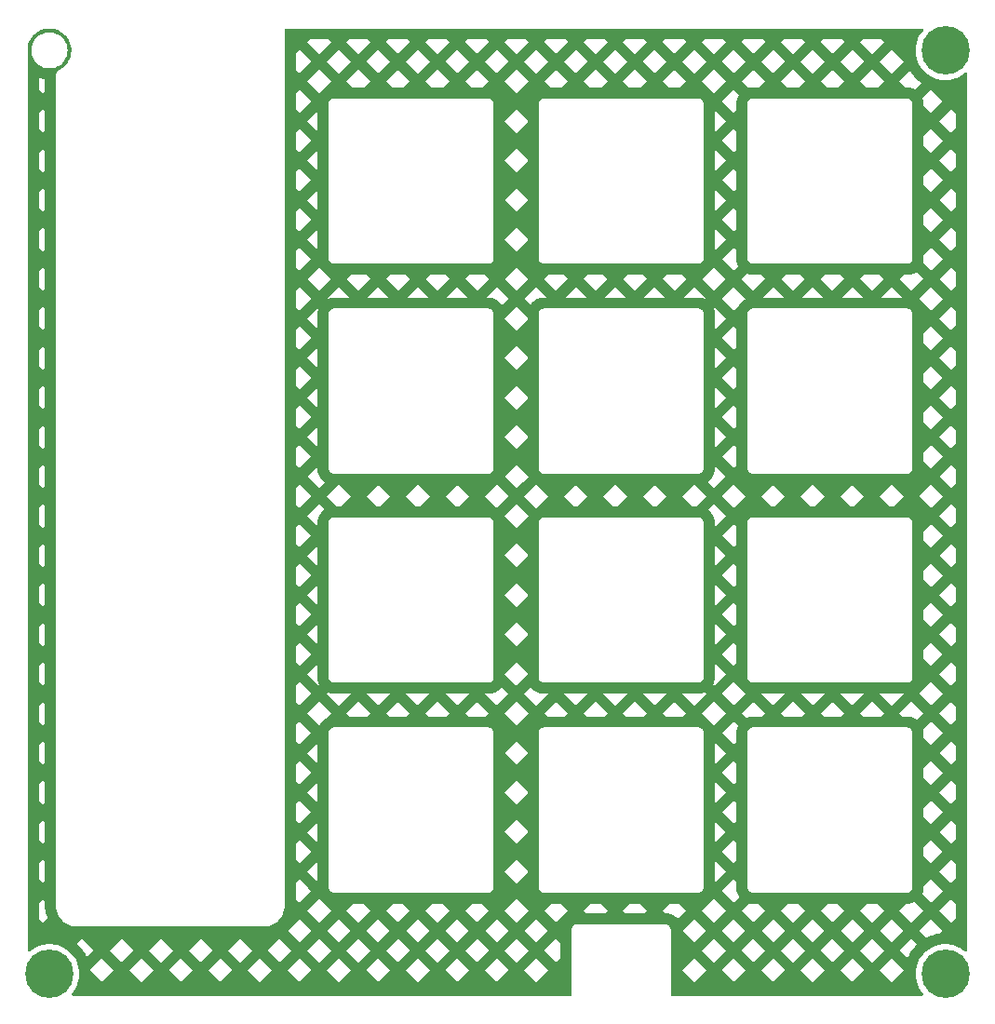
<source format=gbr>
%TF.GenerationSoftware,KiCad,Pcbnew,(6.0.11-0)*%
%TF.CreationDate,2023-02-16T11:14:49+00:00*%
%TF.ProjectId,fauxmac-plus-plate,66617578-6d61-4632-9d70-6c75732d706c,rev?*%
%TF.SameCoordinates,Original*%
%TF.FileFunction,Copper,L2,Bot*%
%TF.FilePolarity,Positive*%
%FSLAX46Y46*%
G04 Gerber Fmt 4.6, Leading zero omitted, Abs format (unit mm)*
G04 Created by KiCad (PCBNEW (6.0.11-0)) date 2023-02-16 11:14:49*
%MOMM*%
%LPD*%
G01*
G04 APERTURE LIST*
%TA.AperFunction,ComponentPad*%
%ADD10C,4.400000*%
%TD*%
%TA.AperFunction,ComponentPad*%
%ADD11C,0.700000*%
%TD*%
G04 APERTURE END LIST*
D10*
%TO.P, ,1*%
%TO.N,N/C*%
X208000000Y-28500000D03*
D11*
X206833274Y-29666726D03*
X206350000Y-28500000D03*
X209650000Y-28500000D03*
X209166726Y-27333274D03*
X209166726Y-29666726D03*
X208000000Y-30150000D03*
X206833274Y-27333274D03*
X208000000Y-26850000D03*
%TD*%
%TO.P, ,1*%
%TO.N,N/C*%
X206350000Y-112500000D03*
X209166726Y-111333274D03*
X209166726Y-113666726D03*
X208000000Y-114150000D03*
X209650000Y-112500000D03*
D10*
X208000000Y-112500000D03*
D11*
X206833274Y-111333274D03*
X208000000Y-110850000D03*
X206833274Y-113666726D03*
%TD*%
%TO.P, ,1*%
%TO.N,N/C*%
X125333274Y-113666726D03*
X126500000Y-114150000D03*
X124850000Y-112500000D03*
X125333274Y-111333274D03*
D10*
X126500000Y-112500000D03*
D11*
X128150000Y-112500000D03*
X127666726Y-113666726D03*
X127666726Y-111333274D03*
X126500000Y-110850000D03*
%TD*%
%TA.AperFunction,NonConductor*%
G36*
X205930243Y-26528502D02*
G01*
X205976736Y-26582158D01*
X205986840Y-26652432D01*
X205960662Y-26713023D01*
X205831651Y-26874922D01*
X205779991Y-26939751D01*
X205608626Y-27217757D01*
X205471902Y-27514336D01*
X205371797Y-27825192D01*
X205371079Y-27828903D01*
X205371078Y-27828907D01*
X205310482Y-28142105D01*
X205310481Y-28142114D01*
X205309763Y-28145824D01*
X205309496Y-28149600D01*
X205309495Y-28149605D01*
X205286966Y-28467796D01*
X205286698Y-28471585D01*
X205290764Y-28553250D01*
X205301163Y-28762139D01*
X205302936Y-28797759D01*
X205303577Y-28801490D01*
X205303578Y-28801498D01*
X205355482Y-29103560D01*
X205358241Y-29119619D01*
X205359329Y-29123258D01*
X205359330Y-29123261D01*
X205425359Y-29344044D01*
X205451814Y-29432504D01*
X205453327Y-29435975D01*
X205453329Y-29435981D01*
X205495407Y-29532523D01*
X205582297Y-29731881D01*
X205747802Y-30013414D01*
X205750103Y-30016429D01*
X205943631Y-30270012D01*
X205943636Y-30270017D01*
X205945931Y-30273025D01*
X205948575Y-30275739D01*
X206141071Y-30473341D01*
X206173814Y-30506953D01*
X206245978Y-30565078D01*
X206425196Y-30709431D01*
X206425201Y-30709435D01*
X206428149Y-30711809D01*
X206705253Y-30884627D01*
X207001112Y-31022903D01*
X207031681Y-31032924D01*
X207272089Y-31111734D01*
X207311440Y-31124634D01*
X207631742Y-31188346D01*
X207635514Y-31188633D01*
X207635522Y-31188634D01*
X207953602Y-31212829D01*
X207953607Y-31212829D01*
X207957379Y-31213116D01*
X208283633Y-31198586D01*
X208343425Y-31188634D01*
X208602037Y-31145590D01*
X208602042Y-31145589D01*
X208605778Y-31144967D01*
X208919149Y-31053034D01*
X208922616Y-31051544D01*
X208922620Y-31051543D01*
X209215721Y-30925616D01*
X209215723Y-30925615D01*
X209219205Y-30924119D01*
X209501601Y-30760091D01*
X209762245Y-30563324D01*
X209778052Y-30548086D01*
X209840977Y-30515208D01*
X209911688Y-30521570D01*
X209967735Y-30565151D01*
X209991500Y-30638799D01*
X209991500Y-110361228D01*
X209971498Y-110429349D01*
X209917842Y-110475842D01*
X209847568Y-110485946D01*
X209787494Y-110460178D01*
X209653858Y-110354828D01*
X209548603Y-110271852D01*
X209269705Y-110101945D01*
X209266261Y-110100379D01*
X209266257Y-110100377D01*
X209071056Y-110011625D01*
X208972414Y-109966775D01*
X208661037Y-109868300D01*
X208443492Y-109827390D01*
X208343809Y-109808645D01*
X208343807Y-109808645D01*
X208340086Y-109807945D01*
X208014208Y-109786586D01*
X208010428Y-109786794D01*
X208010427Y-109786794D01*
X207912897Y-109792162D01*
X207688124Y-109804532D01*
X207684397Y-109805193D01*
X207684393Y-109805193D01*
X207527340Y-109833027D01*
X207366557Y-109861522D01*
X207362941Y-109862624D01*
X207362933Y-109862626D01*
X207057789Y-109955627D01*
X207054167Y-109956731D01*
X206755477Y-110088781D01*
X206730041Y-110103914D01*
X206478074Y-110253817D01*
X206478068Y-110253821D01*
X206474814Y-110255757D01*
X206471812Y-110258073D01*
X206235901Y-110440078D01*
X206216244Y-110455243D01*
X206213534Y-110457911D01*
X206006780Y-110661443D01*
X205983513Y-110684347D01*
X205981149Y-110687314D01*
X205981146Y-110687317D01*
X205920737Y-110763126D01*
X205779991Y-110939751D01*
X205608626Y-111217757D01*
X205471902Y-111514336D01*
X205470741Y-111517940D01*
X205470741Y-111517941D01*
X205462196Y-111544477D01*
X205371797Y-111825192D01*
X205371079Y-111828903D01*
X205371078Y-111828907D01*
X205310482Y-112142105D01*
X205310481Y-112142114D01*
X205309763Y-112145824D01*
X205286698Y-112471585D01*
X205302936Y-112797759D01*
X205303577Y-112801490D01*
X205303578Y-112801498D01*
X205318109Y-112886060D01*
X205358241Y-113119619D01*
X205359329Y-113123258D01*
X205359330Y-113123261D01*
X205391230Y-113229925D01*
X205451814Y-113432504D01*
X205582297Y-113731881D01*
X205584220Y-113735152D01*
X205584222Y-113735156D01*
X205626584Y-113807215D01*
X205747802Y-114013414D01*
X205750103Y-114016429D01*
X205943631Y-114270012D01*
X205943636Y-114270017D01*
X205945931Y-114273025D01*
X205948571Y-114275735D01*
X205948583Y-114275749D01*
X205950369Y-114277582D01*
X205950691Y-114278191D01*
X205951059Y-114278617D01*
X205950961Y-114278701D01*
X205983573Y-114340335D01*
X205977579Y-114411078D01*
X205934290Y-114467351D01*
X205867450Y-114491286D01*
X205860112Y-114491500D01*
X183134500Y-114491500D01*
X183066379Y-114471498D01*
X183019886Y-114417842D01*
X183008500Y-114365500D01*
X183008500Y-112150879D01*
X184073577Y-112150879D01*
X185152623Y-113229925D01*
X186231668Y-112150879D01*
X187665679Y-112150879D01*
X188744725Y-113229925D01*
X189823771Y-112150879D01*
X191257782Y-112150879D01*
X192336828Y-113229925D01*
X193415873Y-112150879D01*
X194849884Y-112150879D01*
X195928930Y-113229925D01*
X197007976Y-112150879D01*
X198441987Y-112150879D01*
X199521032Y-113229925D01*
X200600078Y-112150879D01*
X202034089Y-112150879D01*
X203113135Y-113229925D01*
X204192181Y-112150879D01*
X203113135Y-111071833D01*
X202034089Y-112150879D01*
X200600078Y-112150879D01*
X199521032Y-111071833D01*
X198441987Y-112150879D01*
X197007976Y-112150879D01*
X195928930Y-111071833D01*
X194849884Y-112150879D01*
X193415873Y-112150879D01*
X192336828Y-111071833D01*
X191257782Y-112150879D01*
X189823771Y-112150879D01*
X188744725Y-111071833D01*
X187665679Y-112150879D01*
X186231668Y-112150879D01*
X185152623Y-111071833D01*
X184073577Y-112150879D01*
X183008500Y-112150879D01*
X183008500Y-110354828D01*
X185869628Y-110354828D01*
X186948674Y-111433874D01*
X188027720Y-110354828D01*
X189461730Y-110354828D01*
X190540776Y-111433874D01*
X191619822Y-110354828D01*
X193053833Y-110354828D01*
X194132879Y-111433874D01*
X195211925Y-110354828D01*
X196645935Y-110354828D01*
X197724981Y-111433874D01*
X198804027Y-110354828D01*
X200238038Y-110354828D01*
X201317084Y-111433874D01*
X202396129Y-110354828D01*
X203830140Y-110354828D01*
X204555488Y-111080176D01*
X204687768Y-110793238D01*
X204689408Y-110789817D01*
X204709856Y-110748760D01*
X204711597Y-110745392D01*
X204718763Y-110732027D01*
X204720606Y-110728710D01*
X204743497Y-110688941D01*
X204745439Y-110685682D01*
X204916804Y-110407676D01*
X204918843Y-110404477D01*
X204944085Y-110366159D01*
X204946220Y-110363022D01*
X204954940Y-110350615D01*
X204957167Y-110347546D01*
X204984659Y-110310830D01*
X204986978Y-110307828D01*
X205190500Y-110052424D01*
X205192909Y-110049492D01*
X205222574Y-110014482D01*
X205225070Y-110011625D01*
X205235217Y-110000356D01*
X205237798Y-109997575D01*
X205269499Y-109964432D01*
X205272160Y-109961733D01*
X205434917Y-109801513D01*
X204909186Y-109275782D01*
X203830140Y-110354828D01*
X202396129Y-110354828D01*
X201317084Y-109275782D01*
X200238038Y-110354828D01*
X198804027Y-110354828D01*
X197724981Y-109275782D01*
X196645935Y-110354828D01*
X195211925Y-110354828D01*
X194132879Y-109275782D01*
X193053833Y-110354828D01*
X191619822Y-110354828D01*
X190540776Y-109275782D01*
X189461730Y-110354828D01*
X188027720Y-110354828D01*
X186948674Y-109275782D01*
X185869628Y-110354828D01*
X183008500Y-110354828D01*
X183008500Y-108558776D01*
X184073577Y-108558776D01*
X185152623Y-109637822D01*
X186231668Y-108558776D01*
X187665679Y-108558776D01*
X188744725Y-109637822D01*
X189823771Y-108558776D01*
X191257782Y-108558776D01*
X192336828Y-109637822D01*
X193415873Y-108558776D01*
X194849884Y-108558776D01*
X195928930Y-109637822D01*
X197007976Y-108558776D01*
X198441987Y-108558776D01*
X199521032Y-109637822D01*
X200600078Y-108558776D01*
X202034089Y-108558776D01*
X203113135Y-109637822D01*
X204192181Y-108558776D01*
X205626191Y-108558776D01*
X206267683Y-109200268D01*
X206280451Y-109193183D01*
X206283795Y-109191393D01*
X206297271Y-109184438D01*
X206300666Y-109182750D01*
X206342027Y-109162956D01*
X206345472Y-109161371D01*
X206644162Y-109029321D01*
X206647648Y-109027841D01*
X206690093Y-109010582D01*
X206693625Y-109009208D01*
X206707838Y-109003921D01*
X206711419Y-109002650D01*
X206754934Y-108987941D01*
X206758548Y-108986779D01*
X207070938Y-108891570D01*
X207074583Y-108890519D01*
X207118858Y-108878469D01*
X207122534Y-108877528D01*
X207137280Y-108873988D01*
X207140981Y-108873158D01*
X207185883Y-108863798D01*
X207189607Y-108863080D01*
X207511174Y-108806090D01*
X207514918Y-108805485D01*
X207541458Y-108801601D01*
X207784283Y-108558776D01*
X206705237Y-107479731D01*
X205626191Y-108558776D01*
X204192181Y-108558776D01*
X203113135Y-107479731D01*
X202034089Y-108558776D01*
X200600078Y-108558776D01*
X199521032Y-107479731D01*
X198441987Y-108558776D01*
X197007976Y-108558776D01*
X195928930Y-107479731D01*
X194849884Y-108558776D01*
X193415873Y-108558776D01*
X192336828Y-107479731D01*
X191257782Y-108558776D01*
X189823771Y-108558776D01*
X188744725Y-107479731D01*
X187665679Y-108558776D01*
X186231668Y-108558776D01*
X185152623Y-107479731D01*
X184073577Y-108558776D01*
X183008500Y-108558776D01*
X183008500Y-108508623D01*
X183008502Y-108507853D01*
X183008800Y-108459102D01*
X183008976Y-108430279D01*
X183000850Y-108401847D01*
X182997272Y-108385085D01*
X182994352Y-108364698D01*
X182993080Y-108355813D01*
X182982451Y-108332436D01*
X182976004Y-108314913D01*
X182971416Y-108298862D01*
X182968949Y-108290229D01*
X182964156Y-108282632D01*
X182953170Y-108265220D01*
X182945030Y-108250135D01*
X182942564Y-108244711D01*
X182932792Y-108223218D01*
X182916030Y-108203765D01*
X182904927Y-108188761D01*
X182891224Y-108167042D01*
X182884499Y-108161103D01*
X182884496Y-108161099D01*
X182869062Y-108147468D01*
X182857018Y-108135276D01*
X182843573Y-108119673D01*
X182843570Y-108119671D01*
X182837713Y-108112873D01*
X182824009Y-108103990D01*
X182816165Y-108098906D01*
X182801291Y-108087615D01*
X182788783Y-108076569D01*
X182788782Y-108076568D01*
X182782049Y-108070622D01*
X182755287Y-108058057D01*
X182740309Y-108049737D01*
X182723017Y-108038529D01*
X182723012Y-108038527D01*
X182715485Y-108033648D01*
X182706892Y-108031078D01*
X182706887Y-108031076D01*
X182690880Y-108026289D01*
X182673436Y-108019628D01*
X182658324Y-108012533D01*
X182658322Y-108012532D01*
X182650200Y-108008719D01*
X182641333Y-108007338D01*
X182641332Y-108007338D01*
X182630478Y-108005648D01*
X182620983Y-108004170D01*
X182604268Y-108000387D01*
X182584534Y-107994485D01*
X182584528Y-107994484D01*
X182575934Y-107991914D01*
X182566963Y-107991859D01*
X182566962Y-107991859D01*
X182556903Y-107991798D01*
X182541494Y-107991704D01*
X182540711Y-107991671D01*
X182539614Y-107991500D01*
X182508623Y-107991500D01*
X182507853Y-107991498D01*
X182434215Y-107991048D01*
X182434214Y-107991048D01*
X182430279Y-107991024D01*
X182428935Y-107991408D01*
X182427590Y-107991500D01*
X174508623Y-107991500D01*
X174507853Y-107991498D01*
X174507037Y-107991493D01*
X174430279Y-107991024D01*
X174407918Y-107997415D01*
X174401847Y-107999150D01*
X174385085Y-108002728D01*
X174355813Y-108006920D01*
X174347645Y-108010634D01*
X174347644Y-108010634D01*
X174332438Y-108017548D01*
X174314914Y-108023996D01*
X174290229Y-108031051D01*
X174282635Y-108035843D01*
X174282632Y-108035844D01*
X174265220Y-108046830D01*
X174250137Y-108054969D01*
X174223218Y-108067208D01*
X174216416Y-108073069D01*
X174203765Y-108083970D01*
X174188761Y-108095073D01*
X174167042Y-108108776D01*
X174161103Y-108115501D01*
X174161099Y-108115504D01*
X174147468Y-108130938D01*
X174135276Y-108142982D01*
X174119673Y-108156427D01*
X174119671Y-108156430D01*
X174112873Y-108162287D01*
X174107993Y-108169816D01*
X174107992Y-108169817D01*
X174098906Y-108183835D01*
X174087615Y-108198709D01*
X174076569Y-108211217D01*
X174070622Y-108217951D01*
X174064312Y-108231391D01*
X174058058Y-108244711D01*
X174049737Y-108259691D01*
X174038529Y-108276983D01*
X174038527Y-108276988D01*
X174033648Y-108284515D01*
X174031078Y-108293108D01*
X174031076Y-108293113D01*
X174026289Y-108309120D01*
X174019628Y-108326564D01*
X174012533Y-108341676D01*
X174008719Y-108349800D01*
X174007338Y-108358667D01*
X174007338Y-108358668D01*
X174004170Y-108379015D01*
X174000387Y-108395732D01*
X173994485Y-108415466D01*
X173994484Y-108415472D01*
X173991914Y-108424066D01*
X173991859Y-108433037D01*
X173991859Y-108433038D01*
X173991704Y-108458497D01*
X173991671Y-108459289D01*
X173991500Y-108460386D01*
X173991500Y-108491377D01*
X173991498Y-108492147D01*
X173991024Y-108569721D01*
X173991408Y-108571065D01*
X173991500Y-108572410D01*
X173991500Y-114365500D01*
X173971498Y-114433621D01*
X173917842Y-114480114D01*
X173865500Y-114491500D01*
X128636368Y-114491500D01*
X128568247Y-114471498D01*
X128521754Y-114417842D01*
X128511650Y-114347568D01*
X128538654Y-114285951D01*
X128703549Y-114083410D01*
X128877815Y-113807215D01*
X129017638Y-113512084D01*
X129044705Y-113430954D01*
X129119790Y-113205897D01*
X129119792Y-113205891D01*
X129120992Y-113202293D01*
X129186381Y-112882329D01*
X129192956Y-112801498D01*
X129212674Y-112559061D01*
X129212856Y-112556826D01*
X129213451Y-112500000D01*
X129211510Y-112467796D01*
X129194026Y-112177793D01*
X129194026Y-112177789D01*
X129193798Y-112174015D01*
X129192723Y-112168124D01*
X129186782Y-112135595D01*
X130207324Y-112135595D01*
X130209285Y-112168124D01*
X131271086Y-113229925D01*
X132350132Y-112150879D01*
X133784142Y-112150879D01*
X134863188Y-113229925D01*
X135942234Y-112150879D01*
X137376245Y-112150879D01*
X138455291Y-113229925D01*
X139534337Y-112150879D01*
X140968347Y-112150879D01*
X142047393Y-113229925D01*
X143126439Y-112150879D01*
X144560450Y-112150879D01*
X145639496Y-113229925D01*
X146718542Y-112150879D01*
X148152552Y-112150879D01*
X149231598Y-113229925D01*
X150310644Y-112150879D01*
X151744655Y-112150879D01*
X152823701Y-113229925D01*
X153902746Y-112150879D01*
X155336757Y-112150879D01*
X156415803Y-113229925D01*
X157494849Y-112150879D01*
X158928860Y-112150879D01*
X160007905Y-113229925D01*
X161086951Y-112150879D01*
X162520962Y-112150879D01*
X163600008Y-113229925D01*
X164679054Y-112150879D01*
X166113065Y-112150879D01*
X167192110Y-113229925D01*
X168271156Y-112150879D01*
X169705167Y-112150879D01*
X170784213Y-113229925D01*
X171863259Y-112150879D01*
X170784213Y-111071833D01*
X169705167Y-112150879D01*
X168271156Y-112150879D01*
X167192110Y-111071833D01*
X166113065Y-112150879D01*
X164679054Y-112150879D01*
X163600008Y-111071833D01*
X162520962Y-112150879D01*
X161086951Y-112150879D01*
X160007905Y-111071833D01*
X158928860Y-112150879D01*
X157494849Y-112150879D01*
X156415803Y-111071833D01*
X155336757Y-112150879D01*
X153902746Y-112150879D01*
X152823701Y-111071833D01*
X151744655Y-112150879D01*
X150310644Y-112150879D01*
X149231598Y-111071833D01*
X148152552Y-112150879D01*
X146718542Y-112150879D01*
X145639496Y-111071833D01*
X144560450Y-112150879D01*
X143126439Y-112150879D01*
X142047393Y-111071833D01*
X140968347Y-112150879D01*
X139534337Y-112150879D01*
X138455291Y-111071833D01*
X137376245Y-112150879D01*
X135942234Y-112150879D01*
X134863188Y-111071833D01*
X133784142Y-112150879D01*
X132350132Y-112150879D01*
X131271086Y-111071833D01*
X130207324Y-112135595D01*
X129186782Y-112135595D01*
X129135805Y-111856473D01*
X129135804Y-111856469D01*
X129135125Y-111852751D01*
X129127722Y-111828907D01*
X129039404Y-111544477D01*
X129038282Y-111540863D01*
X128904670Y-111242869D01*
X128736226Y-110963084D01*
X128733899Y-110960100D01*
X128733894Y-110960093D01*
X128537726Y-110708558D01*
X128537724Y-110708556D01*
X128535390Y-110705563D01*
X128305070Y-110474034D01*
X128048603Y-110271852D01*
X127769705Y-110101945D01*
X127766261Y-110100379D01*
X127766257Y-110100377D01*
X127571056Y-110011625D01*
X127472414Y-109966775D01*
X127161037Y-109868300D01*
X126943492Y-109827390D01*
X126843809Y-109808645D01*
X126843807Y-109808645D01*
X126840086Y-109807945D01*
X126514208Y-109786586D01*
X126510428Y-109786794D01*
X126510427Y-109786794D01*
X126412897Y-109792162D01*
X126188124Y-109804532D01*
X126184397Y-109805193D01*
X126184393Y-109805193D01*
X126027340Y-109833027D01*
X125866557Y-109861522D01*
X125862941Y-109862624D01*
X125862933Y-109862626D01*
X125557789Y-109955627D01*
X125554167Y-109956731D01*
X125255477Y-110088781D01*
X125230041Y-110103914D01*
X124978074Y-110253817D01*
X124978068Y-110253821D01*
X124974814Y-110255757D01*
X124716244Y-110455243D01*
X124716162Y-110455137D01*
X124652845Y-110484307D01*
X124582538Y-110474437D01*
X124528729Y-110428122D01*
X124508500Y-110359650D01*
X124508500Y-109743286D01*
X129007531Y-109743286D01*
X129021237Y-109756260D01*
X129023950Y-109758907D01*
X129254270Y-109990436D01*
X129256904Y-109993164D01*
X129288250Y-110026631D01*
X129290800Y-110029437D01*
X129300829Y-110040812D01*
X129303295Y-110043696D01*
X129332598Y-110079022D01*
X129334977Y-110081979D01*
X129535813Y-110339500D01*
X129538101Y-110342528D01*
X129565227Y-110379558D01*
X129567424Y-110382653D01*
X129576013Y-110395151D01*
X129578114Y-110398308D01*
X129602934Y-110436860D01*
X129604937Y-110440078D01*
X129773381Y-110719863D01*
X129775288Y-110723140D01*
X129797751Y-110763126D01*
X129799559Y-110766461D01*
X129806585Y-110779900D01*
X129808292Y-110783290D01*
X129828317Y-110824576D01*
X129829921Y-110828013D01*
X129907615Y-111001294D01*
X130554081Y-110354828D01*
X131988091Y-110354828D01*
X133067137Y-111433874D01*
X134146183Y-110354828D01*
X135580194Y-110354828D01*
X136659240Y-111433874D01*
X137738285Y-110354828D01*
X139172296Y-110354828D01*
X140251342Y-111433874D01*
X141330388Y-110354828D01*
X142764399Y-110354828D01*
X143843444Y-111433874D01*
X144922490Y-110354828D01*
X146356501Y-110354828D01*
X147435547Y-111433874D01*
X148514593Y-110354828D01*
X149948603Y-110354828D01*
X151027649Y-111433874D01*
X152106695Y-110354828D01*
X153540706Y-110354828D01*
X154619752Y-111433874D01*
X155698798Y-110354828D01*
X157132808Y-110354828D01*
X158211854Y-111433874D01*
X159290900Y-110354828D01*
X160724911Y-110354828D01*
X161803957Y-111433874D01*
X162883003Y-110354828D01*
X164317013Y-110354828D01*
X165396059Y-111433874D01*
X166475105Y-110354828D01*
X167909116Y-110354828D01*
X168988162Y-111433874D01*
X170067207Y-110354828D01*
X171501218Y-110354828D01*
X172580264Y-111433874D01*
X172977500Y-111036638D01*
X172977500Y-109673018D01*
X172580264Y-109275782D01*
X171501218Y-110354828D01*
X170067207Y-110354828D01*
X168988162Y-109275782D01*
X167909116Y-110354828D01*
X166475105Y-110354828D01*
X165396059Y-109275782D01*
X164317013Y-110354828D01*
X162883003Y-110354828D01*
X161803957Y-109275782D01*
X160724911Y-110354828D01*
X159290900Y-110354828D01*
X158211854Y-109275782D01*
X157132808Y-110354828D01*
X155698798Y-110354828D01*
X154619752Y-109275782D01*
X153540706Y-110354828D01*
X152106695Y-110354828D01*
X151027649Y-109275782D01*
X149948603Y-110354828D01*
X148514593Y-110354828D01*
X147435547Y-109275782D01*
X146356501Y-110354828D01*
X144922490Y-110354828D01*
X143843444Y-109275782D01*
X142764399Y-110354828D01*
X141330388Y-110354828D01*
X140251342Y-109275782D01*
X139172296Y-110354828D01*
X137738285Y-110354828D01*
X136659240Y-109275782D01*
X135580194Y-110354828D01*
X134146183Y-110354828D01*
X133067137Y-109275782D01*
X131988091Y-110354828D01*
X130554081Y-110354828D01*
X129475035Y-109275782D01*
X129007531Y-109743286D01*
X124508500Y-109743286D01*
X124508500Y-108558776D01*
X148152552Y-108558776D01*
X149231598Y-109637822D01*
X150310644Y-108558776D01*
X151744655Y-108558776D01*
X152823701Y-109637822D01*
X153902746Y-108558776D01*
X155336757Y-108558776D01*
X156415803Y-109637822D01*
X157494849Y-108558776D01*
X158928860Y-108558776D01*
X160007905Y-109637822D01*
X161086951Y-108558776D01*
X162520962Y-108558776D01*
X163600008Y-109637822D01*
X164679054Y-108558776D01*
X166113065Y-108558776D01*
X167192110Y-109637822D01*
X168271156Y-108558776D01*
X169705167Y-108558776D01*
X170784213Y-109637822D01*
X171863259Y-108558776D01*
X170784213Y-107479731D01*
X169705167Y-108558776D01*
X168271156Y-108558776D01*
X167192110Y-107479731D01*
X166113065Y-108558776D01*
X164679054Y-108558776D01*
X163600008Y-107479731D01*
X162520962Y-108558776D01*
X161086951Y-108558776D01*
X160007905Y-107479731D01*
X158928860Y-108558776D01*
X157494849Y-108558776D01*
X156415803Y-107479731D01*
X155336757Y-108558776D01*
X153902746Y-108558776D01*
X152823701Y-107479731D01*
X151744655Y-108558776D01*
X150310644Y-108558776D01*
X149231598Y-107479731D01*
X148152552Y-108558776D01*
X124508500Y-108558776D01*
X124508500Y-107481339D01*
X125522500Y-107481339D01*
X125882932Y-107841771D01*
X126323123Y-107401580D01*
X126308631Y-107369595D01*
X126306991Y-107365810D01*
X126300684Y-107350583D01*
X126299169Y-107346749D01*
X126281608Y-107300090D01*
X126280219Y-107296208D01*
X126195588Y-107046893D01*
X126194327Y-107042969D01*
X126179855Y-106995263D01*
X126178723Y-106991299D01*
X126174457Y-106975379D01*
X126173454Y-106971376D01*
X126162129Y-106922803D01*
X126161259Y-106918774D01*
X126109894Y-106660544D01*
X126109156Y-106656488D01*
X126101032Y-106607282D01*
X126100427Y-106603202D01*
X126098276Y-106586862D01*
X126097805Y-106582768D01*
X126092918Y-106533152D01*
X126092581Y-106529042D01*
X126075689Y-106271316D01*
X126077022Y-106265358D01*
X126073649Y-106208191D01*
X126073439Y-106199232D01*
X126073875Y-106163503D01*
X126074303Y-106154553D01*
X126077500Y-106116275D01*
X126077500Y-105878247D01*
X125882932Y-105683679D01*
X125522500Y-106044111D01*
X125522500Y-107481339D01*
X124508500Y-107481339D01*
X124508500Y-103889237D01*
X125522500Y-103889237D01*
X125882932Y-104249669D01*
X126077500Y-104055101D01*
X126077500Y-102286145D01*
X125882932Y-102091577D01*
X125522500Y-102452009D01*
X125522500Y-103889237D01*
X124508500Y-103889237D01*
X124508500Y-100297134D01*
X125522500Y-100297134D01*
X125882932Y-100657566D01*
X126077500Y-100462998D01*
X126077500Y-98694042D01*
X125882932Y-98499474D01*
X125522500Y-98859906D01*
X125522500Y-100297134D01*
X124508500Y-100297134D01*
X124508500Y-96705032D01*
X125522500Y-96705032D01*
X125882932Y-97065464D01*
X126077500Y-96870896D01*
X126077500Y-95101940D01*
X125882932Y-94907372D01*
X125522500Y-95267804D01*
X125522500Y-96705032D01*
X124508500Y-96705032D01*
X124508500Y-93112929D01*
X125522500Y-93112929D01*
X125882932Y-93473361D01*
X126077500Y-93278793D01*
X126077500Y-91509838D01*
X125882932Y-91315270D01*
X125522500Y-91675702D01*
X125522500Y-93112929D01*
X124508500Y-93112929D01*
X124508500Y-89520827D01*
X125522500Y-89520827D01*
X125882932Y-89881259D01*
X126077500Y-89686691D01*
X126077500Y-87917735D01*
X125882932Y-87723167D01*
X125522500Y-88083599D01*
X125522500Y-89520827D01*
X124508500Y-89520827D01*
X124508500Y-85928724D01*
X125522500Y-85928724D01*
X125882932Y-86289156D01*
X126077500Y-86094588D01*
X126077500Y-84325633D01*
X125882932Y-84131065D01*
X125522500Y-84491497D01*
X125522500Y-85928724D01*
X124508500Y-85928724D01*
X124508500Y-82336622D01*
X125522500Y-82336622D01*
X125882932Y-82697054D01*
X126077500Y-82502486D01*
X126077500Y-80733530D01*
X125882932Y-80538962D01*
X125522500Y-80899394D01*
X125522500Y-82336622D01*
X124508500Y-82336622D01*
X124508500Y-78744520D01*
X125522500Y-78744520D01*
X125882932Y-79104952D01*
X126077500Y-78910384D01*
X126077500Y-77141428D01*
X125882932Y-76946860D01*
X125522500Y-77307292D01*
X125522500Y-78744520D01*
X124508500Y-78744520D01*
X124508500Y-75152417D01*
X125522500Y-75152417D01*
X125882932Y-75512849D01*
X126077500Y-75318281D01*
X126077500Y-73549325D01*
X125882932Y-73354757D01*
X125522500Y-73715189D01*
X125522500Y-75152417D01*
X124508500Y-75152417D01*
X124508500Y-71560315D01*
X125522500Y-71560315D01*
X125882932Y-71920747D01*
X126077500Y-71726179D01*
X126077500Y-69957223D01*
X125882932Y-69762655D01*
X125522500Y-70123087D01*
X125522500Y-71560315D01*
X124508500Y-71560315D01*
X124508500Y-67968212D01*
X125522500Y-67968212D01*
X125882932Y-68328644D01*
X126077500Y-68134076D01*
X126077500Y-66365120D01*
X125882932Y-66170552D01*
X125522500Y-66530984D01*
X125522500Y-67968212D01*
X124508500Y-67968212D01*
X124508500Y-64376110D01*
X125522500Y-64376110D01*
X125882932Y-64736542D01*
X126077500Y-64541974D01*
X126077500Y-62773018D01*
X125882932Y-62578450D01*
X125522500Y-62938882D01*
X125522500Y-64376110D01*
X124508500Y-64376110D01*
X124508500Y-60784007D01*
X125522500Y-60784007D01*
X125882932Y-61144439D01*
X126077500Y-60949871D01*
X126077500Y-59180916D01*
X125882932Y-58986348D01*
X125522500Y-59346780D01*
X125522500Y-60784007D01*
X124508500Y-60784007D01*
X124508500Y-57191905D01*
X125522500Y-57191905D01*
X125882932Y-57552337D01*
X126077500Y-57357769D01*
X126077500Y-55588813D01*
X125882932Y-55394245D01*
X125522500Y-55754677D01*
X125522500Y-57191905D01*
X124508500Y-57191905D01*
X124508500Y-53599802D01*
X125522500Y-53599802D01*
X125882932Y-53960234D01*
X126077500Y-53765666D01*
X126077500Y-51996711D01*
X125882932Y-51802143D01*
X125522500Y-52162575D01*
X125522500Y-53599802D01*
X124508500Y-53599802D01*
X124508500Y-50007700D01*
X125522500Y-50007700D01*
X125882932Y-50368132D01*
X126077500Y-50173564D01*
X126077500Y-48404608D01*
X125882932Y-48210040D01*
X125522500Y-48570472D01*
X125522500Y-50007700D01*
X124508500Y-50007700D01*
X124508500Y-46415597D01*
X125522500Y-46415597D01*
X125882932Y-46776029D01*
X126077500Y-46581461D01*
X126077500Y-44812506D01*
X125882932Y-44617938D01*
X125522500Y-44978370D01*
X125522500Y-46415597D01*
X124508500Y-46415597D01*
X124508500Y-42823495D01*
X125522500Y-42823495D01*
X125882932Y-43183927D01*
X126077500Y-42989359D01*
X126077500Y-41220403D01*
X125882932Y-41025835D01*
X125522500Y-41386267D01*
X125522500Y-42823495D01*
X124508500Y-42823495D01*
X124508500Y-39231393D01*
X125522500Y-39231393D01*
X125882932Y-39591825D01*
X126077500Y-39397257D01*
X126077500Y-37628301D01*
X125882932Y-37433733D01*
X125522500Y-37794165D01*
X125522500Y-39231393D01*
X124508500Y-39231393D01*
X124508500Y-35639290D01*
X125522500Y-35639290D01*
X125882932Y-35999722D01*
X126077500Y-35805154D01*
X126077500Y-34036198D01*
X125882932Y-33841630D01*
X125522500Y-34202062D01*
X125522500Y-35639290D01*
X124508500Y-35639290D01*
X124508500Y-30967636D01*
X125522500Y-30967636D01*
X125522500Y-32047188D01*
X125882932Y-32407620D01*
X126077500Y-32213052D01*
X126077500Y-31124776D01*
X126074343Y-31124276D01*
X126069473Y-31123406D01*
X126010794Y-31111734D01*
X126005961Y-31110674D01*
X125754972Y-31050417D01*
X125750184Y-31049167D01*
X125692591Y-31032924D01*
X125687856Y-31031488D01*
X125669052Y-31025378D01*
X125664377Y-31023757D01*
X125608250Y-31003050D01*
X125603644Y-31001247D01*
X125522500Y-30967636D01*
X124508500Y-30967636D01*
X124508500Y-28553250D01*
X124510246Y-28532345D01*
X124512770Y-28517344D01*
X124512770Y-28517341D01*
X124513576Y-28512552D01*
X124513729Y-28500000D01*
X124855058Y-28500000D01*
X124875310Y-28757326D01*
X124876464Y-28762133D01*
X124876465Y-28762139D01*
X124911243Y-28906997D01*
X124935567Y-29008315D01*
X124937460Y-29012886D01*
X124937461Y-29012888D01*
X124981671Y-29119619D01*
X125034346Y-29246788D01*
X125169214Y-29466873D01*
X125336850Y-29663150D01*
X125533127Y-29830786D01*
X125753212Y-29965654D01*
X125757782Y-29967547D01*
X125757786Y-29967549D01*
X125875793Y-30016429D01*
X125991685Y-30064433D01*
X126078710Y-30085326D01*
X126237861Y-30123535D01*
X126237867Y-30123536D01*
X126242674Y-30124690D01*
X126500000Y-30144942D01*
X126757326Y-30124690D01*
X126762133Y-30123536D01*
X126762139Y-30123535D01*
X126921290Y-30085326D01*
X127008315Y-30064433D01*
X127124207Y-30016429D01*
X127242214Y-29967549D01*
X127242218Y-29967547D01*
X127246788Y-29965654D01*
X127466873Y-29830786D01*
X127663150Y-29663150D01*
X127830786Y-29466873D01*
X127965654Y-29246788D01*
X128018330Y-29119619D01*
X128062539Y-29012888D01*
X128062540Y-29012886D01*
X128064433Y-29008315D01*
X128088757Y-28906997D01*
X128123535Y-28762139D01*
X128123536Y-28762133D01*
X128124690Y-28757326D01*
X128144942Y-28500000D01*
X128124690Y-28242674D01*
X128115805Y-28205662D01*
X128065588Y-27996497D01*
X128064433Y-27991685D01*
X127993979Y-27821594D01*
X127967549Y-27757786D01*
X127967547Y-27757782D01*
X127965654Y-27753212D01*
X127830786Y-27533127D01*
X127663150Y-27336850D01*
X127466873Y-27169214D01*
X127246788Y-27034346D01*
X127242218Y-27032453D01*
X127242214Y-27032451D01*
X127012888Y-26937461D01*
X127012886Y-26937460D01*
X127008315Y-26935567D01*
X126921290Y-26914674D01*
X126762139Y-26876465D01*
X126762133Y-26876464D01*
X126757326Y-26875310D01*
X126500000Y-26855058D01*
X126242674Y-26875310D01*
X126237867Y-26876464D01*
X126237861Y-26876465D01*
X126078710Y-26914674D01*
X125991685Y-26935567D01*
X125987114Y-26937460D01*
X125987112Y-26937461D01*
X125757786Y-27032451D01*
X125757782Y-27032453D01*
X125753212Y-27034346D01*
X125533127Y-27169214D01*
X125336850Y-27336850D01*
X125169214Y-27533127D01*
X125034346Y-27753212D01*
X125032453Y-27757782D01*
X125032451Y-27757786D01*
X125006021Y-27821594D01*
X124935567Y-27991685D01*
X124934412Y-27996497D01*
X124884196Y-28205662D01*
X124875310Y-28242674D01*
X124855571Y-28493477D01*
X124855058Y-28500000D01*
X124513729Y-28500000D01*
X124512003Y-28487947D01*
X124511001Y-28461845D01*
X124511550Y-28453477D01*
X124524998Y-28248299D01*
X124527149Y-28231959D01*
X124564845Y-28042447D01*
X124574749Y-27992657D01*
X124579014Y-27976740D01*
X124657439Y-27745708D01*
X124663746Y-27730481D01*
X124771657Y-27511658D01*
X124779898Y-27497384D01*
X124915447Y-27294522D01*
X124925480Y-27281447D01*
X125086352Y-27098007D01*
X125098007Y-27086352D01*
X125281447Y-26925480D01*
X125294522Y-26915447D01*
X125497384Y-26779898D01*
X125511658Y-26771657D01*
X125730481Y-26663746D01*
X125745708Y-26657439D01*
X125967184Y-26582258D01*
X125976743Y-26579013D01*
X125992657Y-26574749D01*
X126112310Y-26550948D01*
X126231959Y-26527149D01*
X126248299Y-26524998D01*
X126438571Y-26512526D01*
X126458236Y-26511237D01*
X126481372Y-26512267D01*
X126484851Y-26512309D01*
X126493724Y-26513691D01*
X126509753Y-26511595D01*
X126534514Y-26510814D01*
X126705423Y-26522274D01*
X126757436Y-26525761D01*
X126774140Y-26528012D01*
X127018680Y-26577797D01*
X127034939Y-26582258D01*
X127270650Y-26664247D01*
X127286166Y-26670838D01*
X127508820Y-26783558D01*
X127523317Y-26792161D01*
X127614755Y-26855058D01*
X127728935Y-26933599D01*
X127742151Y-26944059D01*
X127927043Y-27111677D01*
X127938747Y-27123810D01*
X127979738Y-27172430D01*
X128065921Y-27274653D01*
X128099606Y-27314608D01*
X128109584Y-27328192D01*
X128117485Y-27340612D01*
X128243535Y-27538762D01*
X128251612Y-27553560D01*
X128356251Y-27780123D01*
X128362280Y-27795866D01*
X128435739Y-28034375D01*
X128439611Y-28050780D01*
X128480573Y-28296959D01*
X128482221Y-28313731D01*
X128489950Y-28563182D01*
X128489343Y-28580029D01*
X128463705Y-28828263D01*
X128460855Y-28844879D01*
X128402306Y-29087473D01*
X128397267Y-29103550D01*
X128343371Y-29242214D01*
X128306852Y-29336169D01*
X128299707Y-29351438D01*
X128179051Y-29569898D01*
X128169931Y-29584077D01*
X128021190Y-29784475D01*
X128010265Y-29797302D01*
X127836104Y-29976048D01*
X127823558Y-29987309D01*
X127627099Y-30141201D01*
X127613162Y-30150686D01*
X127432126Y-30256903D01*
X127420207Y-30262074D01*
X127420563Y-30262849D01*
X127412399Y-30266595D01*
X127403793Y-30269144D01*
X127399166Y-30272126D01*
X127393918Y-30273802D01*
X127351440Y-30302470D01*
X127339128Y-30310779D01*
X127336894Y-30312253D01*
X127281355Y-30348042D01*
X127277752Y-30352201D01*
X127273184Y-30355284D01*
X127267452Y-30362192D01*
X127230965Y-30406165D01*
X127229232Y-30408208D01*
X127191862Y-30451345D01*
X127191860Y-30451347D01*
X127185982Y-30458133D01*
X127183690Y-30463138D01*
X127180172Y-30467378D01*
X127176612Y-30475611D01*
X127176610Y-30475614D01*
X127153932Y-30528058D01*
X127152869Y-30530448D01*
X127139387Y-30559891D01*
X127138233Y-30563983D01*
X127136238Y-30568975D01*
X127125923Y-30592829D01*
X127125922Y-30592832D01*
X127122359Y-30601072D01*
X127121252Y-30609980D01*
X127118893Y-30618641D01*
X127118449Y-30618520D01*
X127114314Y-30632831D01*
X127115159Y-30633089D01*
X127112535Y-30641672D01*
X127108719Y-30649800D01*
X127107338Y-30658672D01*
X127102887Y-30687256D01*
X127101859Y-30692932D01*
X127100685Y-30697091D01*
X127098721Y-30711809D01*
X127096843Y-30725875D01*
X127096457Y-30728548D01*
X127091500Y-30760386D01*
X127091500Y-30764745D01*
X127090918Y-30770264D01*
X127086294Y-30804907D01*
X127087651Y-30813777D01*
X127087651Y-30813779D01*
X127090051Y-30829466D01*
X127091500Y-30848520D01*
X127091500Y-106150633D01*
X127090000Y-106170018D01*
X127087690Y-106184851D01*
X127087690Y-106184855D01*
X127086309Y-106193724D01*
X127087251Y-106200925D01*
X127087456Y-106204058D01*
X127087453Y-106204333D01*
X127087518Y-106204997D01*
X127104410Y-106462724D01*
X127105214Y-106466764D01*
X127105214Y-106466767D01*
X127150762Y-106695750D01*
X127155775Y-106720954D01*
X127240406Y-106970269D01*
X127292564Y-107076035D01*
X127349505Y-107191500D01*
X127356855Y-107206405D01*
X127503130Y-107425321D01*
X127676728Y-107623272D01*
X127874679Y-107796870D01*
X128093595Y-107943145D01*
X128097294Y-107944969D01*
X128097299Y-107944972D01*
X128207162Y-107999150D01*
X128329731Y-108059594D01*
X128333636Y-108060919D01*
X128333637Y-108060920D01*
X128575139Y-108142899D01*
X128575142Y-108142900D01*
X128579046Y-108144225D01*
X128583085Y-108145028D01*
X128583091Y-108145030D01*
X128833233Y-108194786D01*
X128833236Y-108194786D01*
X128837276Y-108195590D01*
X128841387Y-108195859D01*
X128841391Y-108195860D01*
X129065609Y-108210556D01*
X129078269Y-108212032D01*
X129082639Y-108212767D01*
X129082641Y-108212767D01*
X129087448Y-108213576D01*
X129093966Y-108213655D01*
X129095140Y-108213670D01*
X129095143Y-108213670D01*
X129100000Y-108213729D01*
X129127624Y-108209773D01*
X129145486Y-108208500D01*
X145846750Y-108208500D01*
X145867655Y-108210246D01*
X145882656Y-108212770D01*
X145882659Y-108212770D01*
X145887448Y-108213576D01*
X145893763Y-108213653D01*
X145895142Y-108213670D01*
X145895145Y-108213670D01*
X145900000Y-108213729D01*
X145907054Y-108212718D01*
X145916665Y-108211717D01*
X145979355Y-108207608D01*
X146158609Y-108195860D01*
X146158613Y-108195859D01*
X146162724Y-108195590D01*
X146166764Y-108194786D01*
X146166767Y-108194786D01*
X146416909Y-108145030D01*
X146416915Y-108145028D01*
X146420954Y-108144225D01*
X146424858Y-108142900D01*
X146424861Y-108142899D01*
X146666363Y-108060920D01*
X146666364Y-108060919D01*
X146670269Y-108059594D01*
X146792838Y-107999150D01*
X146902701Y-107944972D01*
X146902706Y-107944969D01*
X146906405Y-107943145D01*
X147125321Y-107796870D01*
X147323272Y-107623272D01*
X147496870Y-107425321D01*
X147643145Y-107206405D01*
X147650496Y-107191500D01*
X147707436Y-107076035D01*
X147759594Y-106970269D01*
X147830046Y-106762725D01*
X149948603Y-106762725D01*
X151027649Y-107841771D01*
X152106695Y-106762725D01*
X153540706Y-106762725D01*
X154619752Y-107841771D01*
X155698798Y-106762725D01*
X157132808Y-106762725D01*
X158211854Y-107841771D01*
X159290900Y-106762725D01*
X160724911Y-106762725D01*
X161803957Y-107841771D01*
X162883003Y-106762725D01*
X164317013Y-106762725D01*
X165396059Y-107841771D01*
X166475105Y-106762725D01*
X167909116Y-106762725D01*
X168988162Y-107841771D01*
X170067207Y-106762725D01*
X171501218Y-106762725D01*
X172580264Y-107841771D01*
X173659310Y-106762725D01*
X175093321Y-106762725D01*
X175308096Y-106977500D01*
X177036637Y-106977500D01*
X177251412Y-106762725D01*
X178685423Y-106762725D01*
X178900198Y-106977500D01*
X180628740Y-106977500D01*
X180843515Y-106762725D01*
X182277526Y-106762725D01*
X182492183Y-106977382D01*
X182511431Y-106977500D01*
X182539614Y-106977500D01*
X182544492Y-106977594D01*
X182547816Y-106977723D01*
X182582119Y-106977932D01*
X182591071Y-106978306D01*
X182699049Y-106986661D01*
X182707952Y-106987669D01*
X182743283Y-106992949D01*
X182752092Y-106994587D01*
X182810550Y-107007627D01*
X182815004Y-107008484D01*
X182836284Y-107013368D01*
X182857799Y-107018167D01*
X182862207Y-107019317D01*
X182920563Y-107032709D01*
X182929220Y-107035023D01*
X182963383Y-107045468D01*
X182971851Y-107048390D01*
X183043589Y-107076035D01*
X183115794Y-107103355D01*
X183124055Y-107106822D01*
X183156486Y-107121807D01*
X183164480Y-107125851D01*
X183216967Y-107154795D01*
X183220975Y-107156854D01*
X183239802Y-107167387D01*
X183259309Y-107178144D01*
X183263267Y-107180514D01*
X183315473Y-107209721D01*
X183323131Y-107214370D01*
X183352989Y-107233983D01*
X183360298Y-107239166D01*
X183421442Y-107285872D01*
X183483028Y-107332322D01*
X183489984Y-107337967D01*
X183516904Y-107361450D01*
X183523441Y-107367575D01*
X183565646Y-107410037D01*
X183568964Y-107413185D01*
X183584228Y-107428732D01*
X183599794Y-107444393D01*
X183602939Y-107447791D01*
X183644856Y-107490485D01*
X183650903Y-107497099D01*
X183674047Y-107524295D01*
X184435617Y-106762725D01*
X185869628Y-106762725D01*
X186948674Y-107841771D01*
X188027720Y-106762725D01*
X189461730Y-106762725D01*
X190540776Y-107841771D01*
X191619822Y-106762725D01*
X193053833Y-106762725D01*
X194132879Y-107841771D01*
X195211925Y-106762725D01*
X196645935Y-106762725D01*
X197724981Y-107841771D01*
X198804027Y-106762725D01*
X200238038Y-106762725D01*
X201317084Y-107841771D01*
X202396129Y-106762725D01*
X203830140Y-106762725D01*
X204909186Y-107841771D01*
X205988232Y-106762725D01*
X207422243Y-106762725D01*
X208501289Y-107841771D01*
X208977500Y-107365560D01*
X208977500Y-106159890D01*
X208501289Y-105683679D01*
X207422243Y-106762725D01*
X205988232Y-106762725D01*
X205186733Y-105961226D01*
X205147656Y-105982157D01*
X205139614Y-105986104D01*
X205107003Y-106000692D01*
X205098698Y-106004057D01*
X205026383Y-106030413D01*
X204954057Y-106057274D01*
X204945551Y-106060093D01*
X204911262Y-106070119D01*
X204902581Y-106072326D01*
X204844076Y-106085002D01*
X204839673Y-106086092D01*
X204818275Y-106090592D01*
X204796755Y-106095254D01*
X204792263Y-106096061D01*
X204733699Y-106108376D01*
X204724873Y-106109907D01*
X204689478Y-106114756D01*
X204680564Y-106115656D01*
X204572483Y-106122694D01*
X204563525Y-106122958D01*
X204488569Y-106122500D01*
X204470365Y-106122500D01*
X203830140Y-106762725D01*
X202396129Y-106762725D01*
X201755904Y-106122500D01*
X200878263Y-106122500D01*
X200238038Y-106762725D01*
X198804027Y-106762725D01*
X198163802Y-106122500D01*
X197286160Y-106122500D01*
X196645935Y-106762725D01*
X195211925Y-106762725D01*
X194571700Y-106122500D01*
X193694058Y-106122500D01*
X193053833Y-106762725D01*
X191619822Y-106762725D01*
X190979597Y-106122500D01*
X190575452Y-106122500D01*
X190572491Y-106122693D01*
X190563525Y-106122958D01*
X190488569Y-106122500D01*
X190460386Y-106122500D01*
X190455508Y-106122406D01*
X190452184Y-106122277D01*
X190417881Y-106122068D01*
X190408929Y-106121694D01*
X190300951Y-106113339D01*
X190292048Y-106112331D01*
X190256717Y-106107051D01*
X190247908Y-106105413D01*
X190189450Y-106092373D01*
X190184996Y-106091516D01*
X190163716Y-106086632D01*
X190142545Y-106081910D01*
X189461730Y-106762725D01*
X188027720Y-106762725D01*
X186948674Y-105683679D01*
X185869628Y-106762725D01*
X184435617Y-106762725D01*
X183795392Y-106122500D01*
X182917751Y-106122500D01*
X182277526Y-106762725D01*
X180843515Y-106762725D01*
X180203290Y-106122500D01*
X179325648Y-106122500D01*
X178685423Y-106762725D01*
X177251412Y-106762725D01*
X176611187Y-106122500D01*
X175733546Y-106122500D01*
X175093321Y-106762725D01*
X173659310Y-106762725D01*
X173019085Y-106122500D01*
X172141443Y-106122500D01*
X171501218Y-106762725D01*
X170067207Y-106762725D01*
X168988162Y-105683679D01*
X167909116Y-106762725D01*
X166475105Y-106762725D01*
X165834880Y-106122500D01*
X164957238Y-106122500D01*
X164317013Y-106762725D01*
X162883003Y-106762725D01*
X162242778Y-106122500D01*
X161365136Y-106122500D01*
X160724911Y-106762725D01*
X159290900Y-106762725D01*
X158650675Y-106122500D01*
X157773033Y-106122500D01*
X157132808Y-106762725D01*
X155698798Y-106762725D01*
X155058573Y-106122500D01*
X154180931Y-106122500D01*
X153540706Y-106762725D01*
X152106695Y-106762725D01*
X151027649Y-105683679D01*
X149948603Y-106762725D01*
X147830046Y-106762725D01*
X147844225Y-106720954D01*
X147849239Y-106695750D01*
X147894786Y-106466767D01*
X147894786Y-106466764D01*
X147895590Y-106462724D01*
X147901525Y-106372172D01*
X147910556Y-106234391D01*
X147912032Y-106221731D01*
X147912767Y-106217361D01*
X147912767Y-106217359D01*
X147913576Y-106212552D01*
X147913729Y-106200000D01*
X147909773Y-106172376D01*
X147908500Y-106154514D01*
X147908500Y-105736622D01*
X148922500Y-105736622D01*
X149231598Y-106045720D01*
X150310644Y-104966674D01*
X150013691Y-104669721D01*
X151891024Y-104669721D01*
X151895258Y-104684534D01*
X151899150Y-104698153D01*
X151902728Y-104714915D01*
X151906920Y-104744187D01*
X151910634Y-104752355D01*
X151910634Y-104752356D01*
X151917548Y-104767562D01*
X151923996Y-104785086D01*
X151931051Y-104809771D01*
X151935843Y-104817365D01*
X151935844Y-104817368D01*
X151946830Y-104834780D01*
X151954969Y-104849863D01*
X151967208Y-104876782D01*
X151973069Y-104883584D01*
X151983970Y-104896235D01*
X151995073Y-104911239D01*
X152008776Y-104932958D01*
X152015501Y-104938897D01*
X152015504Y-104938901D01*
X152030938Y-104952532D01*
X152042982Y-104964724D01*
X152056427Y-104980327D01*
X152056430Y-104980329D01*
X152062287Y-104987127D01*
X152069816Y-104992007D01*
X152069817Y-104992008D01*
X152083835Y-105001094D01*
X152098709Y-105012385D01*
X152111217Y-105023431D01*
X152117951Y-105029378D01*
X152144711Y-105041942D01*
X152159691Y-105050263D01*
X152176983Y-105061471D01*
X152176988Y-105061473D01*
X152184515Y-105066352D01*
X152193108Y-105068922D01*
X152193113Y-105068924D01*
X152209120Y-105073711D01*
X152226564Y-105080372D01*
X152241676Y-105087467D01*
X152241678Y-105087468D01*
X152249800Y-105091281D01*
X152258667Y-105092662D01*
X152258668Y-105092662D01*
X152261353Y-105093080D01*
X152279017Y-105095830D01*
X152295732Y-105099613D01*
X152315466Y-105105515D01*
X152315472Y-105105516D01*
X152324066Y-105108086D01*
X152333037Y-105108141D01*
X152333038Y-105108141D01*
X152343097Y-105108202D01*
X152358506Y-105108296D01*
X152359289Y-105108329D01*
X152360386Y-105108500D01*
X152391377Y-105108500D01*
X152392147Y-105108502D01*
X152465785Y-105108952D01*
X152465786Y-105108952D01*
X152469721Y-105108976D01*
X152471065Y-105108592D01*
X152472410Y-105108500D01*
X166391377Y-105108500D01*
X166392148Y-105108502D01*
X166469721Y-105108976D01*
X166498152Y-105100850D01*
X166514915Y-105097272D01*
X166515753Y-105097152D01*
X166544187Y-105093080D01*
X166567564Y-105082451D01*
X166585087Y-105076004D01*
X166609771Y-105068949D01*
X166617365Y-105064157D01*
X166617368Y-105064156D01*
X166634780Y-105053170D01*
X166649865Y-105045030D01*
X166676782Y-105032792D01*
X166696235Y-105016030D01*
X166711239Y-105004927D01*
X166732958Y-104991224D01*
X166738897Y-104984499D01*
X166738901Y-104984496D01*
X166752532Y-104969062D01*
X166764724Y-104957018D01*
X166780327Y-104943573D01*
X166780329Y-104943570D01*
X166787127Y-104937713D01*
X166801094Y-104916165D01*
X166812385Y-104901291D01*
X166823431Y-104888783D01*
X166823432Y-104888782D01*
X166829378Y-104882049D01*
X166841943Y-104855287D01*
X166850263Y-104840309D01*
X166861471Y-104823017D01*
X166861473Y-104823012D01*
X166866352Y-104815485D01*
X166868922Y-104806892D01*
X166868924Y-104806887D01*
X166873711Y-104790880D01*
X166880372Y-104773436D01*
X166887467Y-104758324D01*
X166887468Y-104758322D01*
X166891281Y-104750200D01*
X166895830Y-104720983D01*
X166899613Y-104704268D01*
X166905515Y-104684534D01*
X166905516Y-104684528D01*
X166908086Y-104675934D01*
X166908124Y-104669721D01*
X170991024Y-104669721D01*
X170995258Y-104684534D01*
X170999150Y-104698153D01*
X171002728Y-104714915D01*
X171006920Y-104744187D01*
X171010634Y-104752355D01*
X171010634Y-104752356D01*
X171017548Y-104767562D01*
X171023996Y-104785086D01*
X171031051Y-104809771D01*
X171035843Y-104817365D01*
X171035844Y-104817368D01*
X171046830Y-104834780D01*
X171054969Y-104849863D01*
X171067208Y-104876782D01*
X171073069Y-104883584D01*
X171083970Y-104896235D01*
X171095073Y-104911239D01*
X171108776Y-104932958D01*
X171115501Y-104938897D01*
X171115504Y-104938901D01*
X171130938Y-104952532D01*
X171142982Y-104964724D01*
X171156427Y-104980327D01*
X171156430Y-104980329D01*
X171162287Y-104987127D01*
X171169816Y-104992007D01*
X171169817Y-104992008D01*
X171183835Y-105001094D01*
X171198709Y-105012385D01*
X171211217Y-105023431D01*
X171217951Y-105029378D01*
X171244711Y-105041942D01*
X171259691Y-105050263D01*
X171276983Y-105061471D01*
X171276988Y-105061473D01*
X171284515Y-105066352D01*
X171293108Y-105068922D01*
X171293113Y-105068924D01*
X171309120Y-105073711D01*
X171326564Y-105080372D01*
X171341676Y-105087467D01*
X171341678Y-105087468D01*
X171349800Y-105091281D01*
X171358667Y-105092662D01*
X171358668Y-105092662D01*
X171361353Y-105093080D01*
X171379017Y-105095830D01*
X171395732Y-105099613D01*
X171415466Y-105105515D01*
X171415472Y-105105516D01*
X171424066Y-105108086D01*
X171433037Y-105108141D01*
X171433038Y-105108141D01*
X171443097Y-105108202D01*
X171458506Y-105108296D01*
X171459289Y-105108329D01*
X171460386Y-105108500D01*
X171491377Y-105108500D01*
X171492147Y-105108502D01*
X171565785Y-105108952D01*
X171565786Y-105108952D01*
X171569721Y-105108976D01*
X171571065Y-105108592D01*
X171572410Y-105108500D01*
X185491377Y-105108500D01*
X185492148Y-105108502D01*
X185569721Y-105108976D01*
X185598152Y-105100850D01*
X185614915Y-105097272D01*
X185615753Y-105097152D01*
X185644187Y-105093080D01*
X185667564Y-105082451D01*
X185685087Y-105076004D01*
X185709771Y-105068949D01*
X185717365Y-105064157D01*
X185717368Y-105064156D01*
X185734780Y-105053170D01*
X185749865Y-105045030D01*
X185776782Y-105032792D01*
X185796235Y-105016030D01*
X185811239Y-105004927D01*
X185832958Y-104991224D01*
X185838897Y-104984499D01*
X185838901Y-104984496D01*
X185852532Y-104969062D01*
X185854949Y-104966674D01*
X187665679Y-104966674D01*
X188744725Y-106045720D01*
X189278604Y-105511841D01*
X189274718Y-105506556D01*
X189228745Y-105444822D01*
X189223652Y-105437450D01*
X189204404Y-105407352D01*
X189199849Y-105399638D01*
X189171260Y-105347038D01*
X189168977Y-105343118D01*
X189158605Y-105323754D01*
X189148137Y-105304495D01*
X189146108Y-105300425D01*
X189117843Y-105247656D01*
X189113896Y-105239614D01*
X189109875Y-105230625D01*
X205890142Y-105230625D01*
X206705237Y-106045720D01*
X207784283Y-104966674D01*
X206705237Y-103887628D01*
X206022752Y-104570113D01*
X206022500Y-104611431D01*
X206022500Y-104639614D01*
X206022406Y-104644492D01*
X206022277Y-104647816D01*
X206022068Y-104682119D01*
X206021694Y-104691071D01*
X206013339Y-104799049D01*
X206012331Y-104807952D01*
X206007051Y-104843283D01*
X206005413Y-104852092D01*
X205992373Y-104910550D01*
X205991516Y-104915004D01*
X205986632Y-104936284D01*
X205981833Y-104957799D01*
X205980683Y-104962207D01*
X205967291Y-105020563D01*
X205964977Y-105029220D01*
X205954532Y-105063383D01*
X205951610Y-105071851D01*
X205923965Y-105143589D01*
X205896645Y-105215794D01*
X205893178Y-105224055D01*
X205890142Y-105230625D01*
X189109875Y-105230625D01*
X189099308Y-105207003D01*
X189095943Y-105198698D01*
X189069587Y-105126383D01*
X189042726Y-105054057D01*
X189039907Y-105045551D01*
X189029881Y-105011262D01*
X189027674Y-105002581D01*
X189014998Y-104944076D01*
X189013908Y-104939673D01*
X189009408Y-104918275D01*
X189004746Y-104896755D01*
X189003939Y-104892263D01*
X188991624Y-104833699D01*
X188990093Y-104824873D01*
X188985244Y-104789478D01*
X188984344Y-104780564D01*
X188977306Y-104672483D01*
X188977225Y-104669721D01*
X189991024Y-104669721D01*
X189995258Y-104684534D01*
X189999150Y-104698153D01*
X190002728Y-104714915D01*
X190006920Y-104744187D01*
X190010634Y-104752355D01*
X190010634Y-104752356D01*
X190017548Y-104767562D01*
X190023996Y-104785086D01*
X190031051Y-104809771D01*
X190035843Y-104817365D01*
X190035844Y-104817368D01*
X190046830Y-104834780D01*
X190054969Y-104849863D01*
X190067208Y-104876782D01*
X190073069Y-104883584D01*
X190083970Y-104896235D01*
X190095073Y-104911239D01*
X190108776Y-104932958D01*
X190115501Y-104938897D01*
X190115504Y-104938901D01*
X190130938Y-104952532D01*
X190142982Y-104964724D01*
X190156427Y-104980327D01*
X190156430Y-104980329D01*
X190162287Y-104987127D01*
X190169816Y-104992007D01*
X190169817Y-104992008D01*
X190183835Y-105001094D01*
X190198709Y-105012385D01*
X190211217Y-105023431D01*
X190217951Y-105029378D01*
X190244711Y-105041942D01*
X190259691Y-105050263D01*
X190276983Y-105061471D01*
X190276988Y-105061473D01*
X190284515Y-105066352D01*
X190293108Y-105068922D01*
X190293113Y-105068924D01*
X190309120Y-105073711D01*
X190326564Y-105080372D01*
X190341676Y-105087467D01*
X190341678Y-105087468D01*
X190349800Y-105091281D01*
X190358667Y-105092662D01*
X190358668Y-105092662D01*
X190361353Y-105093080D01*
X190379017Y-105095830D01*
X190395732Y-105099613D01*
X190415466Y-105105515D01*
X190415472Y-105105516D01*
X190424066Y-105108086D01*
X190433037Y-105108141D01*
X190433038Y-105108141D01*
X190443097Y-105108202D01*
X190458506Y-105108296D01*
X190459289Y-105108329D01*
X190460386Y-105108500D01*
X190491377Y-105108500D01*
X190492147Y-105108502D01*
X190565785Y-105108952D01*
X190565786Y-105108952D01*
X190569721Y-105108976D01*
X190571065Y-105108592D01*
X190572410Y-105108500D01*
X204491377Y-105108500D01*
X204492148Y-105108502D01*
X204569721Y-105108976D01*
X204598152Y-105100850D01*
X204614915Y-105097272D01*
X204615753Y-105097152D01*
X204644187Y-105093080D01*
X204667564Y-105082451D01*
X204685087Y-105076004D01*
X204709771Y-105068949D01*
X204717365Y-105064157D01*
X204717368Y-105064156D01*
X204734780Y-105053170D01*
X204749865Y-105045030D01*
X204776782Y-105032792D01*
X204796235Y-105016030D01*
X204811239Y-105004927D01*
X204832958Y-104991224D01*
X204838897Y-104984499D01*
X204838901Y-104984496D01*
X204852532Y-104969062D01*
X204864724Y-104957018D01*
X204880327Y-104943573D01*
X204880329Y-104943570D01*
X204887127Y-104937713D01*
X204901094Y-104916165D01*
X204912385Y-104901291D01*
X204923431Y-104888783D01*
X204923432Y-104888782D01*
X204929378Y-104882049D01*
X204941943Y-104855287D01*
X204950263Y-104840309D01*
X204961471Y-104823017D01*
X204961473Y-104823012D01*
X204966352Y-104815485D01*
X204968922Y-104806892D01*
X204968924Y-104806887D01*
X204973711Y-104790880D01*
X204980372Y-104773436D01*
X204987467Y-104758324D01*
X204987468Y-104758322D01*
X204991281Y-104750200D01*
X204995830Y-104720983D01*
X204999613Y-104704268D01*
X205005515Y-104684534D01*
X205005516Y-104684528D01*
X205008086Y-104675934D01*
X205008296Y-104641494D01*
X205008329Y-104640711D01*
X205008500Y-104639614D01*
X205008500Y-104608623D01*
X205008502Y-104607853D01*
X205008952Y-104534215D01*
X205008952Y-104534214D01*
X205008976Y-104530279D01*
X205008592Y-104528935D01*
X205008500Y-104527590D01*
X205008500Y-103170623D01*
X207422243Y-103170623D01*
X208501289Y-104249669D01*
X208977500Y-103773458D01*
X208977500Y-102567788D01*
X208501289Y-102091577D01*
X207422243Y-103170623D01*
X205008500Y-103170623D01*
X205008500Y-101770880D01*
X206022500Y-101770880D01*
X206705237Y-102453617D01*
X207784283Y-101374572D01*
X206705237Y-100295526D01*
X206022500Y-100978263D01*
X206022500Y-101770880D01*
X205008500Y-101770880D01*
X205008500Y-99578520D01*
X207422243Y-99578520D01*
X208501289Y-100657566D01*
X208977500Y-100181355D01*
X208977500Y-98975685D01*
X208501289Y-98499474D01*
X207422243Y-99578520D01*
X205008500Y-99578520D01*
X205008500Y-98178778D01*
X206022500Y-98178778D01*
X206705237Y-98861515D01*
X207784283Y-97782469D01*
X206705237Y-96703423D01*
X206022500Y-97386160D01*
X206022500Y-98178778D01*
X205008500Y-98178778D01*
X205008500Y-95986418D01*
X207422243Y-95986418D01*
X208501289Y-97065464D01*
X208977500Y-96589253D01*
X208977500Y-95383583D01*
X208501289Y-94907372D01*
X207422243Y-95986418D01*
X205008500Y-95986418D01*
X205008500Y-94586676D01*
X206022500Y-94586676D01*
X206705237Y-95269413D01*
X207784283Y-94190367D01*
X206705237Y-93111321D01*
X206022500Y-93794058D01*
X206022500Y-94586676D01*
X205008500Y-94586676D01*
X205008500Y-92394315D01*
X207422243Y-92394315D01*
X208501289Y-93473361D01*
X208977500Y-92997150D01*
X208977500Y-91791481D01*
X208501289Y-91315270D01*
X207422243Y-92394315D01*
X205008500Y-92394315D01*
X205008500Y-90608623D01*
X205008502Y-90607853D01*
X205008800Y-90559102D01*
X205008976Y-90530279D01*
X205000850Y-90501847D01*
X204997272Y-90485085D01*
X204994352Y-90464698D01*
X204993080Y-90455813D01*
X204982451Y-90432436D01*
X204976004Y-90414913D01*
X204974348Y-90409120D01*
X204968949Y-90390229D01*
X204964156Y-90382632D01*
X204953170Y-90365220D01*
X204945030Y-90350135D01*
X204932792Y-90323218D01*
X204916030Y-90303765D01*
X204904927Y-90288761D01*
X204891224Y-90267042D01*
X204884499Y-90261103D01*
X204884496Y-90261099D01*
X204869062Y-90247468D01*
X204864042Y-90242386D01*
X205982069Y-90242386D01*
X205985002Y-90255924D01*
X205986092Y-90260327D01*
X205990592Y-90281725D01*
X205995254Y-90303245D01*
X205996061Y-90307737D01*
X206008376Y-90366301D01*
X206009907Y-90375127D01*
X206014756Y-90410522D01*
X206015656Y-90419436D01*
X206022694Y-90527517D01*
X206022958Y-90536475D01*
X206022500Y-90611431D01*
X206022500Y-90994573D01*
X206705237Y-91677310D01*
X207784283Y-90598264D01*
X206705237Y-89519218D01*
X205982069Y-90242386D01*
X204864042Y-90242386D01*
X204857018Y-90235276D01*
X204843573Y-90219673D01*
X204843570Y-90219671D01*
X204837713Y-90212873D01*
X204824009Y-90203990D01*
X204816165Y-90198906D01*
X204801291Y-90187615D01*
X204788783Y-90176569D01*
X204788782Y-90176568D01*
X204782049Y-90170622D01*
X204755287Y-90158057D01*
X204740309Y-90149737D01*
X204723017Y-90138529D01*
X204723012Y-90138527D01*
X204715485Y-90133648D01*
X204706892Y-90131078D01*
X204706887Y-90131076D01*
X204690880Y-90126289D01*
X204673436Y-90119628D01*
X204658324Y-90112533D01*
X204658322Y-90112532D01*
X204650200Y-90108719D01*
X204641333Y-90107338D01*
X204641332Y-90107338D01*
X204630478Y-90105648D01*
X204620983Y-90104170D01*
X204604268Y-90100387D01*
X204584534Y-90094485D01*
X204584528Y-90094484D01*
X204575934Y-90091914D01*
X204566963Y-90091859D01*
X204566962Y-90091859D01*
X204556903Y-90091798D01*
X204541494Y-90091704D01*
X204540711Y-90091671D01*
X204539614Y-90091500D01*
X204508623Y-90091500D01*
X204507853Y-90091498D01*
X204434215Y-90091048D01*
X204434214Y-90091048D01*
X204430279Y-90091024D01*
X204428935Y-90091408D01*
X204427590Y-90091500D01*
X190508623Y-90091500D01*
X190507853Y-90091498D01*
X190507037Y-90091493D01*
X190430279Y-90091024D01*
X190407918Y-90097415D01*
X190401847Y-90099150D01*
X190385085Y-90102728D01*
X190355813Y-90106920D01*
X190347645Y-90110634D01*
X190347644Y-90110634D01*
X190332438Y-90117548D01*
X190314914Y-90123996D01*
X190290229Y-90131051D01*
X190282635Y-90135843D01*
X190282632Y-90135844D01*
X190265220Y-90146830D01*
X190250137Y-90154969D01*
X190223218Y-90167208D01*
X190216416Y-90173069D01*
X190203765Y-90183970D01*
X190188761Y-90195073D01*
X190167042Y-90208776D01*
X190161103Y-90215501D01*
X190161099Y-90215504D01*
X190147468Y-90230938D01*
X190135276Y-90242982D01*
X190119673Y-90256427D01*
X190119671Y-90256430D01*
X190112873Y-90262287D01*
X190107993Y-90269816D01*
X190107992Y-90269817D01*
X190098906Y-90283835D01*
X190087615Y-90298709D01*
X190076569Y-90311217D01*
X190070622Y-90317951D01*
X190064312Y-90331391D01*
X190058058Y-90344711D01*
X190049737Y-90359691D01*
X190038529Y-90376983D01*
X190038527Y-90376988D01*
X190033648Y-90384515D01*
X190031078Y-90393108D01*
X190031076Y-90393113D01*
X190026289Y-90409120D01*
X190019628Y-90426564D01*
X190012533Y-90441676D01*
X190008719Y-90449800D01*
X190007338Y-90458667D01*
X190007338Y-90458668D01*
X190004170Y-90479015D01*
X190000387Y-90495732D01*
X189994485Y-90515466D01*
X189994484Y-90515472D01*
X189991914Y-90524066D01*
X189991859Y-90533037D01*
X189991859Y-90533038D01*
X189991704Y-90558497D01*
X189991671Y-90559289D01*
X189991500Y-90560386D01*
X189991500Y-90591377D01*
X189991498Y-90592147D01*
X189991024Y-90669721D01*
X189991408Y-90671065D01*
X189991500Y-90672410D01*
X189991500Y-104591377D01*
X189991498Y-104592147D01*
X189991024Y-104669721D01*
X188977225Y-104669721D01*
X188977042Y-104663525D01*
X188977500Y-104588569D01*
X188977500Y-104120403D01*
X188744725Y-103887628D01*
X187665679Y-104966674D01*
X185854949Y-104966674D01*
X185864724Y-104957018D01*
X185880327Y-104943573D01*
X185880329Y-104943570D01*
X185887127Y-104937713D01*
X185901094Y-104916165D01*
X185912385Y-104901291D01*
X185923431Y-104888783D01*
X185923432Y-104888782D01*
X185929378Y-104882049D01*
X185941943Y-104855287D01*
X185950263Y-104840309D01*
X185961471Y-104823017D01*
X185961473Y-104823012D01*
X185966352Y-104815485D01*
X185968922Y-104806892D01*
X185968924Y-104806887D01*
X185973711Y-104790880D01*
X185980372Y-104773436D01*
X185987467Y-104758324D01*
X185987468Y-104758322D01*
X185991281Y-104750200D01*
X185995830Y-104720983D01*
X185999613Y-104704268D01*
X186005515Y-104684534D01*
X186005516Y-104684528D01*
X186008086Y-104675934D01*
X186008296Y-104641494D01*
X186008329Y-104640711D01*
X186008500Y-104639614D01*
X186008500Y-104608623D01*
X186008502Y-104607853D01*
X186008952Y-104534215D01*
X186008952Y-104534214D01*
X186008976Y-104530279D01*
X186008592Y-104528935D01*
X186008500Y-104527590D01*
X186008500Y-102165403D01*
X187022500Y-102165403D01*
X187022500Y-104175843D01*
X188027720Y-103170623D01*
X187022500Y-102165403D01*
X186008500Y-102165403D01*
X186008500Y-101374572D01*
X187665679Y-101374572D01*
X188744725Y-102453617D01*
X188977500Y-102220842D01*
X188977500Y-100528301D01*
X188744725Y-100295526D01*
X187665679Y-101374572D01*
X186008500Y-101374572D01*
X186008500Y-98573300D01*
X187022500Y-98573300D01*
X187022500Y-100583740D01*
X188027720Y-99578520D01*
X187022500Y-98573300D01*
X186008500Y-98573300D01*
X186008500Y-97782469D01*
X187665679Y-97782469D01*
X188744725Y-98861515D01*
X188977500Y-98628740D01*
X188977500Y-96936198D01*
X188744725Y-96703423D01*
X187665679Y-97782469D01*
X186008500Y-97782469D01*
X186008500Y-94981198D01*
X187022500Y-94981198D01*
X187022500Y-96991638D01*
X188027720Y-95986418D01*
X187022500Y-94981198D01*
X186008500Y-94981198D01*
X186008500Y-94190367D01*
X187665679Y-94190367D01*
X188744725Y-95269413D01*
X188977500Y-95036638D01*
X188977500Y-93344096D01*
X188744725Y-93111321D01*
X187665679Y-94190367D01*
X186008500Y-94190367D01*
X186008500Y-91389096D01*
X187022500Y-91389096D01*
X187022500Y-93399535D01*
X188027720Y-92394315D01*
X187022500Y-91389096D01*
X186008500Y-91389096D01*
X186008500Y-90608623D01*
X186008502Y-90607853D01*
X186008561Y-90598264D01*
X187665679Y-90598264D01*
X188744725Y-91677310D01*
X188977500Y-91444535D01*
X188977500Y-90675452D01*
X188977307Y-90672491D01*
X188977042Y-90663525D01*
X188977500Y-90588569D01*
X188977500Y-90560386D01*
X188977594Y-90555508D01*
X188977723Y-90552184D01*
X188977932Y-90517881D01*
X188978306Y-90508929D01*
X188986661Y-90400951D01*
X188987669Y-90392048D01*
X188992949Y-90356717D01*
X188994587Y-90347908D01*
X189007627Y-90289450D01*
X189008484Y-90284996D01*
X189013368Y-90263716D01*
X189018167Y-90242201D01*
X189019317Y-90237793D01*
X189032709Y-90179437D01*
X189035023Y-90170780D01*
X189045468Y-90136617D01*
X189048390Y-90128149D01*
X189076035Y-90056411D01*
X189103355Y-89984206D01*
X189106822Y-89975945D01*
X189121807Y-89943514D01*
X189125851Y-89935520D01*
X189138354Y-89912847D01*
X188744725Y-89519218D01*
X187665679Y-90598264D01*
X186008561Y-90598264D01*
X186008800Y-90559102D01*
X186008976Y-90530279D01*
X186000850Y-90501847D01*
X185997272Y-90485085D01*
X185994352Y-90464698D01*
X185993080Y-90455813D01*
X185982451Y-90432436D01*
X185976004Y-90414913D01*
X185974348Y-90409120D01*
X185968949Y-90390229D01*
X185964156Y-90382632D01*
X185953170Y-90365220D01*
X185945030Y-90350135D01*
X185932792Y-90323218D01*
X185916030Y-90303765D01*
X185904927Y-90288761D01*
X185891224Y-90267042D01*
X185884499Y-90261103D01*
X185884496Y-90261099D01*
X185869062Y-90247468D01*
X185857018Y-90235276D01*
X185843573Y-90219673D01*
X185843570Y-90219671D01*
X185837713Y-90212873D01*
X185824009Y-90203990D01*
X185816165Y-90198906D01*
X185801291Y-90187615D01*
X185788783Y-90176569D01*
X185788782Y-90176568D01*
X185782049Y-90170622D01*
X185755287Y-90158057D01*
X185740309Y-90149737D01*
X185723017Y-90138529D01*
X185723012Y-90138527D01*
X185715485Y-90133648D01*
X185706892Y-90131078D01*
X185706887Y-90131076D01*
X185690880Y-90126289D01*
X185673436Y-90119628D01*
X185658324Y-90112533D01*
X185658322Y-90112532D01*
X185650200Y-90108719D01*
X185641333Y-90107338D01*
X185641332Y-90107338D01*
X185630478Y-90105648D01*
X185620983Y-90104170D01*
X185604268Y-90100387D01*
X185584534Y-90094485D01*
X185584528Y-90094484D01*
X185575934Y-90091914D01*
X185566963Y-90091859D01*
X185566962Y-90091859D01*
X185556903Y-90091798D01*
X185541494Y-90091704D01*
X185540711Y-90091671D01*
X185539614Y-90091500D01*
X185508623Y-90091500D01*
X185507853Y-90091498D01*
X185434215Y-90091048D01*
X185434214Y-90091048D01*
X185430279Y-90091024D01*
X185428935Y-90091408D01*
X185427590Y-90091500D01*
X171508623Y-90091500D01*
X171507853Y-90091498D01*
X171507037Y-90091493D01*
X171430279Y-90091024D01*
X171407918Y-90097415D01*
X171401847Y-90099150D01*
X171385085Y-90102728D01*
X171355813Y-90106920D01*
X171347645Y-90110634D01*
X171347644Y-90110634D01*
X171332438Y-90117548D01*
X171314914Y-90123996D01*
X171290229Y-90131051D01*
X171282635Y-90135843D01*
X171282632Y-90135844D01*
X171265220Y-90146830D01*
X171250137Y-90154969D01*
X171223218Y-90167208D01*
X171216416Y-90173069D01*
X171203765Y-90183970D01*
X171188761Y-90195073D01*
X171167042Y-90208776D01*
X171161103Y-90215501D01*
X171161099Y-90215504D01*
X171147468Y-90230938D01*
X171135276Y-90242982D01*
X171119673Y-90256427D01*
X171119671Y-90256430D01*
X171112873Y-90262287D01*
X171107993Y-90269816D01*
X171107992Y-90269817D01*
X171098906Y-90283835D01*
X171087615Y-90298709D01*
X171076569Y-90311217D01*
X171070622Y-90317951D01*
X171064312Y-90331391D01*
X171058058Y-90344711D01*
X171049737Y-90359691D01*
X171038529Y-90376983D01*
X171038527Y-90376988D01*
X171033648Y-90384515D01*
X171031078Y-90393108D01*
X171031076Y-90393113D01*
X171026289Y-90409120D01*
X171019628Y-90426564D01*
X171012533Y-90441676D01*
X171008719Y-90449800D01*
X171007338Y-90458667D01*
X171007338Y-90458668D01*
X171004170Y-90479015D01*
X171000387Y-90495732D01*
X170994485Y-90515466D01*
X170994484Y-90515472D01*
X170991914Y-90524066D01*
X170991859Y-90533037D01*
X170991859Y-90533038D01*
X170991704Y-90558497D01*
X170991671Y-90559289D01*
X170991500Y-90560386D01*
X170991500Y-90591377D01*
X170991498Y-90592147D01*
X170991024Y-90669721D01*
X170991408Y-90671065D01*
X170991500Y-90672410D01*
X170991500Y-104591377D01*
X170991498Y-104592147D01*
X170991024Y-104669721D01*
X166908124Y-104669721D01*
X166908296Y-104641494D01*
X166908329Y-104640711D01*
X166908500Y-104639614D01*
X166908500Y-104608623D01*
X166908502Y-104607853D01*
X166908952Y-104534215D01*
X166908952Y-104534214D01*
X166908976Y-104530279D01*
X166908592Y-104528935D01*
X166908500Y-104527590D01*
X166908500Y-103184007D01*
X167922500Y-103184007D01*
X168988162Y-104249669D01*
X169977500Y-103260330D01*
X169977500Y-103080916D01*
X168988162Y-102091577D01*
X167922500Y-103157239D01*
X167922500Y-103184007D01*
X166908500Y-103184007D01*
X166908500Y-99591904D01*
X167922500Y-99591904D01*
X168988162Y-100657566D01*
X169977500Y-99668227D01*
X169977500Y-99488813D01*
X168988162Y-98499474D01*
X167922500Y-99565136D01*
X167922500Y-99591904D01*
X166908500Y-99591904D01*
X166908500Y-95999802D01*
X167922500Y-95999802D01*
X168988162Y-97065464D01*
X169977500Y-96076125D01*
X169977500Y-95896711D01*
X168988162Y-94907372D01*
X167922500Y-95973034D01*
X167922500Y-95999802D01*
X166908500Y-95999802D01*
X166908500Y-92407699D01*
X167922500Y-92407699D01*
X168988162Y-93473361D01*
X169977500Y-92484022D01*
X169977500Y-92304608D01*
X168988162Y-91315270D01*
X167922500Y-92380931D01*
X167922500Y-92407699D01*
X166908500Y-92407699D01*
X166908500Y-90608623D01*
X166908502Y-90607853D01*
X166908800Y-90559102D01*
X166908976Y-90530279D01*
X166900850Y-90501847D01*
X166897272Y-90485085D01*
X166894352Y-90464698D01*
X166893080Y-90455813D01*
X166882451Y-90432436D01*
X166876004Y-90414913D01*
X166874348Y-90409120D01*
X166868949Y-90390229D01*
X166864156Y-90382632D01*
X166853170Y-90365220D01*
X166845030Y-90350135D01*
X166832792Y-90323218D01*
X166816030Y-90303765D01*
X166804927Y-90288761D01*
X166791224Y-90267042D01*
X166784499Y-90261103D01*
X166784496Y-90261099D01*
X166769062Y-90247468D01*
X166757018Y-90235276D01*
X166743573Y-90219673D01*
X166743570Y-90219671D01*
X166737713Y-90212873D01*
X166724009Y-90203990D01*
X166716165Y-90198906D01*
X166701291Y-90187615D01*
X166688783Y-90176569D01*
X166688782Y-90176568D01*
X166682049Y-90170622D01*
X166655287Y-90158057D01*
X166640309Y-90149737D01*
X166623017Y-90138529D01*
X166623012Y-90138527D01*
X166615485Y-90133648D01*
X166606892Y-90131078D01*
X166606887Y-90131076D01*
X166590880Y-90126289D01*
X166573436Y-90119628D01*
X166558324Y-90112533D01*
X166558322Y-90112532D01*
X166550200Y-90108719D01*
X166541333Y-90107338D01*
X166541332Y-90107338D01*
X166530478Y-90105648D01*
X166520983Y-90104170D01*
X166504268Y-90100387D01*
X166484534Y-90094485D01*
X166484528Y-90094484D01*
X166475934Y-90091914D01*
X166466963Y-90091859D01*
X166466962Y-90091859D01*
X166456903Y-90091798D01*
X166441494Y-90091704D01*
X166440711Y-90091671D01*
X166439614Y-90091500D01*
X166408623Y-90091500D01*
X166407853Y-90091498D01*
X166334215Y-90091048D01*
X166334214Y-90091048D01*
X166330279Y-90091024D01*
X166328935Y-90091408D01*
X166327590Y-90091500D01*
X152408623Y-90091500D01*
X152407853Y-90091498D01*
X152407037Y-90091493D01*
X152330279Y-90091024D01*
X152307918Y-90097415D01*
X152301847Y-90099150D01*
X152285085Y-90102728D01*
X152255813Y-90106920D01*
X152247645Y-90110634D01*
X152247644Y-90110634D01*
X152232438Y-90117548D01*
X152214914Y-90123996D01*
X152190229Y-90131051D01*
X152182635Y-90135843D01*
X152182632Y-90135844D01*
X152165220Y-90146830D01*
X152150137Y-90154969D01*
X152123218Y-90167208D01*
X152116416Y-90173069D01*
X152103765Y-90183970D01*
X152088761Y-90195073D01*
X152067042Y-90208776D01*
X152061103Y-90215501D01*
X152061099Y-90215504D01*
X152047468Y-90230938D01*
X152035276Y-90242982D01*
X152019673Y-90256427D01*
X152019671Y-90256430D01*
X152012873Y-90262287D01*
X152007993Y-90269816D01*
X152007992Y-90269817D01*
X151998906Y-90283835D01*
X151987615Y-90298709D01*
X151976569Y-90311217D01*
X151970622Y-90317951D01*
X151964312Y-90331391D01*
X151958058Y-90344711D01*
X151949737Y-90359691D01*
X151938529Y-90376983D01*
X151938527Y-90376988D01*
X151933648Y-90384515D01*
X151931078Y-90393108D01*
X151931076Y-90393113D01*
X151926289Y-90409120D01*
X151919628Y-90426564D01*
X151912533Y-90441676D01*
X151908719Y-90449800D01*
X151907338Y-90458667D01*
X151907338Y-90458668D01*
X151904170Y-90479015D01*
X151900387Y-90495732D01*
X151894485Y-90515466D01*
X151894484Y-90515472D01*
X151891914Y-90524066D01*
X151891859Y-90533037D01*
X151891859Y-90533038D01*
X151891704Y-90558497D01*
X151891671Y-90559289D01*
X151891500Y-90560386D01*
X151891500Y-90591377D01*
X151891498Y-90592147D01*
X151891024Y-90669721D01*
X151891408Y-90671065D01*
X151891500Y-90672410D01*
X151891500Y-104591377D01*
X151891498Y-104592147D01*
X151891024Y-104669721D01*
X150013691Y-104669721D01*
X149231598Y-103887628D01*
X148922500Y-104196726D01*
X148922500Y-105736622D01*
X147908500Y-105736622D01*
X147908500Y-103170623D01*
X149948603Y-103170623D01*
X150877500Y-104099520D01*
X150877500Y-102241726D01*
X149948603Y-103170623D01*
X147908500Y-103170623D01*
X147908500Y-102144519D01*
X148922500Y-102144519D01*
X149231598Y-102453617D01*
X150310644Y-101374572D01*
X149231598Y-100295526D01*
X148922500Y-100604624D01*
X148922500Y-102144519D01*
X147908500Y-102144519D01*
X147908500Y-99578520D01*
X149948603Y-99578520D01*
X150877500Y-100507417D01*
X150877500Y-98649623D01*
X149948603Y-99578520D01*
X147908500Y-99578520D01*
X147908500Y-98552417D01*
X148922500Y-98552417D01*
X149231598Y-98861515D01*
X150310644Y-97782469D01*
X149231598Y-96703423D01*
X148922500Y-97012521D01*
X148922500Y-98552417D01*
X147908500Y-98552417D01*
X147908500Y-95986418D01*
X149948603Y-95986418D01*
X150877500Y-96915315D01*
X150877500Y-95057521D01*
X149948603Y-95986418D01*
X147908500Y-95986418D01*
X147908500Y-94960315D01*
X148922500Y-94960315D01*
X149231598Y-95269413D01*
X150310644Y-94190367D01*
X149231598Y-93111321D01*
X148922500Y-93420419D01*
X148922500Y-94960315D01*
X147908500Y-94960315D01*
X147908500Y-92394315D01*
X149948603Y-92394315D01*
X150877500Y-93323212D01*
X150877500Y-91465419D01*
X149948603Y-92394315D01*
X147908500Y-92394315D01*
X147908500Y-91368212D01*
X148922500Y-91368212D01*
X149231598Y-91677310D01*
X150310644Y-90598264D01*
X149231598Y-89519218D01*
X148922500Y-89828316D01*
X148922500Y-91368212D01*
X147908500Y-91368212D01*
X147908500Y-88802213D01*
X149948603Y-88802213D01*
X151027649Y-89881259D01*
X151091103Y-89817805D01*
X151109721Y-89784527D01*
X151114370Y-89776869D01*
X151133983Y-89747011D01*
X151139166Y-89739702D01*
X151185872Y-89678558D01*
X151232322Y-89616972D01*
X151237967Y-89610016D01*
X151261450Y-89583096D01*
X151267575Y-89576559D01*
X151310037Y-89534354D01*
X151313185Y-89531036D01*
X151328732Y-89515772D01*
X151344393Y-89500206D01*
X151347791Y-89497061D01*
X151390485Y-89455144D01*
X151397099Y-89449097D01*
X151424306Y-89425944D01*
X151431330Y-89420384D01*
X151493444Y-89374718D01*
X151555178Y-89328745D01*
X151562550Y-89323652D01*
X151592648Y-89304404D01*
X151600362Y-89299849D01*
X151619414Y-89289494D01*
X152106695Y-88802213D01*
X153540706Y-88802213D01*
X153815993Y-89077500D01*
X155423511Y-89077500D01*
X155698798Y-88802213D01*
X157132808Y-88802213D01*
X157408095Y-89077500D01*
X159015613Y-89077500D01*
X159290900Y-88802213D01*
X160724911Y-88802213D01*
X161000198Y-89077500D01*
X162607716Y-89077500D01*
X162883003Y-88802213D01*
X164317013Y-88802213D01*
X164592300Y-89077500D01*
X166199818Y-89077500D01*
X166475105Y-88802213D01*
X167909116Y-88802213D01*
X168988162Y-89881259D01*
X170067207Y-88802213D01*
X171501218Y-88802213D01*
X171776505Y-89077500D01*
X173384023Y-89077500D01*
X173659310Y-88802213D01*
X175093321Y-88802213D01*
X175368608Y-89077500D01*
X176976125Y-89077500D01*
X177251412Y-88802213D01*
X178685423Y-88802213D01*
X178960710Y-89077500D01*
X180568228Y-89077500D01*
X180843515Y-88802213D01*
X182277526Y-88802213D01*
X182552813Y-89077500D01*
X184160330Y-89077500D01*
X184435617Y-88802213D01*
X185869628Y-88802213D01*
X186948674Y-89881259D01*
X188027720Y-88802213D01*
X189461730Y-88802213D01*
X189869387Y-89209870D01*
X189892997Y-89199308D01*
X189901302Y-89195943D01*
X189973617Y-89169587D01*
X190045943Y-89142726D01*
X190054449Y-89139907D01*
X190088738Y-89129881D01*
X190097419Y-89127674D01*
X190155924Y-89114998D01*
X190160327Y-89113908D01*
X190181725Y-89109408D01*
X190203245Y-89104746D01*
X190207737Y-89103939D01*
X190266301Y-89091624D01*
X190275127Y-89090093D01*
X190310522Y-89085244D01*
X190319436Y-89084344D01*
X190427517Y-89077306D01*
X190436475Y-89077042D01*
X190511431Y-89077500D01*
X191344535Y-89077500D01*
X191619822Y-88802213D01*
X193053833Y-88802213D01*
X193329120Y-89077500D01*
X194936638Y-89077500D01*
X195211925Y-88802213D01*
X196645935Y-88802213D01*
X196921222Y-89077500D01*
X198528740Y-89077500D01*
X198804027Y-88802213D01*
X200238038Y-88802213D01*
X200513325Y-89077500D01*
X202120842Y-89077500D01*
X202396129Y-88802213D01*
X203830140Y-88802213D01*
X204105427Y-89077500D01*
X204424548Y-89077500D01*
X204427509Y-89077307D01*
X204436475Y-89077042D01*
X204511431Y-89077500D01*
X204539614Y-89077500D01*
X204544492Y-89077594D01*
X204547816Y-89077723D01*
X204582119Y-89077932D01*
X204591071Y-89078306D01*
X204699049Y-89086661D01*
X204707952Y-89087669D01*
X204743283Y-89092949D01*
X204752092Y-89094587D01*
X204810550Y-89107627D01*
X204815004Y-89108484D01*
X204836284Y-89113368D01*
X204857799Y-89118167D01*
X204862207Y-89119317D01*
X204920563Y-89132709D01*
X204929220Y-89135023D01*
X204963383Y-89145468D01*
X204971851Y-89148390D01*
X205043589Y-89176035D01*
X205115794Y-89203355D01*
X205124055Y-89206822D01*
X205156486Y-89221807D01*
X205164480Y-89225851D01*
X205216967Y-89254795D01*
X205220975Y-89256854D01*
X205239802Y-89267387D01*
X205259309Y-89278144D01*
X205263267Y-89280514D01*
X205315473Y-89309721D01*
X205323131Y-89314370D01*
X205352989Y-89333983D01*
X205360298Y-89339166D01*
X205411878Y-89378567D01*
X205988232Y-88802213D01*
X207422243Y-88802213D01*
X208501289Y-89881259D01*
X208977500Y-89405048D01*
X208977500Y-88199378D01*
X208501289Y-87723167D01*
X207422243Y-88802213D01*
X205988232Y-88802213D01*
X204909186Y-87723167D01*
X203830140Y-88802213D01*
X202396129Y-88802213D01*
X201317084Y-87723167D01*
X200238038Y-88802213D01*
X198804027Y-88802213D01*
X197724981Y-87723167D01*
X196645935Y-88802213D01*
X195211925Y-88802213D01*
X194132879Y-87723167D01*
X193053833Y-88802213D01*
X191619822Y-88802213D01*
X190540776Y-87723167D01*
X189461730Y-88802213D01*
X188027720Y-88802213D01*
X186948674Y-87723167D01*
X185869628Y-88802213D01*
X184435617Y-88802213D01*
X183356571Y-87723167D01*
X182277526Y-88802213D01*
X180843515Y-88802213D01*
X179764469Y-87723167D01*
X178685423Y-88802213D01*
X177251412Y-88802213D01*
X176172366Y-87723167D01*
X175093321Y-88802213D01*
X173659310Y-88802213D01*
X172580264Y-87723167D01*
X171501218Y-88802213D01*
X170067207Y-88802213D01*
X168988162Y-87723167D01*
X167909116Y-88802213D01*
X166475105Y-88802213D01*
X165396059Y-87723167D01*
X164317013Y-88802213D01*
X162883003Y-88802213D01*
X161803957Y-87723167D01*
X160724911Y-88802213D01*
X159290900Y-88802213D01*
X158211854Y-87723167D01*
X157132808Y-88802213D01*
X155698798Y-88802213D01*
X154619752Y-87723167D01*
X153540706Y-88802213D01*
X152106695Y-88802213D01*
X151027649Y-87723167D01*
X149948603Y-88802213D01*
X147908500Y-88802213D01*
X147908500Y-87776110D01*
X148922500Y-87776110D01*
X149231598Y-88085208D01*
X150310644Y-87006162D01*
X151744655Y-87006162D01*
X152823701Y-88085208D01*
X153886408Y-87022500D01*
X155353095Y-87022500D01*
X156415803Y-88085208D01*
X157478511Y-87022500D01*
X158945198Y-87022500D01*
X160007905Y-88085208D01*
X161070613Y-87022500D01*
X162537300Y-87022500D01*
X163600008Y-88085208D01*
X164662716Y-87022500D01*
X166129403Y-87022500D01*
X167192110Y-88085208D01*
X168271156Y-87006162D01*
X169705167Y-87006162D01*
X170784213Y-88085208D01*
X171846921Y-87022500D01*
X173313607Y-87022500D01*
X174376315Y-88085208D01*
X175439023Y-87022500D01*
X176905710Y-87022500D01*
X177968418Y-88085208D01*
X179031126Y-87022500D01*
X180497812Y-87022500D01*
X181560520Y-88085208D01*
X182623228Y-87022500D01*
X184089915Y-87022500D01*
X185152623Y-88085208D01*
X186231668Y-87006162D01*
X187665679Y-87006162D01*
X188744725Y-88085208D01*
X189807433Y-87022500D01*
X191274120Y-87022500D01*
X192336828Y-88085208D01*
X193399535Y-87022500D01*
X194866222Y-87022500D01*
X195928930Y-88085208D01*
X196991638Y-87022500D01*
X198458325Y-87022500D01*
X199521032Y-88085208D01*
X200583740Y-87022500D01*
X202050427Y-87022500D01*
X203113135Y-88085208D01*
X204175843Y-87022500D01*
X202050427Y-87022500D01*
X200583740Y-87022500D01*
X198458325Y-87022500D01*
X196991638Y-87022500D01*
X194866222Y-87022500D01*
X193399535Y-87022500D01*
X191274120Y-87022500D01*
X189807433Y-87022500D01*
X189823771Y-87006162D01*
X205626191Y-87006162D01*
X206705237Y-88085208D01*
X207784283Y-87006162D01*
X206705237Y-85927116D01*
X205626191Y-87006162D01*
X189823771Y-87006162D01*
X188744725Y-85927116D01*
X187665679Y-87006162D01*
X186231668Y-87006162D01*
X186120265Y-86894759D01*
X186107003Y-86900692D01*
X186098698Y-86904057D01*
X186026383Y-86930413D01*
X185954057Y-86957274D01*
X185945551Y-86960093D01*
X185911262Y-86970119D01*
X185902581Y-86972326D01*
X185844076Y-86985002D01*
X185839673Y-86986092D01*
X185818275Y-86990592D01*
X185796755Y-86995254D01*
X185792263Y-86996061D01*
X185733699Y-87008376D01*
X185724873Y-87009907D01*
X185689478Y-87014756D01*
X185680564Y-87015656D01*
X185572483Y-87022694D01*
X185563525Y-87022958D01*
X185488569Y-87022500D01*
X184089915Y-87022500D01*
X182623228Y-87022500D01*
X180497812Y-87022500D01*
X179031126Y-87022500D01*
X176905710Y-87022500D01*
X175439023Y-87022500D01*
X173313607Y-87022500D01*
X171846921Y-87022500D01*
X171575452Y-87022500D01*
X171572491Y-87022693D01*
X171563525Y-87022958D01*
X171488569Y-87022500D01*
X171460386Y-87022500D01*
X171455508Y-87022406D01*
X171452184Y-87022277D01*
X171417881Y-87022068D01*
X171408929Y-87021694D01*
X171300951Y-87013339D01*
X171292048Y-87012331D01*
X171256717Y-87007051D01*
X171247908Y-87005413D01*
X171189450Y-86992373D01*
X171184996Y-86991516D01*
X171163716Y-86986632D01*
X171142201Y-86981833D01*
X171137793Y-86980683D01*
X171079437Y-86967291D01*
X171070780Y-86964977D01*
X171036617Y-86954532D01*
X171028149Y-86951610D01*
X170956411Y-86923965D01*
X170884206Y-86896645D01*
X170875945Y-86893178D01*
X170843514Y-86878193D01*
X170835520Y-86874149D01*
X170783033Y-86845205D01*
X170779025Y-86843146D01*
X170760198Y-86832613D01*
X170740691Y-86821856D01*
X170736733Y-86819486D01*
X170684527Y-86790279D01*
X170676869Y-86785630D01*
X170647011Y-86766017D01*
X170639702Y-86760834D01*
X170578558Y-86714128D01*
X170516972Y-86667678D01*
X170510016Y-86662033D01*
X170483096Y-86638550D01*
X170476559Y-86632425D01*
X170434354Y-86589963D01*
X170431036Y-86586815D01*
X170415772Y-86571268D01*
X170400206Y-86555607D01*
X170397061Y-86552209D01*
X170355144Y-86509515D01*
X170349097Y-86502901D01*
X170325944Y-86475694D01*
X170320384Y-86468670D01*
X170287452Y-86423877D01*
X169705167Y-87006162D01*
X168271156Y-87006162D01*
X167645442Y-86380448D01*
X167614128Y-86421442D01*
X167567678Y-86483028D01*
X167562033Y-86489984D01*
X167538550Y-86516904D01*
X167532425Y-86523441D01*
X167489963Y-86565646D01*
X167486815Y-86568964D01*
X167471268Y-86584228D01*
X167455607Y-86599794D01*
X167452209Y-86602939D01*
X167409515Y-86644856D01*
X167402901Y-86650903D01*
X167375694Y-86674056D01*
X167368670Y-86679616D01*
X167306556Y-86725282D01*
X167244822Y-86771255D01*
X167237450Y-86776348D01*
X167207352Y-86795596D01*
X167199638Y-86800151D01*
X167147038Y-86828740D01*
X167143118Y-86831023D01*
X167123754Y-86841395D01*
X167104495Y-86851863D01*
X167100425Y-86853892D01*
X167047656Y-86882157D01*
X167039614Y-86886104D01*
X167007003Y-86900692D01*
X166998698Y-86904057D01*
X166926383Y-86930413D01*
X166854057Y-86957274D01*
X166845551Y-86960093D01*
X166811262Y-86970119D01*
X166802581Y-86972326D01*
X166744076Y-86985002D01*
X166739673Y-86986092D01*
X166718275Y-86990592D01*
X166696755Y-86995254D01*
X166692263Y-86996061D01*
X166633699Y-87008376D01*
X166624873Y-87009907D01*
X166589478Y-87014756D01*
X166580564Y-87015656D01*
X166472483Y-87022694D01*
X166463525Y-87022958D01*
X166388569Y-87022500D01*
X166129403Y-87022500D01*
X164662716Y-87022500D01*
X162537300Y-87022500D01*
X161070613Y-87022500D01*
X158945198Y-87022500D01*
X157478511Y-87022500D01*
X155353095Y-87022500D01*
X153886408Y-87022500D01*
X152475452Y-87022500D01*
X152472491Y-87022693D01*
X152463525Y-87022958D01*
X152388569Y-87022500D01*
X152360386Y-87022500D01*
X152355508Y-87022406D01*
X152352184Y-87022277D01*
X152317881Y-87022068D01*
X152308929Y-87021694D01*
X152200951Y-87013339D01*
X152192048Y-87012331D01*
X152156717Y-87007051D01*
X152147908Y-87005413D01*
X152089450Y-86992373D01*
X152084996Y-86991516D01*
X152063716Y-86986632D01*
X152042201Y-86981833D01*
X152037793Y-86980683D01*
X151979437Y-86967291D01*
X151970780Y-86964977D01*
X151936617Y-86954532D01*
X151928149Y-86951610D01*
X151856411Y-86923965D01*
X151834966Y-86915851D01*
X151744655Y-87006162D01*
X150310644Y-87006162D01*
X149231598Y-85927116D01*
X148922500Y-86236214D01*
X148922500Y-87776110D01*
X147908500Y-87776110D01*
X147908500Y-85210111D01*
X149948603Y-85210111D01*
X151027649Y-86289156D01*
X151070710Y-86246095D01*
X151068977Y-86243118D01*
X151058605Y-86223754D01*
X151048137Y-86204495D01*
X151046108Y-86200425D01*
X151017843Y-86147656D01*
X151013896Y-86139614D01*
X150999308Y-86107003D01*
X150995943Y-86098698D01*
X150969587Y-86026383D01*
X150942726Y-85954057D01*
X150939907Y-85945551D01*
X150929881Y-85911262D01*
X150927674Y-85902581D01*
X150914998Y-85844076D01*
X150913908Y-85839673D01*
X150909408Y-85818275D01*
X150904746Y-85796755D01*
X150903939Y-85792263D01*
X150891624Y-85733699D01*
X150890093Y-85724873D01*
X150885244Y-85689478D01*
X150884344Y-85680564D01*
X150877306Y-85572483D01*
X150877225Y-85569721D01*
X151891024Y-85569721D01*
X151895258Y-85584534D01*
X151899150Y-85598153D01*
X151902728Y-85614915D01*
X151906920Y-85644187D01*
X151910634Y-85652355D01*
X151910634Y-85652356D01*
X151917548Y-85667562D01*
X151923996Y-85685086D01*
X151931051Y-85709771D01*
X151935843Y-85717365D01*
X151935844Y-85717368D01*
X151946830Y-85734780D01*
X151954969Y-85749863D01*
X151967208Y-85776782D01*
X151973069Y-85783584D01*
X151983970Y-85796235D01*
X151995073Y-85811239D01*
X152008776Y-85832958D01*
X152015501Y-85838897D01*
X152015504Y-85838901D01*
X152030938Y-85852532D01*
X152042982Y-85864724D01*
X152056427Y-85880327D01*
X152056430Y-85880329D01*
X152062287Y-85887127D01*
X152069816Y-85892007D01*
X152069817Y-85892008D01*
X152083835Y-85901094D01*
X152098709Y-85912385D01*
X152111217Y-85923431D01*
X152117951Y-85929378D01*
X152144711Y-85941942D01*
X152159691Y-85950263D01*
X152176983Y-85961471D01*
X152176988Y-85961473D01*
X152184515Y-85966352D01*
X152193108Y-85968922D01*
X152193113Y-85968924D01*
X152209120Y-85973711D01*
X152226564Y-85980372D01*
X152241676Y-85987467D01*
X152241678Y-85987468D01*
X152249800Y-85991281D01*
X152258667Y-85992662D01*
X152258668Y-85992662D01*
X152261353Y-85993080D01*
X152279017Y-85995830D01*
X152295732Y-85999613D01*
X152315466Y-86005515D01*
X152315472Y-86005516D01*
X152324066Y-86008086D01*
X152333037Y-86008141D01*
X152333038Y-86008141D01*
X152343097Y-86008202D01*
X152358506Y-86008296D01*
X152359289Y-86008329D01*
X152360386Y-86008500D01*
X152391377Y-86008500D01*
X152392147Y-86008502D01*
X152465785Y-86008952D01*
X152465786Y-86008952D01*
X152469721Y-86008976D01*
X152471065Y-86008592D01*
X152472410Y-86008500D01*
X166391377Y-86008500D01*
X166392148Y-86008502D01*
X166469721Y-86008976D01*
X166498152Y-86000850D01*
X166514915Y-85997272D01*
X166515753Y-85997152D01*
X166544187Y-85993080D01*
X166567564Y-85982451D01*
X166585087Y-85976004D01*
X166609771Y-85968949D01*
X166617365Y-85964157D01*
X166617368Y-85964156D01*
X166634780Y-85953170D01*
X166649865Y-85945030D01*
X166676782Y-85932792D01*
X166696235Y-85916030D01*
X166711239Y-85904927D01*
X166732958Y-85891224D01*
X166738897Y-85884499D01*
X166738901Y-85884496D01*
X166752532Y-85869062D01*
X166764724Y-85857018D01*
X166780327Y-85843573D01*
X166780329Y-85843570D01*
X166787127Y-85837713D01*
X166801094Y-85816165D01*
X166812385Y-85801291D01*
X166823431Y-85788783D01*
X166823432Y-85788782D01*
X166829378Y-85782049D01*
X166841943Y-85755287D01*
X166850263Y-85740309D01*
X166861471Y-85723017D01*
X166861473Y-85723012D01*
X166866352Y-85715485D01*
X166868922Y-85706892D01*
X166868924Y-85706887D01*
X166873711Y-85690880D01*
X166880372Y-85673436D01*
X166887467Y-85658324D01*
X166887468Y-85658322D01*
X166891281Y-85650200D01*
X166895830Y-85620983D01*
X166899613Y-85604268D01*
X166905515Y-85584534D01*
X166905516Y-85584528D01*
X166908086Y-85575934D01*
X166908296Y-85541494D01*
X166908329Y-85540711D01*
X166908500Y-85539614D01*
X166908500Y-85508623D01*
X166908502Y-85507853D01*
X166908952Y-85434215D01*
X166908952Y-85434214D01*
X166908976Y-85430279D01*
X166908592Y-85428935D01*
X166908500Y-85427590D01*
X166908500Y-85223495D01*
X167922500Y-85223495D01*
X168988162Y-86289156D01*
X169080513Y-86196805D01*
X186856324Y-86196805D01*
X186948674Y-86289156D01*
X187668110Y-85569721D01*
X189991024Y-85569721D01*
X189995258Y-85584534D01*
X189999150Y-85598153D01*
X190002728Y-85614915D01*
X190006920Y-85644187D01*
X190010634Y-85652355D01*
X190010634Y-85652356D01*
X190017548Y-85667562D01*
X190023996Y-85685086D01*
X190031051Y-85709771D01*
X190035843Y-85717365D01*
X190035844Y-85717368D01*
X190046830Y-85734780D01*
X190054969Y-85749863D01*
X190067208Y-85776782D01*
X190073069Y-85783584D01*
X190083970Y-85796235D01*
X190095073Y-85811239D01*
X190108776Y-85832958D01*
X190115501Y-85838897D01*
X190115504Y-85838901D01*
X190130938Y-85852532D01*
X190142982Y-85864724D01*
X190156427Y-85880327D01*
X190156430Y-85880329D01*
X190162287Y-85887127D01*
X190169816Y-85892007D01*
X190169817Y-85892008D01*
X190183835Y-85901094D01*
X190198709Y-85912385D01*
X190211217Y-85923431D01*
X190217951Y-85929378D01*
X190244711Y-85941942D01*
X190259691Y-85950263D01*
X190276983Y-85961471D01*
X190276988Y-85961473D01*
X190284515Y-85966352D01*
X190293108Y-85968922D01*
X190293113Y-85968924D01*
X190309120Y-85973711D01*
X190326564Y-85980372D01*
X190341676Y-85987467D01*
X190341678Y-85987468D01*
X190349800Y-85991281D01*
X190358667Y-85992662D01*
X190358668Y-85992662D01*
X190361353Y-85993080D01*
X190379017Y-85995830D01*
X190395732Y-85999613D01*
X190415466Y-86005515D01*
X190415472Y-86005516D01*
X190424066Y-86008086D01*
X190433037Y-86008141D01*
X190433038Y-86008141D01*
X190443097Y-86008202D01*
X190458506Y-86008296D01*
X190459289Y-86008329D01*
X190460386Y-86008500D01*
X190491377Y-86008500D01*
X190492147Y-86008502D01*
X190565785Y-86008952D01*
X190565786Y-86008952D01*
X190569721Y-86008976D01*
X190571065Y-86008592D01*
X190572410Y-86008500D01*
X204491377Y-86008500D01*
X204492148Y-86008502D01*
X204569721Y-86008976D01*
X204598152Y-86000850D01*
X204614915Y-85997272D01*
X204615753Y-85997152D01*
X204644187Y-85993080D01*
X204667564Y-85982451D01*
X204685087Y-85976004D01*
X204709771Y-85968949D01*
X204717365Y-85964157D01*
X204717368Y-85964156D01*
X204734780Y-85953170D01*
X204749865Y-85945030D01*
X204776782Y-85932792D01*
X204796235Y-85916030D01*
X204811239Y-85904927D01*
X204832958Y-85891224D01*
X204838897Y-85884499D01*
X204838901Y-85884496D01*
X204852532Y-85869062D01*
X204864724Y-85857018D01*
X204880327Y-85843573D01*
X204880329Y-85843570D01*
X204887127Y-85837713D01*
X204901094Y-85816165D01*
X204912385Y-85801291D01*
X204923431Y-85788783D01*
X204923432Y-85788782D01*
X204929378Y-85782049D01*
X204941943Y-85755287D01*
X204950263Y-85740309D01*
X204961471Y-85723017D01*
X204961473Y-85723012D01*
X204966352Y-85715485D01*
X204968922Y-85706892D01*
X204968924Y-85706887D01*
X204973711Y-85690880D01*
X204980372Y-85673436D01*
X204987467Y-85658324D01*
X204987468Y-85658322D01*
X204991281Y-85650200D01*
X204995830Y-85620983D01*
X204999613Y-85604268D01*
X205005515Y-85584534D01*
X205005516Y-85584528D01*
X205008086Y-85575934D01*
X205008296Y-85541494D01*
X205008329Y-85540711D01*
X205008500Y-85539614D01*
X205008500Y-85508623D01*
X205008502Y-85507853D01*
X205008952Y-85434215D01*
X205008952Y-85434214D01*
X205008976Y-85430279D01*
X205008592Y-85428935D01*
X205008500Y-85427590D01*
X205008500Y-85210111D01*
X207422243Y-85210111D01*
X208501289Y-86289156D01*
X208977500Y-85812945D01*
X208977500Y-84607276D01*
X208501289Y-84131065D01*
X207422243Y-85210111D01*
X205008500Y-85210111D01*
X205008500Y-83810368D01*
X206022500Y-83810368D01*
X206705237Y-84493105D01*
X207784283Y-83414059D01*
X206705237Y-82335013D01*
X206022500Y-83017750D01*
X206022500Y-83810368D01*
X205008500Y-83810368D01*
X205008500Y-81618008D01*
X207422243Y-81618008D01*
X208501289Y-82697054D01*
X208977500Y-82220843D01*
X208977500Y-81015173D01*
X208501289Y-80538962D01*
X207422243Y-81618008D01*
X205008500Y-81618008D01*
X205008500Y-80218266D01*
X206022500Y-80218266D01*
X206705237Y-80901003D01*
X207784283Y-79821957D01*
X206705237Y-78742911D01*
X206022500Y-79425648D01*
X206022500Y-80218266D01*
X205008500Y-80218266D01*
X205008500Y-78025906D01*
X207422243Y-78025906D01*
X208501289Y-79104952D01*
X208977500Y-78628741D01*
X208977500Y-77423071D01*
X208501289Y-76946860D01*
X207422243Y-78025906D01*
X205008500Y-78025906D01*
X205008500Y-76626163D01*
X206022500Y-76626163D01*
X206705237Y-77308900D01*
X207784283Y-76229854D01*
X206705237Y-75150809D01*
X206022500Y-75833546D01*
X206022500Y-76626163D01*
X205008500Y-76626163D01*
X205008500Y-74433803D01*
X207422243Y-74433803D01*
X208501289Y-75512849D01*
X208977500Y-75036638D01*
X208977500Y-73830968D01*
X208501289Y-73354757D01*
X207422243Y-74433803D01*
X205008500Y-74433803D01*
X205008500Y-73034061D01*
X206022500Y-73034061D01*
X206705237Y-73716798D01*
X207784283Y-72637752D01*
X206705237Y-71558706D01*
X206022500Y-72241443D01*
X206022500Y-73034061D01*
X205008500Y-73034061D01*
X205008500Y-71508623D01*
X205008502Y-71507853D01*
X205008800Y-71459102D01*
X205008976Y-71430279D01*
X205000850Y-71401847D01*
X204997272Y-71385085D01*
X204994352Y-71364698D01*
X204993080Y-71355813D01*
X204982451Y-71332436D01*
X204976004Y-71314913D01*
X204974348Y-71309120D01*
X204968949Y-71290229D01*
X204964156Y-71282632D01*
X204953170Y-71265220D01*
X204945030Y-71250135D01*
X204932792Y-71223218D01*
X204916030Y-71203765D01*
X204904927Y-71188761D01*
X204891224Y-71167042D01*
X204884499Y-71161103D01*
X204884496Y-71161099D01*
X204869062Y-71147468D01*
X204857018Y-71135276D01*
X204843573Y-71119673D01*
X204843570Y-71119671D01*
X204837713Y-71112873D01*
X204824009Y-71103990D01*
X204816165Y-71098906D01*
X204801291Y-71087615D01*
X204788783Y-71076569D01*
X204788782Y-71076568D01*
X204782049Y-71070622D01*
X204755287Y-71058057D01*
X204740309Y-71049737D01*
X204723017Y-71038529D01*
X204723012Y-71038527D01*
X204715485Y-71033648D01*
X204706892Y-71031078D01*
X204706887Y-71031076D01*
X204690880Y-71026289D01*
X204673436Y-71019628D01*
X204658324Y-71012533D01*
X204658322Y-71012532D01*
X204650200Y-71008719D01*
X204641333Y-71007338D01*
X204641332Y-71007338D01*
X204630478Y-71005648D01*
X204620983Y-71004170D01*
X204604268Y-71000387D01*
X204584534Y-70994485D01*
X204584528Y-70994484D01*
X204575934Y-70991914D01*
X204566963Y-70991859D01*
X204566962Y-70991859D01*
X204556903Y-70991798D01*
X204541494Y-70991704D01*
X204540711Y-70991671D01*
X204539614Y-70991500D01*
X204508623Y-70991500D01*
X204507853Y-70991498D01*
X204434215Y-70991048D01*
X204434214Y-70991048D01*
X204430279Y-70991024D01*
X204428935Y-70991408D01*
X204427590Y-70991500D01*
X190508623Y-70991500D01*
X190507853Y-70991498D01*
X190507037Y-70991493D01*
X190430279Y-70991024D01*
X190407918Y-70997415D01*
X190401847Y-70999150D01*
X190385085Y-71002728D01*
X190355813Y-71006920D01*
X190347645Y-71010634D01*
X190347644Y-71010634D01*
X190332438Y-71017548D01*
X190314914Y-71023996D01*
X190290229Y-71031051D01*
X190282635Y-71035843D01*
X190282632Y-71035844D01*
X190265220Y-71046830D01*
X190250137Y-71054969D01*
X190223218Y-71067208D01*
X190216416Y-71073069D01*
X190203765Y-71083970D01*
X190188761Y-71095073D01*
X190167042Y-71108776D01*
X190161103Y-71115501D01*
X190161099Y-71115504D01*
X190147468Y-71130938D01*
X190135276Y-71142982D01*
X190119673Y-71156427D01*
X190119671Y-71156430D01*
X190112873Y-71162287D01*
X190107993Y-71169816D01*
X190107992Y-71169817D01*
X190098906Y-71183835D01*
X190087615Y-71198709D01*
X190076569Y-71211217D01*
X190070622Y-71217951D01*
X190064312Y-71231391D01*
X190058058Y-71244711D01*
X190049737Y-71259691D01*
X190038529Y-71276983D01*
X190038527Y-71276988D01*
X190033648Y-71284515D01*
X190031078Y-71293108D01*
X190031076Y-71293113D01*
X190026289Y-71309120D01*
X190019628Y-71326564D01*
X190012533Y-71341676D01*
X190008719Y-71349800D01*
X190007338Y-71358667D01*
X190007338Y-71358668D01*
X190004170Y-71379015D01*
X190000387Y-71395732D01*
X189994485Y-71415466D01*
X189994484Y-71415472D01*
X189991914Y-71424066D01*
X189991859Y-71433037D01*
X189991859Y-71433038D01*
X189991704Y-71458497D01*
X189991671Y-71459289D01*
X189991500Y-71460386D01*
X189991500Y-71491377D01*
X189991498Y-71492147D01*
X189991024Y-71569721D01*
X189991408Y-71571065D01*
X189991500Y-71572410D01*
X189991500Y-85491377D01*
X189991498Y-85492147D01*
X189991024Y-85569721D01*
X187668110Y-85569721D01*
X188027720Y-85210111D01*
X187022500Y-84204891D01*
X187022500Y-85424548D01*
X187022693Y-85427509D01*
X187022958Y-85436475D01*
X187022500Y-85511431D01*
X187022500Y-85539614D01*
X187022406Y-85544492D01*
X187022277Y-85547816D01*
X187022068Y-85582119D01*
X187021694Y-85591071D01*
X187013339Y-85699049D01*
X187012331Y-85707952D01*
X187007051Y-85743283D01*
X187005413Y-85752092D01*
X186992373Y-85810550D01*
X186991516Y-85815004D01*
X186986632Y-85836284D01*
X186981833Y-85857799D01*
X186980683Y-85862207D01*
X186967291Y-85920563D01*
X186964977Y-85929220D01*
X186954532Y-85963383D01*
X186951610Y-85971851D01*
X186923965Y-86043589D01*
X186896645Y-86115794D01*
X186893178Y-86124055D01*
X186878193Y-86156486D01*
X186874149Y-86164480D01*
X186856324Y-86196805D01*
X169080513Y-86196805D01*
X169707597Y-85569721D01*
X170991024Y-85569721D01*
X170995258Y-85584534D01*
X170999150Y-85598153D01*
X171002728Y-85614915D01*
X171006920Y-85644187D01*
X171010634Y-85652355D01*
X171010634Y-85652356D01*
X171017548Y-85667562D01*
X171023996Y-85685086D01*
X171031051Y-85709771D01*
X171035843Y-85717365D01*
X171035844Y-85717368D01*
X171046830Y-85734780D01*
X171054969Y-85749863D01*
X171067208Y-85776782D01*
X171073069Y-85783584D01*
X171083970Y-85796235D01*
X171095073Y-85811239D01*
X171108776Y-85832958D01*
X171115501Y-85838897D01*
X171115504Y-85838901D01*
X171130938Y-85852532D01*
X171142982Y-85864724D01*
X171156427Y-85880327D01*
X171156430Y-85880329D01*
X171162287Y-85887127D01*
X171169816Y-85892007D01*
X171169817Y-85892008D01*
X171183835Y-85901094D01*
X171198709Y-85912385D01*
X171211217Y-85923431D01*
X171217951Y-85929378D01*
X171244711Y-85941942D01*
X171259691Y-85950263D01*
X171276983Y-85961471D01*
X171276988Y-85961473D01*
X171284515Y-85966352D01*
X171293108Y-85968922D01*
X171293113Y-85968924D01*
X171309120Y-85973711D01*
X171326564Y-85980372D01*
X171341676Y-85987467D01*
X171341678Y-85987468D01*
X171349800Y-85991281D01*
X171358667Y-85992662D01*
X171358668Y-85992662D01*
X171361353Y-85993080D01*
X171379017Y-85995830D01*
X171395732Y-85999613D01*
X171415466Y-86005515D01*
X171415472Y-86005516D01*
X171424066Y-86008086D01*
X171433037Y-86008141D01*
X171433038Y-86008141D01*
X171443097Y-86008202D01*
X171458506Y-86008296D01*
X171459289Y-86008329D01*
X171460386Y-86008500D01*
X171491377Y-86008500D01*
X171492147Y-86008502D01*
X171565785Y-86008952D01*
X171565786Y-86008952D01*
X171569721Y-86008976D01*
X171571065Y-86008592D01*
X171572410Y-86008500D01*
X185491377Y-86008500D01*
X185492148Y-86008502D01*
X185569721Y-86008976D01*
X185598152Y-86000850D01*
X185614915Y-85997272D01*
X185615753Y-85997152D01*
X185644187Y-85993080D01*
X185667564Y-85982451D01*
X185685087Y-85976004D01*
X185709771Y-85968949D01*
X185717365Y-85964157D01*
X185717368Y-85964156D01*
X185734780Y-85953170D01*
X185749865Y-85945030D01*
X185776782Y-85932792D01*
X185796235Y-85916030D01*
X185811239Y-85904927D01*
X185832958Y-85891224D01*
X185838897Y-85884499D01*
X185838901Y-85884496D01*
X185852532Y-85869062D01*
X185864724Y-85857018D01*
X185880327Y-85843573D01*
X185880329Y-85843570D01*
X185887127Y-85837713D01*
X185901094Y-85816165D01*
X185912385Y-85801291D01*
X185923431Y-85788783D01*
X185923432Y-85788782D01*
X185929378Y-85782049D01*
X185941943Y-85755287D01*
X185950263Y-85740309D01*
X185961471Y-85723017D01*
X185961473Y-85723012D01*
X185966352Y-85715485D01*
X185968922Y-85706892D01*
X185968924Y-85706887D01*
X185973711Y-85690880D01*
X185980372Y-85673436D01*
X185987467Y-85658324D01*
X185987468Y-85658322D01*
X185991281Y-85650200D01*
X185995830Y-85620983D01*
X185999613Y-85604268D01*
X186005515Y-85584534D01*
X186005516Y-85584528D01*
X186008086Y-85575934D01*
X186008296Y-85541494D01*
X186008329Y-85540711D01*
X186008500Y-85539614D01*
X186008500Y-85508623D01*
X186008502Y-85507853D01*
X186008952Y-85434215D01*
X186008952Y-85434214D01*
X186008976Y-85430279D01*
X186008592Y-85428935D01*
X186008500Y-85427590D01*
X186008500Y-83414059D01*
X187665679Y-83414059D01*
X188744725Y-84493105D01*
X188977500Y-84260330D01*
X188977500Y-82567788D01*
X188744725Y-82335013D01*
X187665679Y-83414059D01*
X186008500Y-83414059D01*
X186008500Y-80612788D01*
X187022500Y-80612788D01*
X187022500Y-82623228D01*
X188027720Y-81618008D01*
X187022500Y-80612788D01*
X186008500Y-80612788D01*
X186008500Y-79821957D01*
X187665679Y-79821957D01*
X188744725Y-80901003D01*
X188977500Y-80668228D01*
X188977500Y-78975686D01*
X188744725Y-78742911D01*
X187665679Y-79821957D01*
X186008500Y-79821957D01*
X186008500Y-77020686D01*
X187022500Y-77020686D01*
X187022500Y-79031126D01*
X188027720Y-78025906D01*
X187022500Y-77020686D01*
X186008500Y-77020686D01*
X186008500Y-76229854D01*
X187665679Y-76229854D01*
X188744725Y-77308900D01*
X188977500Y-77076125D01*
X188977500Y-75383584D01*
X188744725Y-75150809D01*
X187665679Y-76229854D01*
X186008500Y-76229854D01*
X186008500Y-73428583D01*
X187022500Y-73428583D01*
X187022500Y-75439023D01*
X188027720Y-74433803D01*
X187022500Y-73428583D01*
X186008500Y-73428583D01*
X186008500Y-72637752D01*
X187665679Y-72637752D01*
X188744725Y-73716798D01*
X188977500Y-73484023D01*
X188977500Y-71791481D01*
X188744725Y-71558706D01*
X187665679Y-72637752D01*
X186008500Y-72637752D01*
X186008500Y-71508623D01*
X186008502Y-71507853D01*
X186008800Y-71459102D01*
X186008976Y-71430279D01*
X186000850Y-71401847D01*
X185997272Y-71385085D01*
X185994352Y-71364698D01*
X185993080Y-71355813D01*
X185982451Y-71332436D01*
X185976004Y-71314913D01*
X185974348Y-71309120D01*
X185968949Y-71290229D01*
X185964156Y-71282632D01*
X185953170Y-71265220D01*
X185945030Y-71250135D01*
X185932792Y-71223218D01*
X185916030Y-71203765D01*
X185904927Y-71188761D01*
X185891224Y-71167042D01*
X185884499Y-71161103D01*
X185884496Y-71161099D01*
X185869062Y-71147468D01*
X185857018Y-71135276D01*
X185843573Y-71119673D01*
X185843570Y-71119671D01*
X185837713Y-71112873D01*
X185824009Y-71103990D01*
X185816165Y-71098906D01*
X185801291Y-71087615D01*
X185788783Y-71076569D01*
X185788782Y-71076568D01*
X185782049Y-71070622D01*
X185755287Y-71058057D01*
X185740309Y-71049737D01*
X185723017Y-71038529D01*
X185723012Y-71038527D01*
X185715485Y-71033648D01*
X185706892Y-71031078D01*
X185706887Y-71031076D01*
X185690880Y-71026289D01*
X185673436Y-71019628D01*
X185658324Y-71012533D01*
X185658322Y-71012532D01*
X185650200Y-71008719D01*
X185641333Y-71007338D01*
X185641332Y-71007338D01*
X185630478Y-71005648D01*
X185620983Y-71004170D01*
X185604268Y-71000387D01*
X185584534Y-70994485D01*
X185584528Y-70994484D01*
X185575934Y-70991914D01*
X185566963Y-70991859D01*
X185566962Y-70991859D01*
X185556903Y-70991798D01*
X185541494Y-70991704D01*
X185540711Y-70991671D01*
X185539614Y-70991500D01*
X185508623Y-70991500D01*
X185507853Y-70991498D01*
X185434215Y-70991048D01*
X185434214Y-70991048D01*
X185430279Y-70991024D01*
X185428935Y-70991408D01*
X185427590Y-70991500D01*
X171508623Y-70991500D01*
X171507853Y-70991498D01*
X171507037Y-70991493D01*
X171430279Y-70991024D01*
X171407918Y-70997415D01*
X171401847Y-70999150D01*
X171385085Y-71002728D01*
X171355813Y-71006920D01*
X171347645Y-71010634D01*
X171347644Y-71010634D01*
X171332438Y-71017548D01*
X171314914Y-71023996D01*
X171290229Y-71031051D01*
X171282635Y-71035843D01*
X171282632Y-71035844D01*
X171265220Y-71046830D01*
X171250137Y-71054969D01*
X171223218Y-71067208D01*
X171216416Y-71073069D01*
X171203765Y-71083970D01*
X171188761Y-71095073D01*
X171167042Y-71108776D01*
X171161103Y-71115501D01*
X171161099Y-71115504D01*
X171147468Y-71130938D01*
X171135276Y-71142982D01*
X171119673Y-71156427D01*
X171119671Y-71156430D01*
X171112873Y-71162287D01*
X171107993Y-71169816D01*
X171107992Y-71169817D01*
X171098906Y-71183835D01*
X171087615Y-71198709D01*
X171076569Y-71211217D01*
X171070622Y-71217951D01*
X171064312Y-71231391D01*
X171058058Y-71244711D01*
X171049737Y-71259691D01*
X171038529Y-71276983D01*
X171038527Y-71276988D01*
X171033648Y-71284515D01*
X171031078Y-71293108D01*
X171031076Y-71293113D01*
X171026289Y-71309120D01*
X171019628Y-71326564D01*
X171012533Y-71341676D01*
X171008719Y-71349800D01*
X171007338Y-71358667D01*
X171007338Y-71358668D01*
X171004170Y-71379015D01*
X171000387Y-71395732D01*
X170994485Y-71415466D01*
X170994484Y-71415472D01*
X170991914Y-71424066D01*
X170991859Y-71433037D01*
X170991859Y-71433038D01*
X170991704Y-71458497D01*
X170991671Y-71459289D01*
X170991500Y-71460386D01*
X170991500Y-71491377D01*
X170991498Y-71492147D01*
X170991024Y-71569721D01*
X170991408Y-71571065D01*
X170991500Y-71572410D01*
X170991500Y-85491377D01*
X170991498Y-85492147D01*
X170991024Y-85569721D01*
X169707597Y-85569721D01*
X169977500Y-85299818D01*
X169977500Y-85120404D01*
X168988162Y-84131065D01*
X167922500Y-85196727D01*
X167922500Y-85223495D01*
X166908500Y-85223495D01*
X166908500Y-81631392D01*
X167922500Y-81631392D01*
X168988162Y-82697054D01*
X169977500Y-81707715D01*
X169977500Y-81528301D01*
X168988162Y-80538962D01*
X167922500Y-81604624D01*
X167922500Y-81631392D01*
X166908500Y-81631392D01*
X166908500Y-78039290D01*
X167922500Y-78039290D01*
X168988162Y-79104952D01*
X169977500Y-78115613D01*
X169977500Y-77936199D01*
X168988162Y-76946860D01*
X167922500Y-78012522D01*
X167922500Y-78039290D01*
X166908500Y-78039290D01*
X166908500Y-74447187D01*
X167922500Y-74447187D01*
X168988162Y-75512849D01*
X169977500Y-74523510D01*
X169977500Y-74344096D01*
X168988162Y-73354757D01*
X167922500Y-74420419D01*
X167922500Y-74447187D01*
X166908500Y-74447187D01*
X166908500Y-71508623D01*
X166908502Y-71507853D01*
X166908800Y-71459102D01*
X166908976Y-71430279D01*
X166900850Y-71401847D01*
X166897272Y-71385085D01*
X166894352Y-71364698D01*
X166893080Y-71355813D01*
X166882451Y-71332436D01*
X166876004Y-71314913D01*
X166874348Y-71309120D01*
X166868949Y-71290229D01*
X166864156Y-71282632D01*
X166853170Y-71265220D01*
X166845030Y-71250135D01*
X166832792Y-71223218D01*
X166816030Y-71203765D01*
X166804927Y-71188761D01*
X166791224Y-71167042D01*
X166784499Y-71161103D01*
X166784496Y-71161099D01*
X166769062Y-71147468D01*
X166757018Y-71135276D01*
X166743573Y-71119673D01*
X166743570Y-71119671D01*
X166737713Y-71112873D01*
X166724009Y-71103990D01*
X166716165Y-71098906D01*
X166701291Y-71087615D01*
X166688783Y-71076569D01*
X166688782Y-71076568D01*
X166682049Y-71070622D01*
X166655287Y-71058057D01*
X166640309Y-71049737D01*
X166623017Y-71038529D01*
X166623012Y-71038527D01*
X166615485Y-71033648D01*
X166606892Y-71031078D01*
X166606887Y-71031076D01*
X166590880Y-71026289D01*
X166573436Y-71019628D01*
X166558324Y-71012533D01*
X166558322Y-71012532D01*
X166550200Y-71008719D01*
X166541333Y-71007338D01*
X166541332Y-71007338D01*
X166530478Y-71005648D01*
X166520983Y-71004170D01*
X166504268Y-71000387D01*
X166484534Y-70994485D01*
X166484528Y-70994484D01*
X166475934Y-70991914D01*
X166466963Y-70991859D01*
X166466962Y-70991859D01*
X166456903Y-70991798D01*
X166441494Y-70991704D01*
X166440711Y-70991671D01*
X166439614Y-70991500D01*
X166408623Y-70991500D01*
X166407853Y-70991498D01*
X166334215Y-70991048D01*
X166334214Y-70991048D01*
X166330279Y-70991024D01*
X166328935Y-70991408D01*
X166327590Y-70991500D01*
X152408623Y-70991500D01*
X152407853Y-70991498D01*
X152407037Y-70991493D01*
X152330279Y-70991024D01*
X152307918Y-70997415D01*
X152301847Y-70999150D01*
X152285085Y-71002728D01*
X152255813Y-71006920D01*
X152247645Y-71010634D01*
X152247644Y-71010634D01*
X152232438Y-71017548D01*
X152214914Y-71023996D01*
X152190229Y-71031051D01*
X152182635Y-71035843D01*
X152182632Y-71035844D01*
X152165220Y-71046830D01*
X152150137Y-71054969D01*
X152123218Y-71067208D01*
X152116416Y-71073069D01*
X152103765Y-71083970D01*
X152088761Y-71095073D01*
X152067042Y-71108776D01*
X152061103Y-71115501D01*
X152061099Y-71115504D01*
X152047468Y-71130938D01*
X152035276Y-71142982D01*
X152019673Y-71156427D01*
X152019671Y-71156430D01*
X152012873Y-71162287D01*
X152007993Y-71169816D01*
X152007992Y-71169817D01*
X151998906Y-71183835D01*
X151987615Y-71198709D01*
X151976569Y-71211217D01*
X151970622Y-71217951D01*
X151964312Y-71231391D01*
X151958058Y-71244711D01*
X151949737Y-71259691D01*
X151938529Y-71276983D01*
X151938527Y-71276988D01*
X151933648Y-71284515D01*
X151931078Y-71293108D01*
X151931076Y-71293113D01*
X151926289Y-71309120D01*
X151919628Y-71326564D01*
X151912533Y-71341676D01*
X151908719Y-71349800D01*
X151907338Y-71358667D01*
X151907338Y-71358668D01*
X151904170Y-71379015D01*
X151900387Y-71395732D01*
X151894485Y-71415466D01*
X151894484Y-71415472D01*
X151891914Y-71424066D01*
X151891859Y-71433037D01*
X151891859Y-71433038D01*
X151891704Y-71458497D01*
X151891671Y-71459289D01*
X151891500Y-71460386D01*
X151891500Y-71491377D01*
X151891498Y-71492147D01*
X151891024Y-71569721D01*
X151891408Y-71571065D01*
X151891500Y-71572410D01*
X151891500Y-85491377D01*
X151891498Y-85492147D01*
X151891024Y-85569721D01*
X150877225Y-85569721D01*
X150877042Y-85563525D01*
X150877500Y-85488569D01*
X150877500Y-84281214D01*
X149948603Y-85210111D01*
X147908500Y-85210111D01*
X147908500Y-84184007D01*
X148922500Y-84184007D01*
X149231598Y-84493105D01*
X150310644Y-83414059D01*
X149231598Y-82335013D01*
X148922500Y-82644111D01*
X148922500Y-84184007D01*
X147908500Y-84184007D01*
X147908500Y-81618008D01*
X149948603Y-81618008D01*
X150877500Y-82546905D01*
X150877500Y-80689111D01*
X149948603Y-81618008D01*
X147908500Y-81618008D01*
X147908500Y-80591905D01*
X148922500Y-80591905D01*
X149231598Y-80901003D01*
X150310644Y-79821957D01*
X149231598Y-78742911D01*
X148922500Y-79052009D01*
X148922500Y-80591905D01*
X147908500Y-80591905D01*
X147908500Y-78025906D01*
X149948603Y-78025906D01*
X150877500Y-78954803D01*
X150877500Y-77097009D01*
X149948603Y-78025906D01*
X147908500Y-78025906D01*
X147908500Y-76999802D01*
X148922500Y-76999802D01*
X149231598Y-77308900D01*
X150310644Y-76229854D01*
X149231598Y-75150809D01*
X148922500Y-75459907D01*
X148922500Y-76999802D01*
X147908500Y-76999802D01*
X147908500Y-74433803D01*
X149948603Y-74433803D01*
X150877500Y-75362700D01*
X150877500Y-73504906D01*
X149948603Y-74433803D01*
X147908500Y-74433803D01*
X147908500Y-73407700D01*
X148922500Y-73407700D01*
X149231598Y-73716798D01*
X150310644Y-72637752D01*
X149231598Y-71558706D01*
X148922500Y-71867804D01*
X148922500Y-73407700D01*
X147908500Y-73407700D01*
X147908500Y-70841701D01*
X149948603Y-70841701D01*
X150877500Y-71770598D01*
X150877500Y-71575452D01*
X150877307Y-71572491D01*
X150877042Y-71563525D01*
X150877500Y-71488569D01*
X150877500Y-71460386D01*
X150877594Y-71455508D01*
X150877723Y-71452184D01*
X150877932Y-71417881D01*
X150878306Y-71408929D01*
X150886661Y-71300951D01*
X150887669Y-71292048D01*
X150892949Y-71256717D01*
X150894587Y-71247908D01*
X150907627Y-71189450D01*
X150908484Y-71184996D01*
X150913368Y-71163716D01*
X150918167Y-71142201D01*
X150919317Y-71137793D01*
X150932709Y-71079437D01*
X150935023Y-71070780D01*
X150945468Y-71036617D01*
X150948390Y-71028149D01*
X150976035Y-70956411D01*
X151003355Y-70884206D01*
X151006822Y-70875945D01*
X151021807Y-70843514D01*
X151022724Y-70841701D01*
X167909116Y-70841701D01*
X168988162Y-71920747D01*
X170067207Y-70841701D01*
X169513105Y-70287598D01*
X186423731Y-70287598D01*
X186483028Y-70332322D01*
X186489984Y-70337967D01*
X186516904Y-70361450D01*
X186523441Y-70367575D01*
X186565646Y-70410037D01*
X186568964Y-70413185D01*
X186584228Y-70428732D01*
X186599794Y-70444393D01*
X186602939Y-70447791D01*
X186644856Y-70490485D01*
X186650903Y-70497099D01*
X186674056Y-70524306D01*
X186679616Y-70531330D01*
X186725282Y-70593444D01*
X186771255Y-70655178D01*
X186776348Y-70662550D01*
X186795596Y-70692648D01*
X186800151Y-70700362D01*
X186828740Y-70752962D01*
X186831023Y-70756882D01*
X186841395Y-70776246D01*
X186851863Y-70795505D01*
X186853892Y-70799575D01*
X186882157Y-70852344D01*
X186886104Y-70860386D01*
X186900692Y-70892997D01*
X186904057Y-70901302D01*
X186930413Y-70973617D01*
X186957274Y-71045943D01*
X186960093Y-71054449D01*
X186970119Y-71088738D01*
X186972326Y-71097419D01*
X186985002Y-71155924D01*
X186986092Y-71160327D01*
X186990592Y-71181725D01*
X186995254Y-71203245D01*
X186996061Y-71207737D01*
X187008376Y-71266301D01*
X187009907Y-71275127D01*
X187014756Y-71310522D01*
X187015656Y-71319436D01*
X187022694Y-71427517D01*
X187022958Y-71436475D01*
X187022500Y-71511431D01*
X187022500Y-71846921D01*
X188027720Y-70841701D01*
X207422243Y-70841701D01*
X208501289Y-71920747D01*
X208977500Y-71444536D01*
X208977500Y-70238866D01*
X208501289Y-69762655D01*
X207422243Y-70841701D01*
X188027720Y-70841701D01*
X186948674Y-69762655D01*
X186423731Y-70287598D01*
X169513105Y-70287598D01*
X168988162Y-69762655D01*
X167909116Y-70841701D01*
X151022724Y-70841701D01*
X151025851Y-70835520D01*
X151054795Y-70783033D01*
X151056854Y-70779025D01*
X151067387Y-70760198D01*
X151078144Y-70740691D01*
X151080514Y-70736733D01*
X151109721Y-70684527D01*
X151114370Y-70676869D01*
X151133983Y-70647011D01*
X151139166Y-70639702D01*
X151185872Y-70578558D01*
X151232322Y-70516972D01*
X151237967Y-70510016D01*
X151261450Y-70483096D01*
X151267575Y-70476559D01*
X151310037Y-70434354D01*
X151313185Y-70431036D01*
X151328732Y-70415772D01*
X151344393Y-70400206D01*
X151347791Y-70397061D01*
X151390485Y-70355144D01*
X151397099Y-70349097D01*
X151424306Y-70325944D01*
X151431330Y-70320384D01*
X151493444Y-70274718D01*
X151519963Y-70254969D01*
X151027649Y-69762655D01*
X149948603Y-70841701D01*
X147908500Y-70841701D01*
X147908500Y-69815597D01*
X148922500Y-69815597D01*
X149231598Y-70124695D01*
X150310644Y-69045650D01*
X151744655Y-69045650D01*
X152676506Y-69977500D01*
X152970896Y-69977500D01*
X153902746Y-69045650D01*
X155336757Y-69045650D01*
X156268608Y-69977500D01*
X156562998Y-69977500D01*
X157494849Y-69045650D01*
X158928860Y-69045650D01*
X159860710Y-69977500D01*
X160155100Y-69977500D01*
X161086951Y-69045650D01*
X162520962Y-69045650D01*
X163452813Y-69977500D01*
X163747203Y-69977500D01*
X164679054Y-69045650D01*
X166113065Y-69045650D01*
X167192110Y-70124695D01*
X168271156Y-69045650D01*
X169705167Y-69045650D01*
X170784213Y-70124695D01*
X171863259Y-69045650D01*
X173297269Y-69045650D01*
X174229120Y-69977500D01*
X174523510Y-69977500D01*
X175455361Y-69045650D01*
X176889372Y-69045650D01*
X177821223Y-69977500D01*
X178115613Y-69977500D01*
X179047464Y-69045650D01*
X180481474Y-69045650D01*
X181413325Y-69977500D01*
X181707715Y-69977500D01*
X182639566Y-69045650D01*
X184073577Y-69045650D01*
X185005428Y-69977500D01*
X185299818Y-69977500D01*
X186231668Y-69045650D01*
X187665679Y-69045650D01*
X188744725Y-70124695D01*
X189823771Y-69045650D01*
X191257782Y-69045650D01*
X192189633Y-69977500D01*
X192484023Y-69977500D01*
X193415873Y-69045650D01*
X194849884Y-69045650D01*
X195781735Y-69977500D01*
X196076125Y-69977500D01*
X197007976Y-69045650D01*
X198441987Y-69045650D01*
X199373837Y-69977500D01*
X199668227Y-69977500D01*
X200600078Y-69045650D01*
X202034089Y-69045650D01*
X202965940Y-69977500D01*
X203260330Y-69977500D01*
X204192181Y-69045650D01*
X205626191Y-69045650D01*
X206705237Y-70124695D01*
X207784283Y-69045650D01*
X206705237Y-67966604D01*
X205626191Y-69045650D01*
X204192181Y-69045650D01*
X203169031Y-68022500D01*
X203057239Y-68022500D01*
X202034089Y-69045650D01*
X200600078Y-69045650D01*
X199576928Y-68022500D01*
X199465136Y-68022500D01*
X198441987Y-69045650D01*
X197007976Y-69045650D01*
X195984826Y-68022500D01*
X195873034Y-68022500D01*
X194849884Y-69045650D01*
X193415873Y-69045650D01*
X192392724Y-68022500D01*
X192280932Y-68022500D01*
X191257782Y-69045650D01*
X189823771Y-69045650D01*
X188744725Y-67966604D01*
X187665679Y-69045650D01*
X186231668Y-69045650D01*
X185208519Y-68022500D01*
X185096727Y-68022500D01*
X184073577Y-69045650D01*
X182639566Y-69045650D01*
X181616416Y-68022500D01*
X181504624Y-68022500D01*
X180481474Y-69045650D01*
X179047464Y-69045650D01*
X178024314Y-68022500D01*
X177912522Y-68022500D01*
X176889372Y-69045650D01*
X175455361Y-69045650D01*
X174432211Y-68022500D01*
X174320419Y-68022500D01*
X173297269Y-69045650D01*
X171863259Y-69045650D01*
X170784213Y-67966604D01*
X169705167Y-69045650D01*
X168271156Y-69045650D01*
X167192110Y-67966604D01*
X166113065Y-69045650D01*
X164679054Y-69045650D01*
X163655904Y-68022500D01*
X163544112Y-68022500D01*
X162520962Y-69045650D01*
X161086951Y-69045650D01*
X160063801Y-68022500D01*
X159952009Y-68022500D01*
X158928860Y-69045650D01*
X157494849Y-69045650D01*
X156471699Y-68022500D01*
X156359907Y-68022500D01*
X155336757Y-69045650D01*
X153902746Y-69045650D01*
X152879597Y-68022500D01*
X152767805Y-68022500D01*
X151744655Y-69045650D01*
X150310644Y-69045650D01*
X149231598Y-67966604D01*
X148922500Y-68275702D01*
X148922500Y-69815597D01*
X147908500Y-69815597D01*
X147908500Y-67249598D01*
X149948603Y-67249598D01*
X151027649Y-68328644D01*
X151573123Y-67783170D01*
X151547011Y-67766017D01*
X151539702Y-67760834D01*
X151478558Y-67714128D01*
X151416972Y-67667678D01*
X151410016Y-67662033D01*
X151383096Y-67638550D01*
X151376559Y-67632425D01*
X151334354Y-67589963D01*
X151331036Y-67586815D01*
X151315772Y-67571268D01*
X151300206Y-67555607D01*
X151297061Y-67552209D01*
X151255144Y-67509515D01*
X151249097Y-67502901D01*
X151225944Y-67475694D01*
X151220384Y-67468670D01*
X151174718Y-67406556D01*
X151128745Y-67344822D01*
X151123652Y-67337450D01*
X151104404Y-67307352D01*
X151099849Y-67299638D01*
X151072651Y-67249598D01*
X167909116Y-67249598D01*
X168988162Y-68328644D01*
X169565382Y-67751423D01*
X186371453Y-67751423D01*
X186948674Y-68328644D01*
X188027720Y-67249598D01*
X207422243Y-67249598D01*
X208501289Y-68328644D01*
X208977500Y-67852433D01*
X208977500Y-66646763D01*
X208501289Y-66170552D01*
X207422243Y-67249598D01*
X188027720Y-67249598D01*
X187347843Y-66569721D01*
X189991024Y-66569721D01*
X189995258Y-66584534D01*
X189999150Y-66598153D01*
X190002728Y-66614915D01*
X190006920Y-66644187D01*
X190010634Y-66652355D01*
X190010634Y-66652356D01*
X190017548Y-66667562D01*
X190023996Y-66685086D01*
X190031051Y-66709771D01*
X190035843Y-66717365D01*
X190035844Y-66717368D01*
X190046830Y-66734780D01*
X190054969Y-66749863D01*
X190067208Y-66776782D01*
X190073069Y-66783584D01*
X190083970Y-66796235D01*
X190095073Y-66811239D01*
X190108776Y-66832958D01*
X190115501Y-66838897D01*
X190115504Y-66838901D01*
X190130938Y-66852532D01*
X190142982Y-66864724D01*
X190156427Y-66880327D01*
X190156430Y-66880329D01*
X190162287Y-66887127D01*
X190169816Y-66892007D01*
X190169817Y-66892008D01*
X190183835Y-66901094D01*
X190198709Y-66912385D01*
X190211217Y-66923431D01*
X190217951Y-66929378D01*
X190244711Y-66941942D01*
X190259691Y-66950263D01*
X190276983Y-66961471D01*
X190276988Y-66961473D01*
X190284515Y-66966352D01*
X190293108Y-66968922D01*
X190293113Y-66968924D01*
X190309120Y-66973711D01*
X190326564Y-66980372D01*
X190341676Y-66987467D01*
X190341678Y-66987468D01*
X190349800Y-66991281D01*
X190358667Y-66992662D01*
X190358668Y-66992662D01*
X190361353Y-66993080D01*
X190379017Y-66995830D01*
X190395732Y-66999613D01*
X190415466Y-67005515D01*
X190415472Y-67005516D01*
X190424066Y-67008086D01*
X190433037Y-67008141D01*
X190433038Y-67008141D01*
X190443097Y-67008202D01*
X190458506Y-67008296D01*
X190459289Y-67008329D01*
X190460386Y-67008500D01*
X190491377Y-67008500D01*
X190492147Y-67008502D01*
X190565785Y-67008952D01*
X190565786Y-67008952D01*
X190569721Y-67008976D01*
X190571065Y-67008592D01*
X190572410Y-67008500D01*
X204491377Y-67008500D01*
X204492148Y-67008502D01*
X204569721Y-67008976D01*
X204598152Y-67000850D01*
X204614915Y-66997272D01*
X204615753Y-66997152D01*
X204644187Y-66993080D01*
X204667564Y-66982451D01*
X204685087Y-66976004D01*
X204709771Y-66968949D01*
X204717365Y-66964157D01*
X204717368Y-66964156D01*
X204734780Y-66953170D01*
X204749865Y-66945030D01*
X204776782Y-66932792D01*
X204796235Y-66916030D01*
X204811239Y-66904927D01*
X204832958Y-66891224D01*
X204838897Y-66884499D01*
X204838901Y-66884496D01*
X204852532Y-66869062D01*
X204864724Y-66857018D01*
X204880327Y-66843573D01*
X204880329Y-66843570D01*
X204887127Y-66837713D01*
X204901094Y-66816165D01*
X204912385Y-66801291D01*
X204923431Y-66788783D01*
X204923432Y-66788782D01*
X204929378Y-66782049D01*
X204941943Y-66755287D01*
X204950263Y-66740309D01*
X204961471Y-66723017D01*
X204961473Y-66723012D01*
X204966352Y-66715485D01*
X204968922Y-66706892D01*
X204968924Y-66706887D01*
X204973711Y-66690880D01*
X204980372Y-66673436D01*
X204987467Y-66658324D01*
X204987468Y-66658322D01*
X204991281Y-66650200D01*
X204995830Y-66620983D01*
X204999613Y-66604268D01*
X205005515Y-66584534D01*
X205005516Y-66584528D01*
X205008086Y-66575934D01*
X205008296Y-66541494D01*
X205008329Y-66540711D01*
X205008500Y-66539614D01*
X205008500Y-66508623D01*
X205008502Y-66507853D01*
X205008952Y-66434215D01*
X205008952Y-66434214D01*
X205008976Y-66430279D01*
X205008592Y-66428935D01*
X205008500Y-66427590D01*
X205008500Y-65849856D01*
X206022500Y-65849856D01*
X206705237Y-66532593D01*
X207784283Y-65453547D01*
X206705237Y-64374501D01*
X206022500Y-65057238D01*
X206022500Y-65849856D01*
X205008500Y-65849856D01*
X205008500Y-63657496D01*
X207422243Y-63657496D01*
X208501289Y-64736542D01*
X208977500Y-64260331D01*
X208977500Y-63054661D01*
X208501289Y-62578450D01*
X207422243Y-63657496D01*
X205008500Y-63657496D01*
X205008500Y-62257753D01*
X206022500Y-62257753D01*
X206705237Y-62940490D01*
X207784283Y-61861445D01*
X206705237Y-60782399D01*
X206022500Y-61465136D01*
X206022500Y-62257753D01*
X205008500Y-62257753D01*
X205008500Y-60065393D01*
X207422243Y-60065393D01*
X208501289Y-61144439D01*
X208977500Y-60668228D01*
X208977500Y-59462559D01*
X208501289Y-58986348D01*
X207422243Y-60065393D01*
X205008500Y-60065393D01*
X205008500Y-58665651D01*
X206022500Y-58665651D01*
X206705237Y-59348388D01*
X207784283Y-58269342D01*
X206705237Y-57190296D01*
X206022500Y-57873033D01*
X206022500Y-58665651D01*
X205008500Y-58665651D01*
X205008500Y-56473291D01*
X207422243Y-56473291D01*
X208501289Y-57552337D01*
X208977500Y-57076126D01*
X208977500Y-55870456D01*
X208501289Y-55394245D01*
X207422243Y-56473291D01*
X205008500Y-56473291D01*
X205008500Y-55073549D01*
X206022500Y-55073549D01*
X206705237Y-55756286D01*
X207784283Y-54677240D01*
X206705237Y-53598194D01*
X206022500Y-54280931D01*
X206022500Y-55073549D01*
X205008500Y-55073549D01*
X205008500Y-52881189D01*
X207422243Y-52881189D01*
X208501289Y-53960234D01*
X208977500Y-53484023D01*
X208977500Y-52278354D01*
X208501289Y-51802143D01*
X207422243Y-52881189D01*
X205008500Y-52881189D01*
X205008500Y-52508623D01*
X205008502Y-52507853D01*
X205008800Y-52459102D01*
X205008976Y-52430279D01*
X205000850Y-52401847D01*
X204997272Y-52385085D01*
X204994352Y-52364698D01*
X204993080Y-52355813D01*
X204982451Y-52332436D01*
X204976004Y-52314913D01*
X204974348Y-52309120D01*
X204968949Y-52290229D01*
X204964156Y-52282632D01*
X204953170Y-52265220D01*
X204945030Y-52250135D01*
X204932792Y-52223218D01*
X204916030Y-52203765D01*
X204904927Y-52188761D01*
X204891224Y-52167042D01*
X204884499Y-52161103D01*
X204884496Y-52161099D01*
X204869062Y-52147468D01*
X204857018Y-52135276D01*
X204843573Y-52119673D01*
X204843570Y-52119671D01*
X204837713Y-52112873D01*
X204824009Y-52103990D01*
X204816165Y-52098906D01*
X204801291Y-52087615D01*
X204788783Y-52076569D01*
X204788782Y-52076568D01*
X204782049Y-52070622D01*
X204755287Y-52058057D01*
X204740309Y-52049737D01*
X204723017Y-52038529D01*
X204723012Y-52038527D01*
X204715485Y-52033648D01*
X204706892Y-52031078D01*
X204706887Y-52031076D01*
X204690880Y-52026289D01*
X204673436Y-52019628D01*
X204658324Y-52012533D01*
X204658322Y-52012532D01*
X204650200Y-52008719D01*
X204641333Y-52007338D01*
X204641332Y-52007338D01*
X204630478Y-52005648D01*
X204620983Y-52004170D01*
X204604268Y-52000387D01*
X204584534Y-51994485D01*
X204584528Y-51994484D01*
X204575934Y-51991914D01*
X204566963Y-51991859D01*
X204566962Y-51991859D01*
X204556903Y-51991798D01*
X204541494Y-51991704D01*
X204540711Y-51991671D01*
X204539614Y-51991500D01*
X204508623Y-51991500D01*
X204507853Y-51991498D01*
X204434215Y-51991048D01*
X204434214Y-51991048D01*
X204430279Y-51991024D01*
X204428935Y-51991408D01*
X204427590Y-51991500D01*
X190508623Y-51991500D01*
X190507853Y-51991498D01*
X190507037Y-51991493D01*
X190430279Y-51991024D01*
X190410381Y-51996711D01*
X190401847Y-51999150D01*
X190385085Y-52002728D01*
X190355813Y-52006920D01*
X190347645Y-52010634D01*
X190347644Y-52010634D01*
X190332438Y-52017548D01*
X190314914Y-52023996D01*
X190290229Y-52031051D01*
X190282635Y-52035843D01*
X190282632Y-52035844D01*
X190265220Y-52046830D01*
X190250137Y-52054969D01*
X190223218Y-52067208D01*
X190216416Y-52073069D01*
X190203765Y-52083970D01*
X190188761Y-52095073D01*
X190167042Y-52108776D01*
X190161103Y-52115501D01*
X190161099Y-52115504D01*
X190147468Y-52130938D01*
X190135276Y-52142982D01*
X190119673Y-52156427D01*
X190119671Y-52156430D01*
X190112873Y-52162287D01*
X190107993Y-52169816D01*
X190107992Y-52169817D01*
X190098906Y-52183835D01*
X190087615Y-52198709D01*
X190076569Y-52211217D01*
X190070622Y-52217951D01*
X190064312Y-52231391D01*
X190058058Y-52244711D01*
X190049737Y-52259691D01*
X190038529Y-52276983D01*
X190038527Y-52276988D01*
X190033648Y-52284515D01*
X190031078Y-52293108D01*
X190031076Y-52293113D01*
X190026289Y-52309120D01*
X190019628Y-52326564D01*
X190012533Y-52341676D01*
X190008719Y-52349800D01*
X190007338Y-52358667D01*
X190007338Y-52358668D01*
X190004170Y-52379015D01*
X190000387Y-52395732D01*
X189994485Y-52415466D01*
X189994484Y-52415472D01*
X189991914Y-52424066D01*
X189991859Y-52433037D01*
X189991859Y-52433038D01*
X189991704Y-52458497D01*
X189991671Y-52459289D01*
X189991500Y-52460386D01*
X189991500Y-52491377D01*
X189991498Y-52492147D01*
X189991024Y-52569721D01*
X189991408Y-52571065D01*
X189991500Y-52572410D01*
X189991500Y-66491377D01*
X189991498Y-66492147D01*
X189991024Y-66569721D01*
X187347843Y-66569721D01*
X187022500Y-66244378D01*
X187022500Y-66424548D01*
X187022693Y-66427509D01*
X187022958Y-66436475D01*
X187022500Y-66511431D01*
X187022500Y-66539614D01*
X187022406Y-66544492D01*
X187022277Y-66547816D01*
X187022068Y-66582119D01*
X187021694Y-66591071D01*
X187013339Y-66699049D01*
X187012331Y-66707952D01*
X187007051Y-66743283D01*
X187005413Y-66752092D01*
X186992373Y-66810550D01*
X186991516Y-66815004D01*
X186986632Y-66836284D01*
X186981833Y-66857799D01*
X186980683Y-66862207D01*
X186967291Y-66920563D01*
X186964977Y-66929220D01*
X186954532Y-66963383D01*
X186951610Y-66971851D01*
X186923965Y-67043589D01*
X186896645Y-67115794D01*
X186893178Y-67124055D01*
X186878193Y-67156486D01*
X186874149Y-67164480D01*
X186845205Y-67216967D01*
X186843146Y-67220975D01*
X186832613Y-67239802D01*
X186821856Y-67259309D01*
X186819486Y-67263267D01*
X186790279Y-67315473D01*
X186785630Y-67323131D01*
X186766017Y-67352989D01*
X186760834Y-67360298D01*
X186714128Y-67421442D01*
X186667678Y-67483028D01*
X186662033Y-67489984D01*
X186638550Y-67516904D01*
X186632425Y-67523441D01*
X186589963Y-67565646D01*
X186586815Y-67568964D01*
X186571268Y-67584228D01*
X186555607Y-67599794D01*
X186552209Y-67602939D01*
X186509515Y-67644856D01*
X186502901Y-67650903D01*
X186475694Y-67674056D01*
X186468670Y-67679616D01*
X186406556Y-67725282D01*
X186371453Y-67751423D01*
X169565382Y-67751423D01*
X170067207Y-67249598D01*
X169387331Y-66569721D01*
X170991024Y-66569721D01*
X170995258Y-66584534D01*
X170999150Y-66598153D01*
X171002728Y-66614915D01*
X171006920Y-66644187D01*
X171010634Y-66652355D01*
X171010634Y-66652356D01*
X171017548Y-66667562D01*
X171023996Y-66685086D01*
X171031051Y-66709771D01*
X171035843Y-66717365D01*
X171035844Y-66717368D01*
X171046830Y-66734780D01*
X171054969Y-66749863D01*
X171067208Y-66776782D01*
X171073069Y-66783584D01*
X171083970Y-66796235D01*
X171095073Y-66811239D01*
X171108776Y-66832958D01*
X171115501Y-66838897D01*
X171115504Y-66838901D01*
X171130938Y-66852532D01*
X171142982Y-66864724D01*
X171156427Y-66880327D01*
X171156430Y-66880329D01*
X171162287Y-66887127D01*
X171169816Y-66892007D01*
X171169817Y-66892008D01*
X171183835Y-66901094D01*
X171198709Y-66912385D01*
X171211217Y-66923431D01*
X171217951Y-66929378D01*
X171244711Y-66941942D01*
X171259691Y-66950263D01*
X171276983Y-66961471D01*
X171276988Y-66961473D01*
X171284515Y-66966352D01*
X171293108Y-66968922D01*
X171293113Y-66968924D01*
X171309120Y-66973711D01*
X171326564Y-66980372D01*
X171341676Y-66987467D01*
X171341678Y-66987468D01*
X171349800Y-66991281D01*
X171358667Y-66992662D01*
X171358668Y-66992662D01*
X171361353Y-66993080D01*
X171379017Y-66995830D01*
X171395732Y-66999613D01*
X171415466Y-67005515D01*
X171415472Y-67005516D01*
X171424066Y-67008086D01*
X171433037Y-67008141D01*
X171433038Y-67008141D01*
X171443097Y-67008202D01*
X171458506Y-67008296D01*
X171459289Y-67008329D01*
X171460386Y-67008500D01*
X171491377Y-67008500D01*
X171492147Y-67008502D01*
X171565785Y-67008952D01*
X171565786Y-67008952D01*
X171569721Y-67008976D01*
X171571065Y-67008592D01*
X171572410Y-67008500D01*
X185491377Y-67008500D01*
X185492148Y-67008502D01*
X185569721Y-67008976D01*
X185598152Y-67000850D01*
X185614915Y-66997272D01*
X185615753Y-66997152D01*
X185644187Y-66993080D01*
X185667564Y-66982451D01*
X185685087Y-66976004D01*
X185709771Y-66968949D01*
X185717365Y-66964157D01*
X185717368Y-66964156D01*
X185734780Y-66953170D01*
X185749865Y-66945030D01*
X185776782Y-66932792D01*
X185796235Y-66916030D01*
X185811239Y-66904927D01*
X185832958Y-66891224D01*
X185838897Y-66884499D01*
X185838901Y-66884496D01*
X185852532Y-66869062D01*
X185864724Y-66857018D01*
X185880327Y-66843573D01*
X185880329Y-66843570D01*
X185887127Y-66837713D01*
X185901094Y-66816165D01*
X185912385Y-66801291D01*
X185923431Y-66788783D01*
X185923432Y-66788782D01*
X185929378Y-66782049D01*
X185941943Y-66755287D01*
X185950263Y-66740309D01*
X185961471Y-66723017D01*
X185961473Y-66723012D01*
X185966352Y-66715485D01*
X185968922Y-66706892D01*
X185968924Y-66706887D01*
X185973711Y-66690880D01*
X185980372Y-66673436D01*
X185987467Y-66658324D01*
X185987468Y-66658322D01*
X185991281Y-66650200D01*
X185995830Y-66620983D01*
X185999613Y-66604268D01*
X186005515Y-66584534D01*
X186005516Y-66584528D01*
X186008086Y-66575934D01*
X186008296Y-66541494D01*
X186008329Y-66540711D01*
X186008500Y-66539614D01*
X186008500Y-66508623D01*
X186008502Y-66507853D01*
X186008952Y-66434215D01*
X186008952Y-66434214D01*
X186008976Y-66430279D01*
X186008592Y-66428935D01*
X186008500Y-66427590D01*
X186008500Y-65453547D01*
X187665679Y-65453547D01*
X188744725Y-66532593D01*
X188977500Y-66299818D01*
X188977500Y-64607276D01*
X188744725Y-64374501D01*
X187665679Y-65453547D01*
X186008500Y-65453547D01*
X186008500Y-62652276D01*
X187022500Y-62652276D01*
X187022500Y-64662716D01*
X188027720Y-63657496D01*
X187022500Y-62652276D01*
X186008500Y-62652276D01*
X186008500Y-61861445D01*
X187665679Y-61861445D01*
X188744725Y-62940490D01*
X188977500Y-62707715D01*
X188977500Y-61015174D01*
X188744725Y-60782399D01*
X187665679Y-61861445D01*
X186008500Y-61861445D01*
X186008500Y-59060174D01*
X187022500Y-59060174D01*
X187022500Y-61070613D01*
X188027720Y-60065393D01*
X187022500Y-59060174D01*
X186008500Y-59060174D01*
X186008500Y-58269342D01*
X187665679Y-58269342D01*
X188744725Y-59348388D01*
X188977500Y-59115613D01*
X188977500Y-57423071D01*
X188744725Y-57190296D01*
X187665679Y-58269342D01*
X186008500Y-58269342D01*
X186008500Y-55468071D01*
X187022500Y-55468071D01*
X187022500Y-57478511D01*
X188027720Y-56473291D01*
X187022500Y-55468071D01*
X186008500Y-55468071D01*
X186008500Y-54677240D01*
X187665679Y-54677240D01*
X188744725Y-55756286D01*
X188977500Y-55523511D01*
X188977500Y-53830969D01*
X188744725Y-53598194D01*
X187665679Y-54677240D01*
X186008500Y-54677240D01*
X186008500Y-52508623D01*
X186008502Y-52507853D01*
X186008800Y-52459102D01*
X186008976Y-52430279D01*
X186000850Y-52401847D01*
X185997272Y-52385085D01*
X185994352Y-52364698D01*
X185993080Y-52355813D01*
X185982451Y-52332436D01*
X185976004Y-52314913D01*
X185974348Y-52309120D01*
X185968949Y-52290229D01*
X185964156Y-52282632D01*
X185953170Y-52265220D01*
X185945030Y-52250135D01*
X185932792Y-52223218D01*
X185916030Y-52203765D01*
X185904927Y-52188761D01*
X185891224Y-52167042D01*
X185884499Y-52161103D01*
X185884496Y-52161099D01*
X185869062Y-52147468D01*
X185857018Y-52135276D01*
X185843573Y-52119673D01*
X185843570Y-52119671D01*
X185837713Y-52112873D01*
X185824009Y-52103990D01*
X185816165Y-52098906D01*
X185801291Y-52087615D01*
X185788783Y-52076569D01*
X185788782Y-52076568D01*
X185782049Y-52070622D01*
X185755287Y-52058057D01*
X185740309Y-52049737D01*
X185723017Y-52038529D01*
X185723012Y-52038527D01*
X185715485Y-52033648D01*
X185706892Y-52031078D01*
X185706887Y-52031076D01*
X185690880Y-52026289D01*
X185673436Y-52019628D01*
X185658324Y-52012533D01*
X185658322Y-52012532D01*
X185650200Y-52008719D01*
X185641333Y-52007338D01*
X185641332Y-52007338D01*
X185630478Y-52005648D01*
X185620983Y-52004170D01*
X185604268Y-52000387D01*
X185584534Y-51994485D01*
X185584528Y-51994484D01*
X185575934Y-51991914D01*
X185566963Y-51991859D01*
X185566962Y-51991859D01*
X185556903Y-51991798D01*
X185541494Y-51991704D01*
X185540711Y-51991671D01*
X185539614Y-51991500D01*
X185508623Y-51991500D01*
X185507853Y-51991498D01*
X185434215Y-51991048D01*
X185434214Y-51991048D01*
X185430279Y-51991024D01*
X185428935Y-51991408D01*
X185427590Y-51991500D01*
X171508623Y-51991500D01*
X171507853Y-51991498D01*
X171507037Y-51991493D01*
X171430279Y-51991024D01*
X171410381Y-51996711D01*
X171401847Y-51999150D01*
X171385085Y-52002728D01*
X171355813Y-52006920D01*
X171347645Y-52010634D01*
X171347644Y-52010634D01*
X171332438Y-52017548D01*
X171314914Y-52023996D01*
X171290229Y-52031051D01*
X171282635Y-52035843D01*
X171282632Y-52035844D01*
X171265220Y-52046830D01*
X171250137Y-52054969D01*
X171223218Y-52067208D01*
X171216416Y-52073069D01*
X171203765Y-52083970D01*
X171188761Y-52095073D01*
X171167042Y-52108776D01*
X171161103Y-52115501D01*
X171161099Y-52115504D01*
X171147468Y-52130938D01*
X171135276Y-52142982D01*
X171119673Y-52156427D01*
X171119671Y-52156430D01*
X171112873Y-52162287D01*
X171107993Y-52169816D01*
X171107992Y-52169817D01*
X171098906Y-52183835D01*
X171087615Y-52198709D01*
X171076569Y-52211217D01*
X171070622Y-52217951D01*
X171064312Y-52231391D01*
X171058058Y-52244711D01*
X171049737Y-52259691D01*
X171038529Y-52276983D01*
X171038527Y-52276988D01*
X171033648Y-52284515D01*
X171031078Y-52293108D01*
X171031076Y-52293113D01*
X171026289Y-52309120D01*
X171019628Y-52326564D01*
X171012533Y-52341676D01*
X171008719Y-52349800D01*
X171007338Y-52358667D01*
X171007338Y-52358668D01*
X171004170Y-52379015D01*
X171000387Y-52395732D01*
X170994485Y-52415466D01*
X170994484Y-52415472D01*
X170991914Y-52424066D01*
X170991859Y-52433037D01*
X170991859Y-52433038D01*
X170991704Y-52458497D01*
X170991671Y-52459289D01*
X170991500Y-52460386D01*
X170991500Y-52491377D01*
X170991498Y-52492147D01*
X170991024Y-52569721D01*
X170991408Y-52571065D01*
X170991500Y-52572410D01*
X170991500Y-66491377D01*
X170991498Y-66492147D01*
X170991024Y-66569721D01*
X169387331Y-66569721D01*
X168988162Y-66170552D01*
X167909116Y-67249598D01*
X151072651Y-67249598D01*
X151071260Y-67247038D01*
X151068977Y-67243118D01*
X151058605Y-67223754D01*
X151048137Y-67204495D01*
X151046108Y-67200425D01*
X151017843Y-67147656D01*
X151013896Y-67139614D01*
X150999308Y-67107003D01*
X150995943Y-67098698D01*
X150969587Y-67026383D01*
X150942726Y-66954057D01*
X150939907Y-66945551D01*
X150929881Y-66911262D01*
X150927674Y-66902581D01*
X150914998Y-66844076D01*
X150913908Y-66839673D01*
X150909408Y-66818275D01*
X150904746Y-66796755D01*
X150903939Y-66792263D01*
X150891624Y-66733699D01*
X150890093Y-66724873D01*
X150885244Y-66689478D01*
X150884344Y-66680564D01*
X150877306Y-66572483D01*
X150877225Y-66569721D01*
X151891024Y-66569721D01*
X151895258Y-66584534D01*
X151899150Y-66598153D01*
X151902728Y-66614915D01*
X151906920Y-66644187D01*
X151910634Y-66652355D01*
X151910634Y-66652356D01*
X151917548Y-66667562D01*
X151923996Y-66685086D01*
X151931051Y-66709771D01*
X151935843Y-66717365D01*
X151935844Y-66717368D01*
X151946830Y-66734780D01*
X151954969Y-66749863D01*
X151967208Y-66776782D01*
X151973069Y-66783584D01*
X151983970Y-66796235D01*
X151995073Y-66811239D01*
X152008776Y-66832958D01*
X152015501Y-66838897D01*
X152015504Y-66838901D01*
X152030938Y-66852532D01*
X152042982Y-66864724D01*
X152056427Y-66880327D01*
X152056430Y-66880329D01*
X152062287Y-66887127D01*
X152069816Y-66892007D01*
X152069817Y-66892008D01*
X152083835Y-66901094D01*
X152098709Y-66912385D01*
X152111217Y-66923431D01*
X152117951Y-66929378D01*
X152144711Y-66941942D01*
X152159691Y-66950263D01*
X152176983Y-66961471D01*
X152176988Y-66961473D01*
X152184515Y-66966352D01*
X152193108Y-66968922D01*
X152193113Y-66968924D01*
X152209120Y-66973711D01*
X152226564Y-66980372D01*
X152241676Y-66987467D01*
X152241678Y-66987468D01*
X152249800Y-66991281D01*
X152258667Y-66992662D01*
X152258668Y-66992662D01*
X152261353Y-66993080D01*
X152279017Y-66995830D01*
X152295732Y-66999613D01*
X152315466Y-67005515D01*
X152315472Y-67005516D01*
X152324066Y-67008086D01*
X152333037Y-67008141D01*
X152333038Y-67008141D01*
X152343097Y-67008202D01*
X152358506Y-67008296D01*
X152359289Y-67008329D01*
X152360386Y-67008500D01*
X152391377Y-67008500D01*
X152392147Y-67008502D01*
X152465785Y-67008952D01*
X152465786Y-67008952D01*
X152469721Y-67008976D01*
X152471065Y-67008592D01*
X152472410Y-67008500D01*
X166391377Y-67008500D01*
X166392148Y-67008502D01*
X166469721Y-67008976D01*
X166498152Y-67000850D01*
X166514915Y-66997272D01*
X166515753Y-66997152D01*
X166544187Y-66993080D01*
X166567564Y-66982451D01*
X166585087Y-66976004D01*
X166609771Y-66968949D01*
X166617365Y-66964157D01*
X166617368Y-66964156D01*
X166634780Y-66953170D01*
X166649865Y-66945030D01*
X166676782Y-66932792D01*
X166696235Y-66916030D01*
X166711239Y-66904927D01*
X166732958Y-66891224D01*
X166738897Y-66884499D01*
X166738901Y-66884496D01*
X166752532Y-66869062D01*
X166764724Y-66857018D01*
X166780327Y-66843573D01*
X166780329Y-66843570D01*
X166787127Y-66837713D01*
X166801094Y-66816165D01*
X166812385Y-66801291D01*
X166823431Y-66788783D01*
X166823432Y-66788782D01*
X166829378Y-66782049D01*
X166841943Y-66755287D01*
X166850263Y-66740309D01*
X166861471Y-66723017D01*
X166861473Y-66723012D01*
X166866352Y-66715485D01*
X166868922Y-66706892D01*
X166868924Y-66706887D01*
X166873711Y-66690880D01*
X166880372Y-66673436D01*
X166887467Y-66658324D01*
X166887468Y-66658322D01*
X166891281Y-66650200D01*
X166895830Y-66620983D01*
X166899613Y-66604268D01*
X166905515Y-66584534D01*
X166905516Y-66584528D01*
X166908086Y-66575934D01*
X166908296Y-66541494D01*
X166908329Y-66540711D01*
X166908500Y-66539614D01*
X166908500Y-66508623D01*
X166908502Y-66507853D01*
X166908952Y-66434215D01*
X166908952Y-66434214D01*
X166908976Y-66430279D01*
X166908592Y-66428935D01*
X166908500Y-66427590D01*
X166908500Y-63670880D01*
X167922500Y-63670880D01*
X168988162Y-64736542D01*
X169977500Y-63747203D01*
X169977500Y-63567789D01*
X168988162Y-62578450D01*
X167922500Y-63644112D01*
X167922500Y-63670880D01*
X166908500Y-63670880D01*
X166908500Y-60078777D01*
X167922500Y-60078777D01*
X168988162Y-61144439D01*
X169977500Y-60155100D01*
X169977500Y-59975686D01*
X168988162Y-58986348D01*
X167922500Y-60052009D01*
X167922500Y-60078777D01*
X166908500Y-60078777D01*
X166908500Y-56486675D01*
X167922500Y-56486675D01*
X168988162Y-57552337D01*
X169977500Y-56562998D01*
X169977500Y-56383584D01*
X168988162Y-55394245D01*
X167922500Y-56459907D01*
X167922500Y-56486675D01*
X166908500Y-56486675D01*
X166908500Y-52894573D01*
X167922500Y-52894573D01*
X168988162Y-53960234D01*
X169977500Y-52970896D01*
X169977500Y-52791482D01*
X169049395Y-51863376D01*
X186887441Y-51863376D01*
X186900692Y-51892997D01*
X186904057Y-51901302D01*
X186930413Y-51973617D01*
X186957274Y-52045943D01*
X186960093Y-52054449D01*
X186970119Y-52088738D01*
X186972326Y-52097419D01*
X186985002Y-52155924D01*
X186986092Y-52160327D01*
X186990592Y-52181725D01*
X186995254Y-52203245D01*
X186996061Y-52207737D01*
X187008376Y-52266301D01*
X187009907Y-52275127D01*
X187014756Y-52310522D01*
X187015656Y-52319436D01*
X187022694Y-52427517D01*
X187022958Y-52436475D01*
X187022500Y-52511431D01*
X187022500Y-53886408D01*
X188027720Y-52881189D01*
X186948674Y-51802143D01*
X186887441Y-51863376D01*
X169049395Y-51863376D01*
X168988162Y-51802143D01*
X167922500Y-52867805D01*
X167922500Y-52894573D01*
X166908500Y-52894573D01*
X166908500Y-52508623D01*
X166908502Y-52507853D01*
X166908800Y-52459102D01*
X166908976Y-52430279D01*
X166900850Y-52401847D01*
X166897272Y-52385085D01*
X166894352Y-52364698D01*
X166893080Y-52355813D01*
X166882451Y-52332436D01*
X166876004Y-52314913D01*
X166874348Y-52309120D01*
X166868949Y-52290229D01*
X166864156Y-52282632D01*
X166853170Y-52265220D01*
X166845030Y-52250135D01*
X166832792Y-52223218D01*
X166816030Y-52203765D01*
X166804927Y-52188761D01*
X166791224Y-52167042D01*
X166784499Y-52161103D01*
X166784496Y-52161099D01*
X166769062Y-52147468D01*
X166757018Y-52135276D01*
X166743573Y-52119673D01*
X166743570Y-52119671D01*
X166737713Y-52112873D01*
X166724009Y-52103990D01*
X166716165Y-52098906D01*
X166701291Y-52087615D01*
X166688783Y-52076569D01*
X166688782Y-52076568D01*
X166682049Y-52070622D01*
X166655287Y-52058057D01*
X166640309Y-52049737D01*
X166623017Y-52038529D01*
X166623012Y-52038527D01*
X166615485Y-52033648D01*
X166606892Y-52031078D01*
X166606887Y-52031076D01*
X166590880Y-52026289D01*
X166573436Y-52019628D01*
X166558324Y-52012533D01*
X166558322Y-52012532D01*
X166550200Y-52008719D01*
X166541333Y-52007338D01*
X166541332Y-52007338D01*
X166530478Y-52005648D01*
X166520983Y-52004170D01*
X166504268Y-52000387D01*
X166484534Y-51994485D01*
X166484528Y-51994484D01*
X166475934Y-51991914D01*
X166466963Y-51991859D01*
X166466962Y-51991859D01*
X166456903Y-51991798D01*
X166441494Y-51991704D01*
X166440711Y-51991671D01*
X166439614Y-51991500D01*
X166408623Y-51991500D01*
X166407853Y-51991498D01*
X166334215Y-51991048D01*
X166334214Y-51991048D01*
X166330279Y-51991024D01*
X166328935Y-51991408D01*
X166327590Y-51991500D01*
X152408623Y-51991500D01*
X152407853Y-51991498D01*
X152407037Y-51991493D01*
X152330279Y-51991024D01*
X152310381Y-51996711D01*
X152301847Y-51999150D01*
X152285085Y-52002728D01*
X152255813Y-52006920D01*
X152247645Y-52010634D01*
X152247644Y-52010634D01*
X152232438Y-52017548D01*
X152214914Y-52023996D01*
X152190229Y-52031051D01*
X152182635Y-52035843D01*
X152182632Y-52035844D01*
X152165220Y-52046830D01*
X152150137Y-52054969D01*
X152123218Y-52067208D01*
X152116416Y-52073069D01*
X152103765Y-52083970D01*
X152088761Y-52095073D01*
X152067042Y-52108776D01*
X152061103Y-52115501D01*
X152061099Y-52115504D01*
X152047468Y-52130938D01*
X152035276Y-52142982D01*
X152019673Y-52156427D01*
X152019671Y-52156430D01*
X152012873Y-52162287D01*
X152007993Y-52169816D01*
X152007992Y-52169817D01*
X151998906Y-52183835D01*
X151987615Y-52198709D01*
X151976569Y-52211217D01*
X151970622Y-52217951D01*
X151964312Y-52231391D01*
X151958058Y-52244711D01*
X151949737Y-52259691D01*
X151938529Y-52276983D01*
X151938527Y-52276988D01*
X151933648Y-52284515D01*
X151931078Y-52293108D01*
X151931076Y-52293113D01*
X151926289Y-52309120D01*
X151919628Y-52326564D01*
X151912533Y-52341676D01*
X151908719Y-52349800D01*
X151907338Y-52358667D01*
X151907338Y-52358668D01*
X151904170Y-52379015D01*
X151900387Y-52395732D01*
X151894485Y-52415466D01*
X151894484Y-52415472D01*
X151891914Y-52424066D01*
X151891859Y-52433037D01*
X151891859Y-52433038D01*
X151891704Y-52458497D01*
X151891671Y-52459289D01*
X151891500Y-52460386D01*
X151891500Y-52491377D01*
X151891498Y-52492147D01*
X151891024Y-52569721D01*
X151891408Y-52571065D01*
X151891500Y-52572410D01*
X151891500Y-66491377D01*
X151891498Y-66492147D01*
X151891024Y-66569721D01*
X150877225Y-66569721D01*
X150877042Y-66563525D01*
X150877500Y-66488569D01*
X150877500Y-66320701D01*
X149948603Y-67249598D01*
X147908500Y-67249598D01*
X147908500Y-66223495D01*
X148922500Y-66223495D01*
X149231598Y-66532593D01*
X150310644Y-65453547D01*
X149231598Y-64374501D01*
X148922500Y-64683599D01*
X148922500Y-66223495D01*
X147908500Y-66223495D01*
X147908500Y-63657496D01*
X149948603Y-63657496D01*
X150877500Y-64586393D01*
X150877500Y-62728599D01*
X149948603Y-63657496D01*
X147908500Y-63657496D01*
X147908500Y-62631392D01*
X148922500Y-62631392D01*
X149231598Y-62940490D01*
X150310644Y-61861445D01*
X149231598Y-60782399D01*
X148922500Y-61091497D01*
X148922500Y-62631392D01*
X147908500Y-62631392D01*
X147908500Y-60065393D01*
X149948603Y-60065393D01*
X150877500Y-60994290D01*
X150877500Y-59136497D01*
X149948603Y-60065393D01*
X147908500Y-60065393D01*
X147908500Y-59039290D01*
X148922500Y-59039290D01*
X149231598Y-59348388D01*
X150310644Y-58269342D01*
X149231598Y-57190296D01*
X148922500Y-57499394D01*
X148922500Y-59039290D01*
X147908500Y-59039290D01*
X147908500Y-56473291D01*
X149948603Y-56473291D01*
X150877500Y-57402188D01*
X150877500Y-55544394D01*
X149948603Y-56473291D01*
X147908500Y-56473291D01*
X147908500Y-55447188D01*
X148922500Y-55447188D01*
X149231598Y-55756286D01*
X150310644Y-54677240D01*
X149231598Y-53598194D01*
X148922500Y-53907292D01*
X148922500Y-55447188D01*
X147908500Y-55447188D01*
X147908500Y-52881189D01*
X149948603Y-52881189D01*
X150877500Y-53810085D01*
X150877500Y-52575452D01*
X150877307Y-52572491D01*
X150877042Y-52563525D01*
X150877500Y-52488569D01*
X150877500Y-52460386D01*
X150877594Y-52455508D01*
X150877723Y-52452184D01*
X150877932Y-52417881D01*
X150878306Y-52408929D01*
X150886661Y-52300951D01*
X150887669Y-52292048D01*
X150892949Y-52256717D01*
X150894587Y-52247908D01*
X150907627Y-52189450D01*
X150908484Y-52184996D01*
X150913368Y-52163716D01*
X150918167Y-52142201D01*
X150919317Y-52137793D01*
X150932709Y-52079437D01*
X150935023Y-52070780D01*
X150945468Y-52036617D01*
X150948390Y-52028149D01*
X150976035Y-51956411D01*
X151003355Y-51884206D01*
X151006822Y-51875945D01*
X151021807Y-51843514D01*
X151025851Y-51835520D01*
X151038354Y-51812848D01*
X151027649Y-51802143D01*
X149948603Y-52881189D01*
X147908500Y-52881189D01*
X147908500Y-51855085D01*
X148922500Y-51855085D01*
X149231598Y-52164183D01*
X150310644Y-51085137D01*
X151744655Y-51085137D01*
X151769387Y-51109869D01*
X151792997Y-51099308D01*
X151801302Y-51095943D01*
X151873617Y-51069587D01*
X151945943Y-51042726D01*
X151954449Y-51039907D01*
X151988738Y-51029881D01*
X151997419Y-51027674D01*
X152055924Y-51014998D01*
X152060327Y-51013908D01*
X152081725Y-51009408D01*
X152103245Y-51004746D01*
X152107737Y-51003939D01*
X152166301Y-50991624D01*
X152175127Y-50990093D01*
X152210522Y-50985244D01*
X152219436Y-50984344D01*
X152327517Y-50977306D01*
X152336475Y-50977042D01*
X152411431Y-50977500D01*
X153795109Y-50977500D01*
X155444394Y-50977500D01*
X157387212Y-50977500D01*
X159036497Y-50977500D01*
X160979314Y-50977500D01*
X162628599Y-50977500D01*
X164571417Y-50977500D01*
X166220702Y-50977500D01*
X166324548Y-50977500D01*
X166327509Y-50977307D01*
X166336475Y-50977042D01*
X166411431Y-50977500D01*
X166439614Y-50977500D01*
X166444492Y-50977594D01*
X166447816Y-50977723D01*
X166482119Y-50977932D01*
X166491071Y-50978306D01*
X166599049Y-50986661D01*
X166607952Y-50987669D01*
X166643283Y-50992949D01*
X166652092Y-50994587D01*
X166710550Y-51007627D01*
X166715004Y-51008484D01*
X166736284Y-51013368D01*
X166757799Y-51018167D01*
X166762207Y-51019317D01*
X166820563Y-51032709D01*
X166829220Y-51035023D01*
X166863383Y-51045468D01*
X166871851Y-51048390D01*
X166943589Y-51076035D01*
X167015794Y-51103355D01*
X167024055Y-51106822D01*
X167056486Y-51121807D01*
X167064480Y-51125851D01*
X167116967Y-51154795D01*
X167120975Y-51156854D01*
X167139802Y-51167387D01*
X167159309Y-51178144D01*
X167163267Y-51180514D01*
X167215473Y-51209721D01*
X167223131Y-51214370D01*
X167252989Y-51233983D01*
X167260298Y-51239166D01*
X167321442Y-51285872D01*
X167383028Y-51332322D01*
X167389984Y-51337967D01*
X167416904Y-51361450D01*
X167423441Y-51367575D01*
X167465646Y-51410037D01*
X167468964Y-51413185D01*
X167484228Y-51428732D01*
X167499794Y-51444393D01*
X167502939Y-51447791D01*
X167544856Y-51490485D01*
X167550903Y-51497099D01*
X167574056Y-51524306D01*
X167579616Y-51531330D01*
X167625282Y-51593444D01*
X167671255Y-51655178D01*
X167676348Y-51662550D01*
X167683133Y-51673160D01*
X168271156Y-51085137D01*
X169705167Y-51085137D01*
X170248072Y-51628042D01*
X170285872Y-51578558D01*
X170332322Y-51516972D01*
X170337967Y-51510016D01*
X170361450Y-51483096D01*
X170367575Y-51476559D01*
X170410037Y-51434354D01*
X170413185Y-51431036D01*
X170428732Y-51415772D01*
X170444393Y-51400206D01*
X170447791Y-51397061D01*
X170490485Y-51355144D01*
X170497099Y-51349097D01*
X170524306Y-51325944D01*
X170531330Y-51320384D01*
X170593444Y-51274718D01*
X170655178Y-51228745D01*
X170662550Y-51223652D01*
X170692648Y-51204404D01*
X170700362Y-51199849D01*
X170752962Y-51171260D01*
X170756882Y-51168977D01*
X170776246Y-51158605D01*
X170795505Y-51148137D01*
X170799575Y-51146108D01*
X170852344Y-51117843D01*
X170860386Y-51113896D01*
X170892997Y-51099308D01*
X170901302Y-51095943D01*
X170973617Y-51069587D01*
X171045943Y-51042726D01*
X171054449Y-51039907D01*
X171088738Y-51029881D01*
X171097419Y-51027674D01*
X171155924Y-51014998D01*
X171160327Y-51013908D01*
X171181725Y-51009408D01*
X171203245Y-51004746D01*
X171207737Y-51003939D01*
X171266301Y-50991624D01*
X171275127Y-50990093D01*
X171310522Y-50985244D01*
X171319436Y-50984344D01*
X171427517Y-50977306D01*
X171436475Y-50977042D01*
X171511431Y-50977500D01*
X171755622Y-50977500D01*
X173404906Y-50977500D01*
X175347724Y-50977500D01*
X176997009Y-50977500D01*
X178939827Y-50977500D01*
X180589111Y-50977500D01*
X182531929Y-50977500D01*
X184181214Y-50977500D01*
X185424548Y-50977500D01*
X185427509Y-50977307D01*
X185436475Y-50977042D01*
X185511431Y-50977500D01*
X185539614Y-50977500D01*
X185544492Y-50977594D01*
X185547816Y-50977723D01*
X185582119Y-50977932D01*
X185591071Y-50978306D01*
X185699049Y-50986661D01*
X185707952Y-50987669D01*
X185743283Y-50992949D01*
X185752092Y-50994587D01*
X185810550Y-51007627D01*
X185815004Y-51008484D01*
X185836284Y-51013368D01*
X185857799Y-51018167D01*
X185862207Y-51019317D01*
X185920563Y-51032709D01*
X185929220Y-51035023D01*
X185963383Y-51045468D01*
X185971851Y-51048390D01*
X186043589Y-51076035D01*
X186115794Y-51103355D01*
X186124055Y-51106822D01*
X186156486Y-51121807D01*
X186164480Y-51125851D01*
X186181544Y-51135261D01*
X186231668Y-51085137D01*
X187665679Y-51085137D01*
X188744725Y-52164183D01*
X189191103Y-51717805D01*
X189209721Y-51684527D01*
X189214370Y-51676869D01*
X189233983Y-51647011D01*
X189239166Y-51639702D01*
X189285872Y-51578558D01*
X189332322Y-51516972D01*
X189337967Y-51510016D01*
X189361450Y-51483096D01*
X189367575Y-51476559D01*
X189410037Y-51434354D01*
X189413185Y-51431036D01*
X189428732Y-51415772D01*
X189444393Y-51400206D01*
X189447791Y-51397061D01*
X189490485Y-51355144D01*
X189497099Y-51349097D01*
X189524306Y-51325944D01*
X189531330Y-51320384D01*
X189593444Y-51274718D01*
X189655178Y-51228745D01*
X189662550Y-51223652D01*
X189692648Y-51204404D01*
X189700362Y-51199849D01*
X189719414Y-51189494D01*
X189823771Y-51085137D01*
X205626191Y-51085137D01*
X206705237Y-52164183D01*
X207784283Y-51085137D01*
X206705237Y-50006091D01*
X205626191Y-51085137D01*
X189823771Y-51085137D01*
X189716134Y-50977500D01*
X191365419Y-50977500D01*
X193308236Y-50977500D01*
X194957521Y-50977500D01*
X196900339Y-50977500D01*
X198549624Y-50977500D01*
X200492441Y-50977500D01*
X202141726Y-50977500D01*
X204084544Y-50977500D01*
X203113135Y-50006091D01*
X202141726Y-50977500D01*
X200492441Y-50977500D01*
X199521032Y-50006091D01*
X198549624Y-50977500D01*
X196900339Y-50977500D01*
X195928930Y-50006091D01*
X194957521Y-50977500D01*
X193308236Y-50977500D01*
X192336828Y-50006091D01*
X191365419Y-50977500D01*
X189716134Y-50977500D01*
X188744725Y-50006091D01*
X187665679Y-51085137D01*
X186231668Y-51085137D01*
X185152623Y-50006091D01*
X184181214Y-50977500D01*
X182531929Y-50977500D01*
X181560520Y-50006091D01*
X180589111Y-50977500D01*
X178939827Y-50977500D01*
X177968418Y-50006091D01*
X176997009Y-50977500D01*
X175347724Y-50977500D01*
X174376315Y-50006091D01*
X173404906Y-50977500D01*
X171755622Y-50977500D01*
X170784213Y-50006091D01*
X169705167Y-51085137D01*
X168271156Y-51085137D01*
X167192110Y-50006091D01*
X166220702Y-50977500D01*
X164571417Y-50977500D01*
X163600008Y-50006091D01*
X162628599Y-50977500D01*
X160979314Y-50977500D01*
X160007905Y-50006091D01*
X159036497Y-50977500D01*
X157387212Y-50977500D01*
X156415803Y-50006091D01*
X155444394Y-50977500D01*
X153795109Y-50977500D01*
X152823701Y-50006091D01*
X151744655Y-51085137D01*
X150310644Y-51085137D01*
X149231598Y-50006091D01*
X148922500Y-50315189D01*
X148922500Y-51855085D01*
X147908500Y-51855085D01*
X147908500Y-49289086D01*
X149948603Y-49289086D01*
X151027649Y-50368132D01*
X152106695Y-49289086D01*
X153540706Y-49289086D01*
X154619752Y-50368132D01*
X155698798Y-49289086D01*
X157132808Y-49289086D01*
X158211854Y-50368132D01*
X159290900Y-49289086D01*
X160724911Y-49289086D01*
X161803957Y-50368132D01*
X162883003Y-49289086D01*
X164317013Y-49289086D01*
X165396059Y-50368132D01*
X166475105Y-49289086D01*
X167909116Y-49289086D01*
X168988162Y-50368132D01*
X170067207Y-49289086D01*
X171501218Y-49289086D01*
X172580264Y-50368132D01*
X173659310Y-49289086D01*
X175093321Y-49289086D01*
X176172366Y-50368132D01*
X177251412Y-49289086D01*
X178685423Y-49289086D01*
X179764469Y-50368132D01*
X180843515Y-49289086D01*
X182277526Y-49289086D01*
X183356571Y-50368132D01*
X184435617Y-49289086D01*
X185869628Y-49289086D01*
X186948674Y-50368132D01*
X188027720Y-49289086D01*
X189461730Y-49289086D01*
X190540776Y-50368132D01*
X191619822Y-49289086D01*
X193053833Y-49289086D01*
X194132879Y-50368132D01*
X195211925Y-49289086D01*
X196645935Y-49289086D01*
X197724981Y-50368132D01*
X198804027Y-49289086D01*
X200238038Y-49289086D01*
X201317084Y-50368132D01*
X202396129Y-49289086D01*
X203830140Y-49289086D01*
X204909186Y-50368132D01*
X205988232Y-49289086D01*
X207422243Y-49289086D01*
X208501289Y-50368132D01*
X208977500Y-49891921D01*
X208977500Y-48686251D01*
X208501289Y-48210040D01*
X207422243Y-49289086D01*
X205988232Y-49289086D01*
X205359483Y-48660337D01*
X205344822Y-48671255D01*
X205337450Y-48676348D01*
X205307352Y-48695596D01*
X205299638Y-48700151D01*
X205247038Y-48728740D01*
X205243118Y-48731023D01*
X205223754Y-48741395D01*
X205204495Y-48751863D01*
X205200425Y-48753892D01*
X205147656Y-48782157D01*
X205139614Y-48786104D01*
X205107003Y-48800692D01*
X205098698Y-48804057D01*
X205026383Y-48830413D01*
X204954057Y-48857274D01*
X204945551Y-48860093D01*
X204911262Y-48870119D01*
X204902581Y-48872326D01*
X204844076Y-48885002D01*
X204839673Y-48886092D01*
X204818275Y-48890592D01*
X204796755Y-48895254D01*
X204792263Y-48896061D01*
X204733699Y-48908376D01*
X204724873Y-48909907D01*
X204689478Y-48914756D01*
X204680564Y-48915656D01*
X204572483Y-48922694D01*
X204563525Y-48922958D01*
X204488569Y-48922500D01*
X204196726Y-48922500D01*
X203830140Y-49289086D01*
X202396129Y-49289086D01*
X202029543Y-48922500D01*
X200604624Y-48922500D01*
X200238038Y-49289086D01*
X198804027Y-49289086D01*
X198437441Y-48922500D01*
X197012521Y-48922500D01*
X196645935Y-49289086D01*
X195211925Y-49289086D01*
X194845339Y-48922500D01*
X193420419Y-48922500D01*
X193053833Y-49289086D01*
X191619822Y-49289086D01*
X191253236Y-48922500D01*
X190575452Y-48922500D01*
X190572491Y-48922693D01*
X190563525Y-48922958D01*
X190488569Y-48922500D01*
X190460386Y-48922500D01*
X190455508Y-48922406D01*
X190452184Y-48922277D01*
X190417881Y-48922068D01*
X190408929Y-48921694D01*
X190300951Y-48913339D01*
X190292048Y-48912331D01*
X190256717Y-48907051D01*
X190247908Y-48905413D01*
X190189450Y-48892373D01*
X190184996Y-48891516D01*
X190163716Y-48886632D01*
X190142201Y-48881833D01*
X190137793Y-48880683D01*
X190079437Y-48867291D01*
X190070780Y-48864977D01*
X190036617Y-48854532D01*
X190028149Y-48851610D01*
X189956411Y-48823965D01*
X189934966Y-48815850D01*
X189461730Y-49289086D01*
X188027720Y-49289086D01*
X186948674Y-48210040D01*
X185869628Y-49289086D01*
X184435617Y-49289086D01*
X184069031Y-48922500D01*
X182644112Y-48922500D01*
X182277526Y-49289086D01*
X180843515Y-49289086D01*
X180476929Y-48922500D01*
X179052009Y-48922500D01*
X178685423Y-49289086D01*
X177251412Y-49289086D01*
X176884826Y-48922500D01*
X175459907Y-48922500D01*
X175093321Y-49289086D01*
X173659310Y-49289086D01*
X173292724Y-48922500D01*
X171867804Y-48922500D01*
X171501218Y-49289086D01*
X170067207Y-49289086D01*
X168988162Y-48210040D01*
X167909116Y-49289086D01*
X166475105Y-49289086D01*
X166108519Y-48922500D01*
X164683599Y-48922500D01*
X164317013Y-49289086D01*
X162883003Y-49289086D01*
X162516417Y-48922500D01*
X161091497Y-48922500D01*
X160724911Y-49289086D01*
X159290900Y-49289086D01*
X158924314Y-48922500D01*
X157499394Y-48922500D01*
X157132808Y-49289086D01*
X155698798Y-49289086D01*
X155332212Y-48922500D01*
X153907292Y-48922500D01*
X153540706Y-49289086D01*
X152106695Y-49289086D01*
X151027649Y-48210040D01*
X149948603Y-49289086D01*
X147908500Y-49289086D01*
X147908500Y-48262983D01*
X148922500Y-48262983D01*
X149231598Y-48572081D01*
X150310644Y-47493035D01*
X150287330Y-47469721D01*
X151891024Y-47469721D01*
X151895258Y-47484534D01*
X151899150Y-47498153D01*
X151902728Y-47514915D01*
X151906920Y-47544187D01*
X151910634Y-47552355D01*
X151910634Y-47552356D01*
X151917548Y-47567562D01*
X151923996Y-47585086D01*
X151931051Y-47609771D01*
X151935843Y-47617365D01*
X151935844Y-47617368D01*
X151946830Y-47634780D01*
X151954969Y-47649863D01*
X151967208Y-47676782D01*
X151973069Y-47683584D01*
X151983970Y-47696235D01*
X151995073Y-47711239D01*
X152008776Y-47732958D01*
X152015501Y-47738897D01*
X152015504Y-47738901D01*
X152030938Y-47752532D01*
X152042982Y-47764724D01*
X152056427Y-47780327D01*
X152056430Y-47780329D01*
X152062287Y-47787127D01*
X152069816Y-47792007D01*
X152069817Y-47792008D01*
X152083835Y-47801094D01*
X152098709Y-47812385D01*
X152111217Y-47823431D01*
X152117951Y-47829378D01*
X152144711Y-47841942D01*
X152159691Y-47850263D01*
X152176983Y-47861471D01*
X152176988Y-47861473D01*
X152184515Y-47866352D01*
X152193108Y-47868922D01*
X152193113Y-47868924D01*
X152209120Y-47873711D01*
X152226564Y-47880372D01*
X152241676Y-47887467D01*
X152241678Y-47887468D01*
X152249800Y-47891281D01*
X152258667Y-47892662D01*
X152258668Y-47892662D01*
X152261353Y-47893080D01*
X152279017Y-47895830D01*
X152295732Y-47899613D01*
X152315466Y-47905515D01*
X152315472Y-47905516D01*
X152324066Y-47908086D01*
X152333037Y-47908141D01*
X152333038Y-47908141D01*
X152343097Y-47908202D01*
X152358506Y-47908296D01*
X152359289Y-47908329D01*
X152360386Y-47908500D01*
X152391377Y-47908500D01*
X152392147Y-47908502D01*
X152465785Y-47908952D01*
X152465786Y-47908952D01*
X152469721Y-47908976D01*
X152471065Y-47908592D01*
X152472410Y-47908500D01*
X166391377Y-47908500D01*
X166392148Y-47908502D01*
X166469721Y-47908976D01*
X166498152Y-47900850D01*
X166514915Y-47897272D01*
X166515753Y-47897152D01*
X166544187Y-47893080D01*
X166567564Y-47882451D01*
X166585087Y-47876004D01*
X166609771Y-47868949D01*
X166617365Y-47864157D01*
X166617368Y-47864156D01*
X166634780Y-47853170D01*
X166649865Y-47845030D01*
X166676782Y-47832792D01*
X166696235Y-47816030D01*
X166711239Y-47804927D01*
X166732958Y-47791224D01*
X166738897Y-47784499D01*
X166738901Y-47784496D01*
X166752532Y-47769062D01*
X166764724Y-47757018D01*
X166780327Y-47743573D01*
X166780329Y-47743570D01*
X166787127Y-47737713D01*
X166801094Y-47716165D01*
X166812385Y-47701291D01*
X166823431Y-47688783D01*
X166823432Y-47688782D01*
X166829378Y-47682049D01*
X166841943Y-47655287D01*
X166850263Y-47640309D01*
X166861471Y-47623017D01*
X166861473Y-47623012D01*
X166866352Y-47615485D01*
X166868922Y-47606892D01*
X166868924Y-47606887D01*
X166873711Y-47590880D01*
X166880372Y-47573436D01*
X166887467Y-47558324D01*
X166887468Y-47558322D01*
X166891281Y-47550200D01*
X166895830Y-47520983D01*
X166899613Y-47504268D01*
X166905515Y-47484534D01*
X166905516Y-47484528D01*
X166908086Y-47475934D01*
X166908124Y-47469721D01*
X170991024Y-47469721D01*
X170995258Y-47484534D01*
X170999150Y-47498153D01*
X171002728Y-47514915D01*
X171006920Y-47544187D01*
X171010634Y-47552355D01*
X171010634Y-47552356D01*
X171017548Y-47567562D01*
X171023996Y-47585086D01*
X171031051Y-47609771D01*
X171035843Y-47617365D01*
X171035844Y-47617368D01*
X171046830Y-47634780D01*
X171054969Y-47649863D01*
X171067208Y-47676782D01*
X171073069Y-47683584D01*
X171083970Y-47696235D01*
X171095073Y-47711239D01*
X171108776Y-47732958D01*
X171115501Y-47738897D01*
X171115504Y-47738901D01*
X171130938Y-47752532D01*
X171142982Y-47764724D01*
X171156427Y-47780327D01*
X171156430Y-47780329D01*
X171162287Y-47787127D01*
X171169816Y-47792007D01*
X171169817Y-47792008D01*
X171183835Y-47801094D01*
X171198709Y-47812385D01*
X171211217Y-47823431D01*
X171217951Y-47829378D01*
X171244711Y-47841942D01*
X171259691Y-47850263D01*
X171276983Y-47861471D01*
X171276988Y-47861473D01*
X171284515Y-47866352D01*
X171293108Y-47868922D01*
X171293113Y-47868924D01*
X171309120Y-47873711D01*
X171326564Y-47880372D01*
X171341676Y-47887467D01*
X171341678Y-47887468D01*
X171349800Y-47891281D01*
X171358667Y-47892662D01*
X171358668Y-47892662D01*
X171361353Y-47893080D01*
X171379017Y-47895830D01*
X171395732Y-47899613D01*
X171415466Y-47905515D01*
X171415472Y-47905516D01*
X171424066Y-47908086D01*
X171433037Y-47908141D01*
X171433038Y-47908141D01*
X171443097Y-47908202D01*
X171458506Y-47908296D01*
X171459289Y-47908329D01*
X171460386Y-47908500D01*
X171491377Y-47908500D01*
X171492147Y-47908502D01*
X171565785Y-47908952D01*
X171565786Y-47908952D01*
X171569721Y-47908976D01*
X171571065Y-47908592D01*
X171572410Y-47908500D01*
X185491377Y-47908500D01*
X185492148Y-47908502D01*
X185569721Y-47908976D01*
X185598152Y-47900850D01*
X185614915Y-47897272D01*
X185615753Y-47897152D01*
X185644187Y-47893080D01*
X185667564Y-47882451D01*
X185685087Y-47876004D01*
X185709771Y-47868949D01*
X185717365Y-47864157D01*
X185717368Y-47864156D01*
X185734780Y-47853170D01*
X185749865Y-47845030D01*
X185776782Y-47832792D01*
X185796235Y-47816030D01*
X185811239Y-47804927D01*
X185832958Y-47791224D01*
X185838897Y-47784499D01*
X185838901Y-47784496D01*
X185852532Y-47769062D01*
X185864724Y-47757018D01*
X185880327Y-47743573D01*
X185880329Y-47743570D01*
X185887127Y-47737713D01*
X185901094Y-47716165D01*
X185912385Y-47701291D01*
X185923431Y-47688783D01*
X185923432Y-47688782D01*
X185929378Y-47682049D01*
X185941943Y-47655287D01*
X185950263Y-47640309D01*
X185961471Y-47623017D01*
X185961473Y-47623012D01*
X185966352Y-47615485D01*
X185968922Y-47606892D01*
X185968924Y-47606887D01*
X185973711Y-47590880D01*
X185980372Y-47573436D01*
X185987467Y-47558324D01*
X185987468Y-47558322D01*
X185991281Y-47550200D01*
X185995830Y-47520983D01*
X185999613Y-47504268D01*
X186002973Y-47493035D01*
X187665679Y-47493035D01*
X188744725Y-48572081D01*
X189170711Y-48146095D01*
X189168977Y-48143118D01*
X189158605Y-48123754D01*
X189148137Y-48104495D01*
X189146108Y-48100425D01*
X189117843Y-48047656D01*
X189113896Y-48039614D01*
X189099308Y-48007003D01*
X189095943Y-47998698D01*
X189069587Y-47926383D01*
X189042726Y-47854057D01*
X189039907Y-47845551D01*
X189029881Y-47811262D01*
X189027674Y-47802581D01*
X189014998Y-47744076D01*
X189013908Y-47739673D01*
X189009408Y-47718275D01*
X189004746Y-47696755D01*
X189003939Y-47692263D01*
X188991624Y-47633699D01*
X188990093Y-47624873D01*
X188985244Y-47589478D01*
X188984344Y-47580564D01*
X188977306Y-47472483D01*
X188977225Y-47469721D01*
X189991024Y-47469721D01*
X189995258Y-47484534D01*
X189999150Y-47498153D01*
X190002728Y-47514915D01*
X190006920Y-47544187D01*
X190010634Y-47552355D01*
X190010634Y-47552356D01*
X190017548Y-47567562D01*
X190023996Y-47585086D01*
X190031051Y-47609771D01*
X190035843Y-47617365D01*
X190035844Y-47617368D01*
X190046830Y-47634780D01*
X190054969Y-47649863D01*
X190067208Y-47676782D01*
X190073069Y-47683584D01*
X190083970Y-47696235D01*
X190095073Y-47711239D01*
X190108776Y-47732958D01*
X190115501Y-47738897D01*
X190115504Y-47738901D01*
X190130938Y-47752532D01*
X190142982Y-47764724D01*
X190156427Y-47780327D01*
X190156430Y-47780329D01*
X190162287Y-47787127D01*
X190169816Y-47792007D01*
X190169817Y-47792008D01*
X190183835Y-47801094D01*
X190198709Y-47812385D01*
X190211217Y-47823431D01*
X190217951Y-47829378D01*
X190244711Y-47841942D01*
X190259691Y-47850263D01*
X190276983Y-47861471D01*
X190276988Y-47861473D01*
X190284515Y-47866352D01*
X190293108Y-47868922D01*
X190293113Y-47868924D01*
X190309120Y-47873711D01*
X190326564Y-47880372D01*
X190341676Y-47887467D01*
X190341678Y-47887468D01*
X190349800Y-47891281D01*
X190358667Y-47892662D01*
X190358668Y-47892662D01*
X190361353Y-47893080D01*
X190379017Y-47895830D01*
X190395732Y-47899613D01*
X190415466Y-47905515D01*
X190415472Y-47905516D01*
X190424066Y-47908086D01*
X190433037Y-47908141D01*
X190433038Y-47908141D01*
X190443097Y-47908202D01*
X190458506Y-47908296D01*
X190459289Y-47908329D01*
X190460386Y-47908500D01*
X190491377Y-47908500D01*
X190492147Y-47908502D01*
X190565785Y-47908952D01*
X190565786Y-47908952D01*
X190569721Y-47908976D01*
X190571065Y-47908592D01*
X190572410Y-47908500D01*
X204491377Y-47908500D01*
X204492148Y-47908502D01*
X204569721Y-47908976D01*
X204598152Y-47900850D01*
X204614915Y-47897272D01*
X204615753Y-47897152D01*
X204644187Y-47893080D01*
X204667564Y-47882451D01*
X204685087Y-47876004D01*
X204709771Y-47868949D01*
X204717365Y-47864157D01*
X204717368Y-47864156D01*
X204734780Y-47853170D01*
X204749865Y-47845030D01*
X204776782Y-47832792D01*
X204778616Y-47831212D01*
X205964368Y-47831212D01*
X206705237Y-48572081D01*
X207784283Y-47493035D01*
X206705237Y-46413989D01*
X206022500Y-47096726D01*
X206022500Y-47324548D01*
X206022693Y-47327509D01*
X206022958Y-47336475D01*
X206022500Y-47411431D01*
X206022500Y-47439614D01*
X206022406Y-47444492D01*
X206022277Y-47447816D01*
X206022068Y-47482119D01*
X206021694Y-47491071D01*
X206013339Y-47599049D01*
X206012331Y-47607952D01*
X206007051Y-47643283D01*
X206005413Y-47652092D01*
X205992373Y-47710550D01*
X205991516Y-47715004D01*
X205986632Y-47736284D01*
X205981833Y-47757799D01*
X205980683Y-47762207D01*
X205967291Y-47820563D01*
X205964977Y-47829220D01*
X205964368Y-47831212D01*
X204778616Y-47831212D01*
X204796235Y-47816030D01*
X204811239Y-47804927D01*
X204832958Y-47791224D01*
X204838897Y-47784499D01*
X204838901Y-47784496D01*
X204852532Y-47769062D01*
X204864724Y-47757018D01*
X204880327Y-47743573D01*
X204880329Y-47743570D01*
X204887127Y-47737713D01*
X204901094Y-47716165D01*
X204912385Y-47701291D01*
X204923431Y-47688783D01*
X204923432Y-47688782D01*
X204929378Y-47682049D01*
X204941943Y-47655287D01*
X204950263Y-47640309D01*
X204961471Y-47623017D01*
X204961473Y-47623012D01*
X204966352Y-47615485D01*
X204968922Y-47606892D01*
X204968924Y-47606887D01*
X204973711Y-47590880D01*
X204980372Y-47573436D01*
X204987467Y-47558324D01*
X204987468Y-47558322D01*
X204991281Y-47550200D01*
X204995830Y-47520983D01*
X204999613Y-47504268D01*
X205005515Y-47484534D01*
X205005516Y-47484528D01*
X205008086Y-47475934D01*
X205008296Y-47441494D01*
X205008329Y-47440711D01*
X205008500Y-47439614D01*
X205008500Y-47408623D01*
X205008502Y-47407853D01*
X205008952Y-47334215D01*
X205008952Y-47334214D01*
X205008976Y-47330279D01*
X205008592Y-47328935D01*
X205008500Y-47327590D01*
X205008500Y-45696984D01*
X207422243Y-45696984D01*
X208501289Y-46776029D01*
X208977500Y-46299818D01*
X208977500Y-45094149D01*
X208501289Y-44617938D01*
X207422243Y-45696984D01*
X205008500Y-45696984D01*
X205008500Y-44297241D01*
X206022500Y-44297241D01*
X206705237Y-44979978D01*
X207784283Y-43900932D01*
X206705237Y-42821887D01*
X206022500Y-43504624D01*
X206022500Y-44297241D01*
X205008500Y-44297241D01*
X205008500Y-42104881D01*
X207422243Y-42104881D01*
X208501289Y-43183927D01*
X208977500Y-42707716D01*
X208977500Y-41502046D01*
X208501289Y-41025835D01*
X207422243Y-42104881D01*
X205008500Y-42104881D01*
X205008500Y-40705139D01*
X206022500Y-40705139D01*
X206705237Y-41387876D01*
X207784283Y-40308830D01*
X206705237Y-39229784D01*
X206022500Y-39912521D01*
X206022500Y-40705139D01*
X205008500Y-40705139D01*
X205008500Y-38512779D01*
X207422243Y-38512779D01*
X208501289Y-39591825D01*
X208977500Y-39115614D01*
X208977500Y-37909944D01*
X208501289Y-37433733D01*
X207422243Y-38512779D01*
X205008500Y-38512779D01*
X205008500Y-37113036D01*
X206022500Y-37113036D01*
X206705237Y-37795773D01*
X207784283Y-36716728D01*
X206705237Y-35637682D01*
X206022500Y-36320419D01*
X206022500Y-37113036D01*
X205008500Y-37113036D01*
X205008500Y-34920676D01*
X207422243Y-34920676D01*
X208501289Y-35999722D01*
X208977500Y-35523511D01*
X208977500Y-34317841D01*
X208501289Y-33841630D01*
X207422243Y-34920676D01*
X205008500Y-34920676D01*
X205008500Y-33408623D01*
X205008502Y-33407853D01*
X205008800Y-33359102D01*
X205008976Y-33330279D01*
X205000850Y-33301847D01*
X204997272Y-33285085D01*
X204994352Y-33264698D01*
X204993080Y-33255813D01*
X204982451Y-33232436D01*
X204976004Y-33214913D01*
X204974348Y-33209120D01*
X204968949Y-33190229D01*
X204964156Y-33182632D01*
X204953170Y-33165220D01*
X204945030Y-33150135D01*
X204932792Y-33123218D01*
X204916030Y-33103765D01*
X204904927Y-33088761D01*
X204891224Y-33067042D01*
X204884499Y-33061103D01*
X204884496Y-33061099D01*
X204869062Y-33047468D01*
X204857018Y-33035276D01*
X204843573Y-33019673D01*
X204843570Y-33019671D01*
X204837713Y-33012873D01*
X204824009Y-33003990D01*
X204816165Y-32998906D01*
X204801291Y-32987615D01*
X204788783Y-32976569D01*
X204788782Y-32976568D01*
X204782049Y-32970622D01*
X204755287Y-32958057D01*
X204740309Y-32949737D01*
X204723017Y-32938529D01*
X204723012Y-32938527D01*
X204715485Y-32933648D01*
X204706892Y-32931078D01*
X204706887Y-32931076D01*
X204690880Y-32926289D01*
X204673436Y-32919628D01*
X204658324Y-32912533D01*
X204658322Y-32912532D01*
X204650200Y-32908719D01*
X204641333Y-32907338D01*
X204641332Y-32907338D01*
X204630478Y-32905648D01*
X204620983Y-32904170D01*
X204604268Y-32900387D01*
X204584534Y-32894485D01*
X204584528Y-32894484D01*
X204575934Y-32891914D01*
X204566963Y-32891859D01*
X204566962Y-32891859D01*
X204556903Y-32891798D01*
X204541494Y-32891704D01*
X204540711Y-32891671D01*
X204539614Y-32891500D01*
X204508623Y-32891500D01*
X204507853Y-32891498D01*
X204434215Y-32891048D01*
X204434214Y-32891048D01*
X204430279Y-32891024D01*
X204428935Y-32891408D01*
X204427590Y-32891500D01*
X190508623Y-32891500D01*
X190507853Y-32891498D01*
X190507037Y-32891493D01*
X190430279Y-32891024D01*
X190407918Y-32897415D01*
X190401847Y-32899150D01*
X190385085Y-32902728D01*
X190355813Y-32906920D01*
X190347645Y-32910634D01*
X190347644Y-32910634D01*
X190332438Y-32917548D01*
X190314914Y-32923996D01*
X190290229Y-32931051D01*
X190282635Y-32935843D01*
X190282632Y-32935844D01*
X190265220Y-32946830D01*
X190250137Y-32954969D01*
X190223218Y-32967208D01*
X190216416Y-32973069D01*
X190203765Y-32983970D01*
X190188761Y-32995073D01*
X190167042Y-33008776D01*
X190161103Y-33015501D01*
X190161099Y-33015504D01*
X190147468Y-33030938D01*
X190135276Y-33042982D01*
X190119673Y-33056427D01*
X190119671Y-33056430D01*
X190112873Y-33062287D01*
X190107993Y-33069816D01*
X190107992Y-33069817D01*
X190098906Y-33083835D01*
X190087615Y-33098709D01*
X190076569Y-33111217D01*
X190070622Y-33117951D01*
X190064312Y-33131391D01*
X190058058Y-33144711D01*
X190049737Y-33159691D01*
X190038529Y-33176983D01*
X190038527Y-33176988D01*
X190033648Y-33184515D01*
X190031078Y-33193108D01*
X190031076Y-33193113D01*
X190026289Y-33209120D01*
X190019628Y-33226564D01*
X190012533Y-33241676D01*
X190008719Y-33249800D01*
X190007338Y-33258667D01*
X190007338Y-33258668D01*
X190004170Y-33279015D01*
X190000387Y-33295732D01*
X189994485Y-33315466D01*
X189994484Y-33315472D01*
X189991914Y-33324066D01*
X189991859Y-33333037D01*
X189991859Y-33333038D01*
X189991704Y-33358497D01*
X189991671Y-33359289D01*
X189991500Y-33360386D01*
X189991500Y-33391377D01*
X189991498Y-33392147D01*
X189991024Y-33469721D01*
X189991408Y-33471065D01*
X189991500Y-33472410D01*
X189991500Y-47391377D01*
X189991498Y-47392147D01*
X189991024Y-47469721D01*
X188977225Y-47469721D01*
X188977042Y-47463525D01*
X188977500Y-47388569D01*
X188977500Y-46646764D01*
X188744725Y-46413989D01*
X187665679Y-47493035D01*
X186002973Y-47493035D01*
X186005515Y-47484534D01*
X186005516Y-47484528D01*
X186008086Y-47475934D01*
X186008296Y-47441494D01*
X186008329Y-47440711D01*
X186008500Y-47439614D01*
X186008500Y-47408623D01*
X186008502Y-47407853D01*
X186008952Y-47334215D01*
X186008952Y-47334214D01*
X186008976Y-47330279D01*
X186008592Y-47328935D01*
X186008500Y-47327590D01*
X186008500Y-44691764D01*
X187022500Y-44691764D01*
X187022500Y-46702203D01*
X188027720Y-45696984D01*
X187022500Y-44691764D01*
X186008500Y-44691764D01*
X186008500Y-43900932D01*
X187665679Y-43900932D01*
X188744725Y-44979978D01*
X188977500Y-44747203D01*
X188977500Y-43054662D01*
X188744725Y-42821887D01*
X187665679Y-43900932D01*
X186008500Y-43900932D01*
X186008500Y-41099661D01*
X187022500Y-41099661D01*
X187022500Y-43110101D01*
X188027720Y-42104881D01*
X187022500Y-41099661D01*
X186008500Y-41099661D01*
X186008500Y-40308830D01*
X187665679Y-40308830D01*
X188744725Y-41387876D01*
X188977500Y-41155101D01*
X188977500Y-39462559D01*
X188744725Y-39229784D01*
X187665679Y-40308830D01*
X186008500Y-40308830D01*
X186008500Y-37507559D01*
X187022500Y-37507559D01*
X187022500Y-39517999D01*
X188027720Y-38512779D01*
X187022500Y-37507559D01*
X186008500Y-37507559D01*
X186008500Y-36716728D01*
X187665679Y-36716728D01*
X188744725Y-37795773D01*
X188977500Y-37562998D01*
X188977500Y-35870457D01*
X188744725Y-35637682D01*
X187665679Y-36716728D01*
X186008500Y-36716728D01*
X186008500Y-33915456D01*
X187022500Y-33915456D01*
X187022500Y-35925896D01*
X188027720Y-34920676D01*
X187022500Y-33915456D01*
X186008500Y-33915456D01*
X186008500Y-33408623D01*
X186008502Y-33407853D01*
X186008800Y-33359102D01*
X186008976Y-33330279D01*
X186000850Y-33301847D01*
X185997272Y-33285085D01*
X185994352Y-33264698D01*
X185993080Y-33255813D01*
X185982451Y-33232436D01*
X185976004Y-33214913D01*
X185974348Y-33209120D01*
X185968949Y-33190229D01*
X185964156Y-33182632D01*
X185953170Y-33165220D01*
X185945030Y-33150135D01*
X185933432Y-33124625D01*
X187665679Y-33124625D01*
X188744725Y-34203671D01*
X188977500Y-33970896D01*
X188977500Y-33475452D01*
X188977307Y-33472491D01*
X188977042Y-33463525D01*
X188977500Y-33388569D01*
X188977500Y-33360386D01*
X188977594Y-33355508D01*
X188977723Y-33352184D01*
X188977932Y-33317881D01*
X188978306Y-33308929D01*
X188986661Y-33200951D01*
X188987669Y-33192048D01*
X188992949Y-33156717D01*
X188994587Y-33147908D01*
X189007627Y-33089450D01*
X189008484Y-33084996D01*
X189013368Y-33063716D01*
X189018167Y-33042201D01*
X189019317Y-33037793D01*
X189032709Y-32979437D01*
X189035023Y-32970780D01*
X189045468Y-32936617D01*
X189048390Y-32928149D01*
X189076035Y-32856411D01*
X189084281Y-32834617D01*
X205916199Y-32834617D01*
X205930413Y-32873617D01*
X205957274Y-32945943D01*
X205960093Y-32954449D01*
X205970119Y-32988738D01*
X205972326Y-32997419D01*
X205985002Y-33055924D01*
X205986092Y-33060327D01*
X205990592Y-33081725D01*
X205995254Y-33103245D01*
X205996061Y-33107737D01*
X206008376Y-33166301D01*
X206009907Y-33175127D01*
X206014756Y-33210522D01*
X206015656Y-33219436D01*
X206022694Y-33327517D01*
X206022958Y-33336475D01*
X206022500Y-33411431D01*
X206022500Y-33520934D01*
X206705237Y-34203671D01*
X207784283Y-33124625D01*
X206705237Y-32045579D01*
X205916199Y-32834617D01*
X189084281Y-32834617D01*
X189103355Y-32784206D01*
X189106822Y-32775945D01*
X189121807Y-32743514D01*
X189125851Y-32735520D01*
X189154795Y-32683033D01*
X189156854Y-32679025D01*
X189167387Y-32660198D01*
X189178144Y-32640691D01*
X189180514Y-32636733D01*
X189209721Y-32584527D01*
X189214370Y-32576869D01*
X189233983Y-32547011D01*
X189239034Y-32539888D01*
X188744725Y-32045579D01*
X187665679Y-33124625D01*
X185933432Y-33124625D01*
X185932792Y-33123218D01*
X185916030Y-33103765D01*
X185904927Y-33088761D01*
X185891224Y-33067042D01*
X185884499Y-33061103D01*
X185884496Y-33061099D01*
X185869062Y-33047468D01*
X185857018Y-33035276D01*
X185843573Y-33019673D01*
X185843570Y-33019671D01*
X185837713Y-33012873D01*
X185824009Y-33003990D01*
X185816165Y-32998906D01*
X185801291Y-32987615D01*
X185788783Y-32976569D01*
X185788782Y-32976568D01*
X185782049Y-32970622D01*
X185755287Y-32958057D01*
X185740309Y-32949737D01*
X185723017Y-32938529D01*
X185723012Y-32938527D01*
X185715485Y-32933648D01*
X185706892Y-32931078D01*
X185706887Y-32931076D01*
X185690880Y-32926289D01*
X185673436Y-32919628D01*
X185658324Y-32912533D01*
X185658322Y-32912532D01*
X185650200Y-32908719D01*
X185641333Y-32907338D01*
X185641332Y-32907338D01*
X185630478Y-32905648D01*
X185620983Y-32904170D01*
X185604268Y-32900387D01*
X185584534Y-32894485D01*
X185584528Y-32894484D01*
X185575934Y-32891914D01*
X185566963Y-32891859D01*
X185566962Y-32891859D01*
X185556903Y-32891798D01*
X185541494Y-32891704D01*
X185540711Y-32891671D01*
X185539614Y-32891500D01*
X185508623Y-32891500D01*
X185507853Y-32891498D01*
X185434215Y-32891048D01*
X185434214Y-32891048D01*
X185430279Y-32891024D01*
X185428935Y-32891408D01*
X185427590Y-32891500D01*
X171508623Y-32891500D01*
X171507853Y-32891498D01*
X171507037Y-32891493D01*
X171430279Y-32891024D01*
X171407918Y-32897415D01*
X171401847Y-32899150D01*
X171385085Y-32902728D01*
X171355813Y-32906920D01*
X171347645Y-32910634D01*
X171347644Y-32910634D01*
X171332438Y-32917548D01*
X171314914Y-32923996D01*
X171290229Y-32931051D01*
X171282635Y-32935843D01*
X171282632Y-32935844D01*
X171265220Y-32946830D01*
X171250137Y-32954969D01*
X171223218Y-32967208D01*
X171216416Y-32973069D01*
X171203765Y-32983970D01*
X171188761Y-32995073D01*
X171167042Y-33008776D01*
X171161103Y-33015501D01*
X171161099Y-33015504D01*
X171147468Y-33030938D01*
X171135276Y-33042982D01*
X171119673Y-33056427D01*
X171119671Y-33056430D01*
X171112873Y-33062287D01*
X171107993Y-33069816D01*
X171107992Y-33069817D01*
X171098906Y-33083835D01*
X171087615Y-33098709D01*
X171076569Y-33111217D01*
X171070622Y-33117951D01*
X171064312Y-33131391D01*
X171058058Y-33144711D01*
X171049737Y-33159691D01*
X171038529Y-33176983D01*
X171038527Y-33176988D01*
X171033648Y-33184515D01*
X171031078Y-33193108D01*
X171031076Y-33193113D01*
X171026289Y-33209120D01*
X171019628Y-33226564D01*
X171012533Y-33241676D01*
X171008719Y-33249800D01*
X171007338Y-33258667D01*
X171007338Y-33258668D01*
X171004170Y-33279015D01*
X171000387Y-33295732D01*
X170994485Y-33315466D01*
X170994484Y-33315472D01*
X170991914Y-33324066D01*
X170991859Y-33333037D01*
X170991859Y-33333038D01*
X170991704Y-33358497D01*
X170991671Y-33359289D01*
X170991500Y-33360386D01*
X170991500Y-33391377D01*
X170991498Y-33392147D01*
X170991024Y-33469721D01*
X170991408Y-33471065D01*
X170991500Y-33472410D01*
X170991500Y-47391377D01*
X170991498Y-47392147D01*
X170991024Y-47469721D01*
X166908124Y-47469721D01*
X166908296Y-47441494D01*
X166908329Y-47440711D01*
X166908500Y-47439614D01*
X166908500Y-47408623D01*
X166908502Y-47407853D01*
X166908952Y-47334215D01*
X166908952Y-47334214D01*
X166908976Y-47330279D01*
X166908592Y-47328935D01*
X166908500Y-47327590D01*
X166908500Y-45710368D01*
X167922500Y-45710368D01*
X168988162Y-46776029D01*
X169977500Y-45786691D01*
X169977500Y-45607277D01*
X168988162Y-44617938D01*
X167922500Y-45683600D01*
X167922500Y-45710368D01*
X166908500Y-45710368D01*
X166908500Y-42118265D01*
X167922500Y-42118265D01*
X168988162Y-43183927D01*
X169977500Y-42194588D01*
X169977500Y-42015174D01*
X168988162Y-41025835D01*
X167922500Y-42091497D01*
X167922500Y-42118265D01*
X166908500Y-42118265D01*
X166908500Y-38526163D01*
X167922500Y-38526163D01*
X168988162Y-39591825D01*
X169977500Y-38602486D01*
X169977500Y-38423072D01*
X168988162Y-37433733D01*
X167922500Y-38499395D01*
X167922500Y-38526163D01*
X166908500Y-38526163D01*
X166908500Y-34934060D01*
X167922500Y-34934060D01*
X168988162Y-35999722D01*
X169977500Y-35010383D01*
X169977500Y-34830969D01*
X168988162Y-33841630D01*
X167922500Y-34907292D01*
X167922500Y-34934060D01*
X166908500Y-34934060D01*
X166908500Y-33408623D01*
X166908502Y-33407853D01*
X166908800Y-33359102D01*
X166908976Y-33330279D01*
X166900850Y-33301847D01*
X166897272Y-33285085D01*
X166894352Y-33264698D01*
X166893080Y-33255813D01*
X166882451Y-33232436D01*
X166876004Y-33214913D01*
X166874348Y-33209120D01*
X166868949Y-33190229D01*
X166864156Y-33182632D01*
X166853170Y-33165220D01*
X166845030Y-33150135D01*
X166832792Y-33123218D01*
X166816030Y-33103765D01*
X166804927Y-33088761D01*
X166791224Y-33067042D01*
X166784499Y-33061103D01*
X166784496Y-33061099D01*
X166769062Y-33047468D01*
X166757018Y-33035276D01*
X166743573Y-33019673D01*
X166743570Y-33019671D01*
X166737713Y-33012873D01*
X166724009Y-33003990D01*
X166716165Y-32998906D01*
X166701291Y-32987615D01*
X166688783Y-32976569D01*
X166688782Y-32976568D01*
X166682049Y-32970622D01*
X166655287Y-32958057D01*
X166640309Y-32949737D01*
X166623017Y-32938529D01*
X166623012Y-32938527D01*
X166615485Y-32933648D01*
X166606892Y-32931078D01*
X166606887Y-32931076D01*
X166590880Y-32926289D01*
X166573436Y-32919628D01*
X166558324Y-32912533D01*
X166558322Y-32912532D01*
X166550200Y-32908719D01*
X166541333Y-32907338D01*
X166541332Y-32907338D01*
X166530478Y-32905648D01*
X166520983Y-32904170D01*
X166504268Y-32900387D01*
X166484534Y-32894485D01*
X166484528Y-32894484D01*
X166475934Y-32891914D01*
X166466963Y-32891859D01*
X166466962Y-32891859D01*
X166456903Y-32891798D01*
X166441494Y-32891704D01*
X166440711Y-32891671D01*
X166439614Y-32891500D01*
X166408623Y-32891500D01*
X166407853Y-32891498D01*
X166334215Y-32891048D01*
X166334214Y-32891048D01*
X166330279Y-32891024D01*
X166328935Y-32891408D01*
X166327590Y-32891500D01*
X152408623Y-32891500D01*
X152407853Y-32891498D01*
X152407037Y-32891493D01*
X152330279Y-32891024D01*
X152307918Y-32897415D01*
X152301847Y-32899150D01*
X152285085Y-32902728D01*
X152255813Y-32906920D01*
X152247645Y-32910634D01*
X152247644Y-32910634D01*
X152232438Y-32917548D01*
X152214914Y-32923996D01*
X152190229Y-32931051D01*
X152182635Y-32935843D01*
X152182632Y-32935844D01*
X152165220Y-32946830D01*
X152150137Y-32954969D01*
X152123218Y-32967208D01*
X152116416Y-32973069D01*
X152103765Y-32983970D01*
X152088761Y-32995073D01*
X152067042Y-33008776D01*
X152061103Y-33015501D01*
X152061099Y-33015504D01*
X152047468Y-33030938D01*
X152035276Y-33042982D01*
X152019673Y-33056427D01*
X152019671Y-33056430D01*
X152012873Y-33062287D01*
X152007993Y-33069816D01*
X152007992Y-33069817D01*
X151998906Y-33083835D01*
X151987615Y-33098709D01*
X151976569Y-33111217D01*
X151970622Y-33117951D01*
X151964312Y-33131391D01*
X151958058Y-33144711D01*
X151949737Y-33159691D01*
X151938529Y-33176983D01*
X151938527Y-33176988D01*
X151933648Y-33184515D01*
X151931078Y-33193108D01*
X151931076Y-33193113D01*
X151926289Y-33209120D01*
X151919628Y-33226564D01*
X151912533Y-33241676D01*
X151908719Y-33249800D01*
X151907338Y-33258667D01*
X151907338Y-33258668D01*
X151904170Y-33279015D01*
X151900387Y-33295732D01*
X151894485Y-33315466D01*
X151894484Y-33315472D01*
X151891914Y-33324066D01*
X151891859Y-33333037D01*
X151891859Y-33333038D01*
X151891704Y-33358497D01*
X151891671Y-33359289D01*
X151891500Y-33360386D01*
X151891500Y-33391377D01*
X151891498Y-33392147D01*
X151891024Y-33469721D01*
X151891408Y-33471065D01*
X151891500Y-33472410D01*
X151891500Y-47391377D01*
X151891498Y-47392147D01*
X151891024Y-47469721D01*
X150287330Y-47469721D01*
X149231598Y-46413989D01*
X148922500Y-46723087D01*
X148922500Y-48262983D01*
X147908500Y-48262983D01*
X147908500Y-45696984D01*
X149948603Y-45696984D01*
X150877500Y-46625880D01*
X150877500Y-44768087D01*
X149948603Y-45696984D01*
X147908500Y-45696984D01*
X147908500Y-44670880D01*
X148922500Y-44670880D01*
X149231598Y-44979978D01*
X150310644Y-43900932D01*
X149231598Y-42821887D01*
X148922500Y-43130985D01*
X148922500Y-44670880D01*
X147908500Y-44670880D01*
X147908500Y-42104881D01*
X149948603Y-42104881D01*
X150877500Y-43033778D01*
X150877500Y-41175984D01*
X149948603Y-42104881D01*
X147908500Y-42104881D01*
X147908500Y-41078778D01*
X148922500Y-41078778D01*
X149231598Y-41387876D01*
X150310644Y-40308830D01*
X149231598Y-39229784D01*
X148922500Y-39538882D01*
X148922500Y-41078778D01*
X147908500Y-41078778D01*
X147908500Y-38512779D01*
X149948603Y-38512779D01*
X150877500Y-39441676D01*
X150877500Y-37583882D01*
X149948603Y-38512779D01*
X147908500Y-38512779D01*
X147908500Y-37486675D01*
X148922500Y-37486675D01*
X149231598Y-37795773D01*
X150310644Y-36716728D01*
X149231598Y-35637682D01*
X148922500Y-35946780D01*
X148922500Y-37486675D01*
X147908500Y-37486675D01*
X147908500Y-34920676D01*
X149948603Y-34920676D01*
X150877500Y-35849573D01*
X150877500Y-33991779D01*
X149948603Y-34920676D01*
X147908500Y-34920676D01*
X147908500Y-33894573D01*
X148922500Y-33894573D01*
X149231598Y-34203671D01*
X150310644Y-33124625D01*
X149231598Y-32045579D01*
X148922500Y-32354677D01*
X148922500Y-33894573D01*
X147908500Y-33894573D01*
X147908500Y-31328574D01*
X149948603Y-31328574D01*
X151027649Y-32407620D01*
X152106695Y-31328574D01*
X153540706Y-31328574D01*
X154089632Y-31877500D01*
X155149872Y-31877500D01*
X155698798Y-31328574D01*
X157132808Y-31328574D01*
X157681734Y-31877500D01*
X158741974Y-31877500D01*
X159290900Y-31328574D01*
X160724911Y-31328574D01*
X161273837Y-31877500D01*
X162334077Y-31877500D01*
X162883003Y-31328574D01*
X164317013Y-31328574D01*
X164865939Y-31877500D01*
X165926179Y-31877500D01*
X166475105Y-31328574D01*
X167909116Y-31328574D01*
X168988162Y-32407620D01*
X170067207Y-31328574D01*
X171501218Y-31328574D01*
X172050144Y-31877500D01*
X173110384Y-31877500D01*
X173659310Y-31328574D01*
X175093321Y-31328574D01*
X175642247Y-31877500D01*
X176702486Y-31877500D01*
X177251412Y-31328574D01*
X178685423Y-31328574D01*
X179234349Y-31877500D01*
X180294589Y-31877500D01*
X180843515Y-31328574D01*
X182277526Y-31328574D01*
X182826452Y-31877500D01*
X183886691Y-31877500D01*
X184435617Y-31328574D01*
X185869628Y-31328574D01*
X186948674Y-32407620D01*
X188027720Y-31328574D01*
X189461730Y-31328574D01*
X190068852Y-31935696D01*
X190088738Y-31929881D01*
X190097419Y-31927674D01*
X190155924Y-31914998D01*
X190160327Y-31913908D01*
X190181725Y-31909408D01*
X190203245Y-31904746D01*
X190207737Y-31903939D01*
X190266301Y-31891624D01*
X190275127Y-31890093D01*
X190310522Y-31885244D01*
X190319436Y-31884344D01*
X190427517Y-31877306D01*
X190436475Y-31877042D01*
X190511431Y-31877500D01*
X191070896Y-31877500D01*
X191619822Y-31328574D01*
X193053833Y-31328574D01*
X193602759Y-31877500D01*
X194662999Y-31877500D01*
X195211925Y-31328574D01*
X196645935Y-31328574D01*
X197194861Y-31877500D01*
X198255101Y-31877500D01*
X198804027Y-31328574D01*
X200238038Y-31328574D01*
X200786964Y-31877500D01*
X201847203Y-31877500D01*
X202396129Y-31328574D01*
X203830140Y-31328574D01*
X204379066Y-31877500D01*
X204424548Y-31877500D01*
X204427509Y-31877307D01*
X204436475Y-31877042D01*
X204511431Y-31877500D01*
X204539614Y-31877500D01*
X204544492Y-31877594D01*
X204547816Y-31877723D01*
X204582119Y-31877932D01*
X204591071Y-31878306D01*
X204699049Y-31886661D01*
X204707952Y-31887669D01*
X204743283Y-31892949D01*
X204752092Y-31894587D01*
X204810550Y-31907627D01*
X204815004Y-31908484D01*
X204836284Y-31913368D01*
X204857799Y-31918167D01*
X204862207Y-31919317D01*
X204920563Y-31932709D01*
X204929220Y-31935023D01*
X204963383Y-31945468D01*
X204971851Y-31948390D01*
X205043589Y-31976035D01*
X205115794Y-32003355D01*
X205124055Y-32006822D01*
X205156486Y-32021807D01*
X205164480Y-32025851D01*
X205216967Y-32054795D01*
X205220975Y-32056854D01*
X205239802Y-32067387D01*
X205246001Y-32070805D01*
X205805258Y-31511548D01*
X205795076Y-31503841D01*
X205792083Y-31501504D01*
X205537748Y-31296648D01*
X205534829Y-31294223D01*
X205499977Y-31264377D01*
X205497133Y-31261867D01*
X205485917Y-31251661D01*
X205483152Y-31249067D01*
X205450172Y-31217191D01*
X205447484Y-31214514D01*
X205219601Y-30980586D01*
X205216994Y-30977828D01*
X205185979Y-30944010D01*
X205183458Y-30941176D01*
X205173549Y-30929696D01*
X205171113Y-30926786D01*
X205142203Y-30891179D01*
X205139858Y-30888201D01*
X204941729Y-30628590D01*
X204939474Y-30625541D01*
X204912749Y-30588247D01*
X204910585Y-30585129D01*
X204902127Y-30572542D01*
X204900059Y-30569363D01*
X204875632Y-30530536D01*
X204873661Y-30527295D01*
X204783977Y-30374737D01*
X203830140Y-31328574D01*
X202396129Y-31328574D01*
X201317084Y-30249528D01*
X200238038Y-31328574D01*
X198804027Y-31328574D01*
X197724981Y-30249528D01*
X196645935Y-31328574D01*
X195211925Y-31328574D01*
X194132879Y-30249528D01*
X193053833Y-31328574D01*
X191619822Y-31328574D01*
X190540776Y-30249528D01*
X189461730Y-31328574D01*
X188027720Y-31328574D01*
X186948674Y-30249528D01*
X185869628Y-31328574D01*
X184435617Y-31328574D01*
X183356571Y-30249528D01*
X182277526Y-31328574D01*
X180843515Y-31328574D01*
X179764469Y-30249528D01*
X178685423Y-31328574D01*
X177251412Y-31328574D01*
X176172366Y-30249528D01*
X175093321Y-31328574D01*
X173659310Y-31328574D01*
X172580264Y-30249528D01*
X171501218Y-31328574D01*
X170067207Y-31328574D01*
X168988162Y-30249528D01*
X167909116Y-31328574D01*
X166475105Y-31328574D01*
X165396059Y-30249528D01*
X164317013Y-31328574D01*
X162883003Y-31328574D01*
X161803957Y-30249528D01*
X160724911Y-31328574D01*
X159290900Y-31328574D01*
X158211854Y-30249528D01*
X157132808Y-31328574D01*
X155698798Y-31328574D01*
X154619752Y-30249528D01*
X153540706Y-31328574D01*
X152106695Y-31328574D01*
X151027649Y-30249528D01*
X149948603Y-31328574D01*
X147908500Y-31328574D01*
X147908500Y-30302470D01*
X148922500Y-30302470D01*
X149231598Y-30611568D01*
X150310644Y-29532523D01*
X151744655Y-29532523D01*
X152823701Y-30611568D01*
X153902746Y-29532523D01*
X155336757Y-29532523D01*
X156415803Y-30611568D01*
X157494849Y-29532523D01*
X158928860Y-29532523D01*
X160007905Y-30611568D01*
X161086951Y-29532523D01*
X162520962Y-29532523D01*
X163600008Y-30611568D01*
X164679054Y-29532523D01*
X166113065Y-29532523D01*
X167192110Y-30611568D01*
X168271156Y-29532523D01*
X169705167Y-29532523D01*
X170784213Y-30611568D01*
X171863259Y-29532523D01*
X173297269Y-29532523D01*
X174376315Y-30611568D01*
X175455361Y-29532523D01*
X176889372Y-29532523D01*
X177968418Y-30611568D01*
X179047464Y-29532523D01*
X180481474Y-29532523D01*
X181560520Y-30611568D01*
X182639566Y-29532523D01*
X184073577Y-29532523D01*
X185152623Y-30611568D01*
X186231668Y-29532523D01*
X187665679Y-29532523D01*
X188744725Y-30611568D01*
X189823771Y-29532523D01*
X191257782Y-29532523D01*
X192336828Y-30611568D01*
X193415873Y-29532523D01*
X194849884Y-29532523D01*
X195928930Y-30611568D01*
X197007976Y-29532523D01*
X198441987Y-29532523D01*
X199521032Y-30611568D01*
X200600078Y-29532523D01*
X202034089Y-29532523D01*
X203113135Y-30611568D01*
X204192181Y-29532523D01*
X203113135Y-28453477D01*
X202034089Y-29532523D01*
X200600078Y-29532523D01*
X199521032Y-28453477D01*
X198441987Y-29532523D01*
X197007976Y-29532523D01*
X195928930Y-28453477D01*
X194849884Y-29532523D01*
X193415873Y-29532523D01*
X192336828Y-28453477D01*
X191257782Y-29532523D01*
X189823771Y-29532523D01*
X188744725Y-28453477D01*
X187665679Y-29532523D01*
X186231668Y-29532523D01*
X185152623Y-28453477D01*
X184073577Y-29532523D01*
X182639566Y-29532523D01*
X181560520Y-28453477D01*
X180481474Y-29532523D01*
X179047464Y-29532523D01*
X177968418Y-28453477D01*
X176889372Y-29532523D01*
X175455361Y-29532523D01*
X174376315Y-28453477D01*
X173297269Y-29532523D01*
X171863259Y-29532523D01*
X170784213Y-28453477D01*
X169705167Y-29532523D01*
X168271156Y-29532523D01*
X167192110Y-28453477D01*
X166113065Y-29532523D01*
X164679054Y-29532523D01*
X163600008Y-28453477D01*
X162520962Y-29532523D01*
X161086951Y-29532523D01*
X160007905Y-28453477D01*
X158928860Y-29532523D01*
X157494849Y-29532523D01*
X156415803Y-28453477D01*
X155336757Y-29532523D01*
X153902746Y-29532523D01*
X152823701Y-28453477D01*
X151744655Y-29532523D01*
X150310644Y-29532523D01*
X149231598Y-28453477D01*
X148922500Y-28762575D01*
X148922500Y-30302470D01*
X147908500Y-30302470D01*
X147908500Y-27736471D01*
X149948603Y-27736471D01*
X151027649Y-28815517D01*
X152106695Y-27736471D01*
X153540706Y-27736471D01*
X154619752Y-28815517D01*
X155698798Y-27736471D01*
X157132808Y-27736471D01*
X158211854Y-28815517D01*
X159290900Y-27736471D01*
X160724911Y-27736471D01*
X161803957Y-28815517D01*
X162883003Y-27736471D01*
X164317013Y-27736471D01*
X165396059Y-28815517D01*
X166475105Y-27736471D01*
X167909116Y-27736471D01*
X168988162Y-28815517D01*
X170067207Y-27736471D01*
X171501218Y-27736471D01*
X172580264Y-28815517D01*
X173659310Y-27736471D01*
X175093321Y-27736471D01*
X176172366Y-28815517D01*
X177251412Y-27736471D01*
X178685423Y-27736471D01*
X179764469Y-28815517D01*
X180843515Y-27736471D01*
X182277526Y-27736471D01*
X183356571Y-28815517D01*
X184435617Y-27736471D01*
X185869628Y-27736471D01*
X186948674Y-28815517D01*
X188027720Y-27736471D01*
X189461730Y-27736471D01*
X190540776Y-28815517D01*
X191619822Y-27736471D01*
X193053833Y-27736471D01*
X194132879Y-28815517D01*
X195211925Y-27736471D01*
X196645935Y-27736471D01*
X197724981Y-28815517D01*
X198804027Y-27736471D01*
X200238038Y-27736471D01*
X201317084Y-28815517D01*
X202396129Y-27736471D01*
X202182158Y-27522500D01*
X200452009Y-27522500D01*
X200238038Y-27736471D01*
X198804027Y-27736471D01*
X198590056Y-27522500D01*
X196859906Y-27522500D01*
X196645935Y-27736471D01*
X195211925Y-27736471D01*
X194997954Y-27522500D01*
X193267804Y-27522500D01*
X193053833Y-27736471D01*
X191619822Y-27736471D01*
X191405851Y-27522500D01*
X189675701Y-27522500D01*
X189461730Y-27736471D01*
X188027720Y-27736471D01*
X187813749Y-27522500D01*
X186083599Y-27522500D01*
X185869628Y-27736471D01*
X184435617Y-27736471D01*
X184221646Y-27522500D01*
X182491497Y-27522500D01*
X182277526Y-27736471D01*
X180843515Y-27736471D01*
X180629544Y-27522500D01*
X178899394Y-27522500D01*
X178685423Y-27736471D01*
X177251412Y-27736471D01*
X177037441Y-27522500D01*
X175307292Y-27522500D01*
X175093321Y-27736471D01*
X173659310Y-27736471D01*
X173445339Y-27522500D01*
X171715189Y-27522500D01*
X171501218Y-27736471D01*
X170067207Y-27736471D01*
X169853236Y-27522500D01*
X168123087Y-27522500D01*
X167909116Y-27736471D01*
X166475105Y-27736471D01*
X166261134Y-27522500D01*
X164530984Y-27522500D01*
X164317013Y-27736471D01*
X162883003Y-27736471D01*
X162669032Y-27522500D01*
X160938882Y-27522500D01*
X160724911Y-27736471D01*
X159290900Y-27736471D01*
X159076929Y-27522500D01*
X157346779Y-27522500D01*
X157132808Y-27736471D01*
X155698798Y-27736471D01*
X155484827Y-27522500D01*
X153754677Y-27522500D01*
X153540706Y-27736471D01*
X152106695Y-27736471D01*
X151892724Y-27522500D01*
X150162574Y-27522500D01*
X149948603Y-27736471D01*
X147908500Y-27736471D01*
X147908500Y-26634500D01*
X147928502Y-26566379D01*
X147982158Y-26519886D01*
X148034500Y-26508500D01*
X205862122Y-26508500D01*
X205930243Y-26528502D01*
G37*
%TD.AperFunction*%
M02*

</source>
